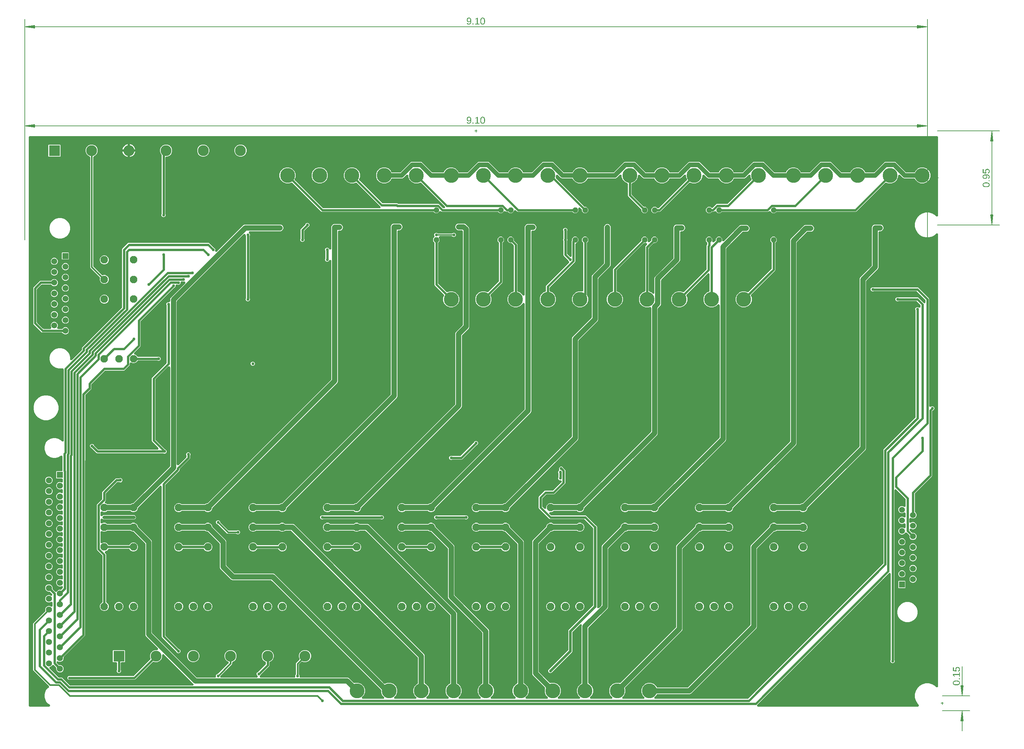
<source format=gbr>
G04 EAGLE Gerber RS-274X export*
G75*
%MOMM*%
%FSLAX34Y34*%
%LPD*%
%INTop Copper*%
%IPPOS*%
%AMOC8*
5,1,8,0,0,1.08239X$1,22.5*%
G01*
G04 Define Apertures*
%ADD10C,0.130000*%
%ADD11R,2.781000X2.781000*%
%ADD12C,2.781000*%
%ADD13R,1.508000X1.508000*%
%ADD14C,1.508000*%
%ADD15R,1.560000X1.560000*%
%ADD16C,1.560000*%
%ADD17C,1.950000*%
%ADD18C,3.810000*%
%ADD19P,1.42962X8X112.5*%
%ADD20C,0.609600*%
%ADD21C,0.756400*%
%ADD22C,1.371600*%
%ADD23C,0.304800*%
%ADD24C,0.457200*%
%ADD25C,0.711200*%
%ADD26C,0.812800*%
%ADD27C,1.219200*%
G36*
X63367Y10528D02*
X62178Y10287D01*
X13335Y10287D01*
X12236Y10492D01*
X11214Y11146D01*
X10528Y12146D01*
X10287Y13335D01*
X10287Y1469392D01*
X10492Y1470491D01*
X11146Y1471513D01*
X12146Y1472199D01*
X13335Y1472440D01*
X2336092Y1472440D01*
X2337191Y1472235D01*
X2338213Y1471581D01*
X2338899Y1470581D01*
X2339140Y1469392D01*
X2339140Y1269120D01*
X2338952Y1268067D01*
X2338315Y1267034D01*
X2337325Y1266333D01*
X2336141Y1266072D01*
X2334948Y1266295D01*
X2333937Y1266965D01*
X2330895Y1270006D01*
X2323655Y1274186D01*
X2315580Y1276350D01*
X2307220Y1276350D01*
X2299145Y1274186D01*
X2291905Y1270006D01*
X2285994Y1264095D01*
X2281814Y1256855D01*
X2279650Y1248780D01*
X2279650Y1240420D01*
X2281814Y1232345D01*
X2285994Y1225105D01*
X2291905Y1219194D01*
X2299145Y1215014D01*
X2307220Y1212850D01*
X2315580Y1212850D01*
X2323655Y1215014D01*
X2330895Y1219194D01*
X2333937Y1222235D01*
X2334814Y1222847D01*
X2335995Y1223127D01*
X2337191Y1222923D01*
X2338213Y1222270D01*
X2338899Y1221269D01*
X2339140Y1220080D01*
X2339140Y62620D01*
X2338952Y61567D01*
X2338315Y60534D01*
X2337325Y59833D01*
X2336141Y59572D01*
X2334948Y59795D01*
X2333937Y60465D01*
X2330895Y63506D01*
X2323655Y67686D01*
X2315580Y69850D01*
X2307220Y69850D01*
X2299145Y67686D01*
X2291905Y63506D01*
X2285994Y57595D01*
X2281814Y50355D01*
X2279650Y42280D01*
X2279650Y33920D01*
X2281814Y25845D01*
X2285994Y18605D01*
X2289108Y15490D01*
X2289720Y14613D01*
X2290000Y13432D01*
X2289796Y12236D01*
X2289143Y11214D01*
X2288142Y10528D01*
X2286953Y10287D01*
X1878311Y10287D01*
X1877258Y10475D01*
X1876226Y11112D01*
X1875524Y12102D01*
X1875264Y13286D01*
X1875486Y14479D01*
X1876156Y15490D01*
X2212725Y352059D01*
X2213602Y352671D01*
X2214783Y352950D01*
X2215979Y352747D01*
X2217001Y352093D01*
X2217687Y351093D01*
X2217928Y349904D01*
X2217928Y130434D01*
X2217696Y129267D01*
X2217194Y128055D01*
X2217194Y125945D01*
X2218002Y123994D01*
X2219494Y122502D01*
X2221445Y121694D01*
X2223555Y121694D01*
X2225506Y122502D01*
X2226998Y123994D01*
X2227806Y125945D01*
X2227806Y128055D01*
X2227304Y129267D01*
X2227072Y130434D01*
X2227072Y564097D01*
X2227260Y565151D01*
X2227897Y566183D01*
X2228887Y566885D01*
X2230071Y567145D01*
X2231264Y566923D01*
X2232275Y566253D01*
X2255135Y543393D01*
X2255787Y542426D01*
X2256028Y541237D01*
X2256028Y525384D01*
X2255832Y524308D01*
X2255186Y523281D01*
X2254191Y522587D01*
X2253004Y522337D01*
X2251814Y522568D01*
X2248203Y524064D01*
X2244597Y524064D01*
X2241266Y522684D01*
X2238716Y520134D01*
X2237336Y516803D01*
X2237336Y513197D01*
X2238716Y509866D01*
X2241266Y507316D01*
X2244597Y505936D01*
X2248203Y505936D01*
X2251814Y507432D01*
X2252883Y507662D01*
X2254079Y507459D01*
X2255101Y506805D01*
X2255787Y505804D01*
X2256028Y504616D01*
X2256028Y497984D01*
X2255832Y496908D01*
X2255186Y495881D01*
X2254191Y495187D01*
X2253004Y494937D01*
X2251814Y495168D01*
X2248203Y496664D01*
X2244597Y496664D01*
X2241266Y495284D01*
X2238716Y492734D01*
X2237336Y489403D01*
X2237336Y485797D01*
X2238716Y482466D01*
X2241266Y479916D01*
X2244597Y478536D01*
X2248203Y478536D01*
X2251814Y480032D01*
X2252883Y480262D01*
X2254079Y480059D01*
X2255101Y479405D01*
X2255787Y478404D01*
X2256028Y477216D01*
X2256028Y470584D01*
X2255832Y469508D01*
X2255186Y468481D01*
X2254191Y467787D01*
X2253004Y467537D01*
X2251814Y467768D01*
X2248203Y469264D01*
X2244597Y469264D01*
X2241266Y467884D01*
X2238716Y465334D01*
X2237336Y462003D01*
X2237336Y458397D01*
X2238716Y455066D01*
X2241266Y452516D01*
X2244597Y451136D01*
X2248203Y451136D01*
X2251534Y452516D01*
X2254211Y455193D01*
X2254596Y455790D01*
X2255586Y456492D01*
X2256771Y456752D01*
X2257963Y456530D01*
X2258975Y455860D01*
X2264843Y449991D01*
X2265495Y449025D01*
X2265736Y447836D01*
X2265736Y444697D01*
X2267116Y441366D01*
X2269666Y438816D01*
X2272997Y437436D01*
X2276603Y437436D01*
X2279934Y438816D01*
X2282484Y441366D01*
X2283864Y444697D01*
X2283864Y448303D01*
X2282484Y451634D01*
X2279934Y454184D01*
X2276603Y455564D01*
X2273464Y455564D01*
X2272320Y455787D01*
X2271309Y456457D01*
X2266646Y461119D01*
X2266045Y461975D01*
X2265756Y463153D01*
X2265950Y464351D01*
X2266595Y465378D01*
X2267591Y466072D01*
X2268777Y466323D01*
X2269968Y466091D01*
X2272997Y464836D01*
X2276603Y464836D01*
X2279934Y466216D01*
X2282484Y468766D01*
X2283864Y472097D01*
X2283864Y475703D01*
X2282484Y479034D01*
X2279934Y481584D01*
X2276603Y482964D01*
X2272997Y482964D01*
X2269386Y481468D01*
X2268317Y481238D01*
X2267121Y481441D01*
X2266099Y482095D01*
X2265413Y483096D01*
X2265172Y484284D01*
X2265172Y490916D01*
X2265368Y491992D01*
X2266014Y493019D01*
X2267009Y493713D01*
X2268196Y493964D01*
X2269386Y493732D01*
X2272997Y492236D01*
X2276603Y492236D01*
X2279934Y493616D01*
X2282484Y496166D01*
X2283864Y499497D01*
X2283864Y503103D01*
X2282484Y506434D01*
X2280265Y508654D01*
X2279613Y509620D01*
X2279372Y510809D01*
X2279372Y555437D01*
X2279595Y556581D01*
X2280265Y557593D01*
X2322896Y600224D01*
X2323592Y601904D01*
X2323592Y766464D01*
X2323815Y767608D01*
X2324485Y768619D01*
X2324905Y769039D01*
X2325894Y769700D01*
X2327106Y770202D01*
X2328598Y771694D01*
X2329406Y773645D01*
X2329406Y775755D01*
X2328598Y777706D01*
X2327106Y779198D01*
X2325155Y780006D01*
X2323045Y780006D01*
X2321008Y779162D01*
X2320298Y778667D01*
X2319117Y778388D01*
X2317921Y778591D01*
X2316899Y779245D01*
X2316213Y780246D01*
X2315972Y781434D01*
X2315972Y1055009D01*
X2315276Y1056690D01*
X2288590Y1083376D01*
X2286909Y1084072D01*
X2175134Y1084072D01*
X2173967Y1084304D01*
X2172755Y1084806D01*
X2170645Y1084806D01*
X2168694Y1083998D01*
X2167202Y1082506D01*
X2166394Y1080555D01*
X2166394Y1078445D01*
X2167202Y1076494D01*
X2168694Y1075002D01*
X2170645Y1074194D01*
X2172755Y1074194D01*
X2173967Y1074696D01*
X2175134Y1074928D01*
X2282844Y1074928D01*
X2283988Y1074705D01*
X2284999Y1074035D01*
X2305935Y1053099D01*
X2306587Y1052133D01*
X2306828Y1050944D01*
X2306828Y1047096D01*
X2306640Y1046043D01*
X2306003Y1045011D01*
X2305013Y1044309D01*
X2303829Y1044049D01*
X2302636Y1044271D01*
X2301625Y1044941D01*
X2288590Y1057976D01*
X2286909Y1058672D01*
X2238634Y1058672D01*
X2237467Y1058904D01*
X2236255Y1059406D01*
X2234145Y1059406D01*
X2232194Y1058598D01*
X2230702Y1057106D01*
X2229894Y1055155D01*
X2229894Y1053045D01*
X2230702Y1051094D01*
X2232194Y1049602D01*
X2234145Y1048794D01*
X2236255Y1048794D01*
X2237467Y1049296D01*
X2238634Y1049528D01*
X2282844Y1049528D01*
X2283988Y1049305D01*
X2284999Y1048635D01*
X2293235Y1040399D01*
X2293887Y1039433D01*
X2294128Y1038244D01*
X2294128Y1035434D01*
X2293940Y1034381D01*
X2293303Y1033349D01*
X2292313Y1032647D01*
X2291129Y1032387D01*
X2289936Y1032609D01*
X2289116Y1033153D01*
X2287055Y1034006D01*
X2284945Y1034006D01*
X2282994Y1033198D01*
X2281502Y1031706D01*
X2280694Y1029755D01*
X2280694Y1027645D01*
X2281196Y1026433D01*
X2281428Y1025266D01*
X2281428Y752456D01*
X2281205Y751312D01*
X2280535Y750301D01*
X2199574Y669340D01*
X2198878Y667659D01*
X2198878Y377806D01*
X2198655Y376662D01*
X2197985Y375651D01*
X1853199Y30865D01*
X1852233Y30213D01*
X1851044Y29972D01*
X1615627Y29972D01*
X1614573Y30160D01*
X1613541Y30797D01*
X1612839Y31787D01*
X1612579Y32971D01*
X1612801Y34164D01*
X1613471Y35175D01*
X1617442Y39146D01*
X1618018Y40536D01*
X1618644Y41491D01*
X1619645Y42177D01*
X1620834Y42418D01*
X1703467Y42418D01*
X1706548Y43694D01*
X1874006Y211152D01*
X1875282Y214233D01*
X1875282Y414366D01*
X1875505Y415510D01*
X1876175Y416521D01*
X1917387Y457733D01*
X1918354Y458385D01*
X1919542Y458626D01*
X1920543Y458626D01*
X1924686Y460342D01*
X1924969Y460625D01*
X1925936Y461277D01*
X1927124Y461518D01*
X1984476Y461518D01*
X1985620Y461295D01*
X1986631Y460625D01*
X1986914Y460342D01*
X1991057Y458626D01*
X1995543Y458626D01*
X1999686Y460342D01*
X2002858Y463514D01*
X2004574Y467657D01*
X2004574Y472143D01*
X2002858Y476286D01*
X1999686Y479458D01*
X1995543Y481174D01*
X1991057Y481174D01*
X1986914Y479458D01*
X1986631Y479175D01*
X1985664Y478523D01*
X1984476Y478282D01*
X1927124Y478282D01*
X1925980Y478505D01*
X1924969Y479175D01*
X1924686Y479458D01*
X1920543Y481174D01*
X1916057Y481174D01*
X1911914Y479458D01*
X1908742Y476286D01*
X1906953Y471965D01*
X1906803Y471199D01*
X1906133Y470187D01*
X1859794Y423848D01*
X1858518Y420767D01*
X1858518Y220634D01*
X1858295Y219491D01*
X1857625Y218479D01*
X1699221Y60075D01*
X1698254Y59423D01*
X1697066Y59182D01*
X1620834Y59182D01*
X1619712Y59396D01*
X1618696Y60058D01*
X1618018Y61064D01*
X1617442Y62454D01*
X1611654Y68242D01*
X1604092Y71374D01*
X1595908Y71374D01*
X1588346Y68242D01*
X1582558Y62454D01*
X1579426Y54892D01*
X1579426Y46708D01*
X1582558Y39146D01*
X1586529Y35175D01*
X1587141Y34298D01*
X1587420Y33117D01*
X1587217Y31921D01*
X1586563Y30899D01*
X1585562Y30213D01*
X1584373Y29972D01*
X1533127Y29972D01*
X1532073Y30160D01*
X1531041Y30797D01*
X1530339Y31787D01*
X1530079Y32971D01*
X1530301Y34164D01*
X1530971Y35175D01*
X1534942Y39146D01*
X1538074Y46708D01*
X1538074Y54892D01*
X1537498Y56283D01*
X1537266Y57401D01*
X1537489Y58593D01*
X1538159Y59605D01*
X1683506Y204952D01*
X1684782Y208033D01*
X1684782Y414366D01*
X1685005Y415510D01*
X1685675Y416521D01*
X1726887Y457733D01*
X1727854Y458385D01*
X1729042Y458626D01*
X1730043Y458626D01*
X1734186Y460342D01*
X1734469Y460625D01*
X1735436Y461277D01*
X1736624Y461518D01*
X1793976Y461518D01*
X1795120Y461295D01*
X1796131Y460625D01*
X1796414Y460342D01*
X1800557Y458626D01*
X1805043Y458626D01*
X1809186Y460342D01*
X1812358Y463514D01*
X1814074Y467657D01*
X1814074Y472143D01*
X1812358Y476286D01*
X1809186Y479458D01*
X1805043Y481174D01*
X1800557Y481174D01*
X1796414Y479458D01*
X1796131Y479175D01*
X1795164Y478523D01*
X1793976Y478282D01*
X1736624Y478282D01*
X1735480Y478505D01*
X1734469Y479175D01*
X1734186Y479458D01*
X1730043Y481174D01*
X1725557Y481174D01*
X1721414Y479458D01*
X1718242Y476286D01*
X1716453Y471965D01*
X1716303Y471199D01*
X1715633Y470187D01*
X1669294Y423848D01*
X1668018Y420767D01*
X1668018Y214434D01*
X1667795Y213291D01*
X1667125Y212279D01*
X1526305Y71459D01*
X1525361Y70817D01*
X1524174Y70566D01*
X1522983Y70798D01*
X1521592Y71374D01*
X1513408Y71374D01*
X1505846Y68242D01*
X1500058Y62454D01*
X1496926Y54892D01*
X1496926Y46708D01*
X1500058Y39146D01*
X1504029Y35175D01*
X1504641Y34298D01*
X1504920Y33117D01*
X1504717Y31921D01*
X1504063Y30899D01*
X1503062Y30213D01*
X1501873Y29972D01*
X1450627Y29972D01*
X1449573Y30160D01*
X1448541Y30797D01*
X1447839Y31787D01*
X1447579Y32971D01*
X1447801Y34164D01*
X1448471Y35175D01*
X1452442Y39146D01*
X1455574Y46708D01*
X1455574Y54892D01*
X1452442Y62454D01*
X1446654Y68242D01*
X1445264Y68818D01*
X1444309Y69444D01*
X1443623Y70445D01*
X1443382Y71634D01*
X1443382Y211066D01*
X1443605Y212210D01*
X1444275Y213221D01*
X1493006Y261952D01*
X1494282Y265033D01*
X1494282Y414366D01*
X1494505Y415510D01*
X1495175Y416521D01*
X1536387Y457733D01*
X1537354Y458385D01*
X1538542Y458626D01*
X1539543Y458626D01*
X1543686Y460342D01*
X1543969Y460625D01*
X1544936Y461277D01*
X1546124Y461518D01*
X1603476Y461518D01*
X1604620Y461295D01*
X1605631Y460625D01*
X1605914Y460342D01*
X1610057Y458626D01*
X1614543Y458626D01*
X1618686Y460342D01*
X1621858Y463514D01*
X1623574Y467657D01*
X1623574Y472143D01*
X1621858Y476286D01*
X1618686Y479458D01*
X1614543Y481174D01*
X1610057Y481174D01*
X1605914Y479458D01*
X1605631Y479175D01*
X1604664Y478523D01*
X1603476Y478282D01*
X1546124Y478282D01*
X1544980Y478505D01*
X1543969Y479175D01*
X1543686Y479458D01*
X1539543Y481174D01*
X1535057Y481174D01*
X1530914Y479458D01*
X1527742Y476286D01*
X1525953Y471965D01*
X1525803Y471199D01*
X1525133Y470187D01*
X1478794Y423848D01*
X1477518Y420767D01*
X1477518Y271434D01*
X1477295Y270291D01*
X1476625Y269279D01*
X1470783Y263437D01*
X1469906Y262825D01*
X1468725Y262546D01*
X1467529Y262749D01*
X1466507Y263403D01*
X1465821Y264404D01*
X1465580Y265592D01*
X1465580Y470910D01*
X1464807Y472778D01*
X1463378Y474207D01*
X1462711Y474483D01*
X1461722Y475143D01*
X1437690Y499176D01*
X1436009Y499872D01*
X1349356Y499872D01*
X1348212Y500095D01*
X1347201Y500765D01*
X1344143Y503823D01*
X1343531Y504700D01*
X1343252Y505881D01*
X1343455Y507077D01*
X1344109Y508099D01*
X1345110Y508785D01*
X1346298Y509026D01*
X1349043Y509026D01*
X1353186Y510742D01*
X1353469Y511025D01*
X1354436Y511677D01*
X1355624Y511918D01*
X1412976Y511918D01*
X1414120Y511695D01*
X1415131Y511025D01*
X1415414Y510742D01*
X1419557Y509026D01*
X1424043Y509026D01*
X1428186Y510742D01*
X1431358Y513914D01*
X1433074Y518057D01*
X1433074Y518458D01*
X1433297Y519602D01*
X1433967Y520613D01*
X1620006Y706652D01*
X1621282Y709733D01*
X1621282Y1029671D01*
X1621505Y1030815D01*
X1622175Y1031826D01*
X1628338Y1037989D01*
X1629614Y1041070D01*
X1629614Y1102148D01*
X1629837Y1103292D01*
X1630507Y1104303D01*
X1677156Y1150952D01*
X1678432Y1154033D01*
X1678432Y1225550D01*
X1678637Y1226649D01*
X1679291Y1227671D01*
X1680291Y1228357D01*
X1681480Y1228598D01*
X1684417Y1228598D01*
X1687498Y1229874D01*
X1689856Y1232232D01*
X1691132Y1235313D01*
X1691132Y1238647D01*
X1689856Y1241728D01*
X1687498Y1244086D01*
X1684417Y1245362D01*
X1668383Y1245362D01*
X1665302Y1244086D01*
X1662944Y1241728D01*
X1661668Y1238647D01*
X1661668Y1160434D01*
X1661445Y1159291D01*
X1660775Y1158279D01*
X1614126Y1111630D01*
X1612850Y1108549D01*
X1612850Y1071505D01*
X1612662Y1070451D01*
X1612025Y1069419D01*
X1611035Y1068717D01*
X1609851Y1068457D01*
X1608658Y1068679D01*
X1607647Y1069349D01*
X1605454Y1071542D01*
X1600254Y1073696D01*
X1599299Y1074323D01*
X1598613Y1075323D01*
X1598372Y1076512D01*
X1598372Y1184244D01*
X1598595Y1185388D01*
X1599265Y1186399D01*
X1610345Y1197479D01*
X1611312Y1198131D01*
X1612500Y1198372D01*
X1616267Y1198372D01*
X1621028Y1203133D01*
X1621028Y1209867D01*
X1616267Y1214628D01*
X1609533Y1214628D01*
X1604772Y1209867D01*
X1604772Y1206100D01*
X1604549Y1204956D01*
X1603879Y1203945D01*
X1600831Y1200897D01*
X1599954Y1200285D01*
X1598773Y1200006D01*
X1597577Y1200209D01*
X1596555Y1200863D01*
X1595869Y1201864D01*
X1595628Y1203052D01*
X1595628Y1209867D01*
X1590867Y1214628D01*
X1584133Y1214628D01*
X1579372Y1209867D01*
X1579372Y1206100D01*
X1579149Y1204956D01*
X1578479Y1203945D01*
X1507424Y1132890D01*
X1506728Y1131209D01*
X1506728Y1076512D01*
X1506514Y1075391D01*
X1505852Y1074374D01*
X1504846Y1073696D01*
X1499646Y1071542D01*
X1493858Y1065754D01*
X1490726Y1058192D01*
X1490726Y1050008D01*
X1493858Y1042446D01*
X1499646Y1036658D01*
X1507208Y1033526D01*
X1515392Y1033526D01*
X1522954Y1036658D01*
X1528742Y1042446D01*
X1531874Y1050008D01*
X1531874Y1058192D01*
X1528742Y1065754D01*
X1522954Y1071542D01*
X1517754Y1073696D01*
X1516799Y1074323D01*
X1516113Y1075323D01*
X1515872Y1076512D01*
X1515872Y1127144D01*
X1516095Y1128288D01*
X1516765Y1129299D01*
X1584945Y1197479D01*
X1585912Y1198131D01*
X1587100Y1198372D01*
X1590948Y1198372D01*
X1592001Y1198184D01*
X1593033Y1197547D01*
X1593735Y1196557D01*
X1593995Y1195373D01*
X1593773Y1194180D01*
X1593103Y1193169D01*
X1589924Y1189990D01*
X1589228Y1188309D01*
X1589228Y1076512D01*
X1589014Y1075391D01*
X1588352Y1074374D01*
X1587346Y1073696D01*
X1582146Y1071542D01*
X1576358Y1065754D01*
X1573226Y1058192D01*
X1573226Y1050008D01*
X1576358Y1042446D01*
X1582146Y1036658D01*
X1589708Y1033526D01*
X1597892Y1033526D01*
X1600304Y1034525D01*
X1601373Y1034755D01*
X1602569Y1034552D01*
X1603591Y1033898D01*
X1604277Y1032898D01*
X1604518Y1031709D01*
X1604518Y716134D01*
X1604295Y714991D01*
X1603625Y713979D01*
X1422113Y532467D01*
X1421146Y531815D01*
X1419958Y531574D01*
X1419557Y531574D01*
X1415414Y529858D01*
X1415131Y529575D01*
X1414164Y528923D01*
X1412976Y528682D01*
X1355624Y528682D01*
X1354480Y528905D01*
X1353469Y529575D01*
X1353186Y529858D01*
X1349043Y531574D01*
X1344557Y531574D01*
X1340414Y529858D01*
X1337242Y526686D01*
X1335526Y522543D01*
X1335526Y519798D01*
X1335338Y518745D01*
X1334701Y517713D01*
X1333711Y517011D01*
X1332527Y516751D01*
X1331334Y516973D01*
X1330323Y517643D01*
X1326265Y521701D01*
X1325613Y522668D01*
X1325372Y523856D01*
X1325372Y542944D01*
X1325595Y544088D01*
X1326265Y545099D01*
X1334501Y553335D01*
X1335468Y553987D01*
X1336656Y554228D01*
X1355463Y554228D01*
X1357144Y554924D01*
X1383830Y581610D01*
X1384526Y583291D01*
X1384526Y615212D01*
X1383830Y616892D01*
X1379160Y621562D01*
X1378499Y622551D01*
X1378249Y623154D01*
X1376757Y624647D01*
X1374807Y625455D01*
X1372696Y625455D01*
X1370746Y624647D01*
X1369253Y623154D01*
X1368445Y621204D01*
X1368445Y619093D01*
X1368809Y618216D01*
X1369040Y617098D01*
X1368818Y615905D01*
X1368148Y614894D01*
X1367102Y613848D01*
X1366294Y611897D01*
X1366294Y609787D01*
X1366796Y608575D01*
X1367028Y607408D01*
X1367028Y599092D01*
X1366796Y597925D01*
X1366294Y596713D01*
X1366294Y594603D01*
X1367102Y592652D01*
X1368594Y591160D01*
X1370545Y590352D01*
X1372282Y590352D01*
X1373335Y590164D01*
X1374367Y589527D01*
X1375069Y588537D01*
X1375329Y587353D01*
X1375107Y586160D01*
X1374437Y585149D01*
X1353553Y564265D01*
X1352587Y563613D01*
X1351398Y563372D01*
X1332591Y563372D01*
X1330910Y562676D01*
X1316924Y548690D01*
X1316228Y547009D01*
X1316228Y519791D01*
X1316924Y518110D01*
X1343610Y491424D01*
X1345291Y490728D01*
X1431944Y490728D01*
X1433088Y490505D01*
X1434099Y489835D01*
X1454527Y469407D01*
X1455179Y468441D01*
X1455420Y467252D01*
X1455420Y270067D01*
X1455197Y268923D01*
X1454527Y267912D01*
X1392693Y206078D01*
X1391920Y204210D01*
X1391920Y155767D01*
X1391697Y154623D01*
X1391027Y153612D01*
X1344169Y106753D01*
X1343206Y106109D01*
X1341702Y104606D01*
X1340894Y102655D01*
X1340894Y100545D01*
X1341702Y98594D01*
X1343194Y97102D01*
X1345145Y96294D01*
X1347255Y96294D01*
X1349206Y97102D01*
X1350709Y98606D01*
X1351353Y99569D01*
X1401307Y149522D01*
X1402080Y151390D01*
X1402080Y199833D01*
X1402303Y200977D01*
X1402973Y201989D01*
X1421557Y220573D01*
X1422413Y221175D01*
X1423591Y221463D01*
X1424789Y221270D01*
X1425816Y220624D01*
X1426510Y219629D01*
X1426761Y218442D01*
X1426618Y217710D01*
X1426618Y71634D01*
X1426404Y70512D01*
X1425742Y69496D01*
X1424736Y68818D01*
X1423346Y68242D01*
X1417558Y62454D01*
X1414426Y54892D01*
X1414426Y46708D01*
X1417558Y39146D01*
X1421529Y35175D01*
X1422141Y34298D01*
X1422420Y33117D01*
X1422217Y31921D01*
X1421563Y30899D01*
X1420562Y30213D01*
X1419373Y29972D01*
X1368127Y29972D01*
X1367073Y30160D01*
X1366041Y30797D01*
X1365339Y31787D01*
X1365079Y32971D01*
X1365301Y34164D01*
X1365971Y35175D01*
X1369942Y39146D01*
X1373074Y46708D01*
X1373074Y54892D01*
X1369942Y62454D01*
X1364154Y68242D01*
X1356592Y71374D01*
X1348408Y71374D01*
X1347017Y70798D01*
X1345899Y70566D01*
X1344707Y70789D01*
X1343695Y71459D01*
X1317375Y97779D01*
X1316723Y98746D01*
X1316482Y99934D01*
X1316482Y427066D01*
X1316705Y428210D01*
X1317375Y429221D01*
X1345887Y457733D01*
X1346854Y458385D01*
X1348042Y458626D01*
X1349043Y458626D01*
X1353186Y460342D01*
X1353469Y460625D01*
X1354436Y461277D01*
X1355624Y461518D01*
X1412976Y461518D01*
X1414120Y461295D01*
X1415131Y460625D01*
X1415414Y460342D01*
X1419557Y458626D01*
X1424043Y458626D01*
X1428186Y460342D01*
X1431358Y463514D01*
X1433074Y467657D01*
X1433074Y472143D01*
X1431358Y476286D01*
X1428186Y479458D01*
X1424043Y481174D01*
X1419557Y481174D01*
X1415414Y479458D01*
X1415131Y479175D01*
X1414164Y478523D01*
X1412976Y478282D01*
X1355624Y478282D01*
X1354480Y478505D01*
X1353469Y479175D01*
X1353186Y479458D01*
X1349043Y481174D01*
X1344557Y481174D01*
X1340414Y479458D01*
X1337242Y476286D01*
X1335453Y471965D01*
X1335303Y471199D01*
X1334633Y470187D01*
X1300994Y436548D01*
X1299718Y433467D01*
X1299718Y93533D01*
X1300994Y90452D01*
X1331841Y59605D01*
X1332483Y58661D01*
X1332734Y57474D01*
X1332502Y56283D01*
X1331926Y54892D01*
X1331926Y46708D01*
X1335058Y39146D01*
X1339029Y35175D01*
X1339641Y34298D01*
X1339920Y33117D01*
X1339717Y31921D01*
X1339063Y30899D01*
X1338062Y30213D01*
X1336873Y29972D01*
X1285627Y29972D01*
X1284573Y30160D01*
X1283541Y30797D01*
X1282839Y31787D01*
X1282579Y32971D01*
X1282801Y34164D01*
X1283471Y35175D01*
X1287442Y39146D01*
X1290574Y46708D01*
X1290574Y54892D01*
X1287442Y62454D01*
X1281654Y68242D01*
X1280264Y68818D01*
X1279309Y69444D01*
X1278623Y70445D01*
X1278382Y71634D01*
X1278382Y432867D01*
X1277106Y435948D01*
X1243467Y469587D01*
X1242815Y470554D01*
X1242574Y471742D01*
X1242574Y472143D01*
X1240858Y476286D01*
X1237686Y479458D01*
X1233543Y481174D01*
X1229057Y481174D01*
X1224914Y479458D01*
X1224631Y479175D01*
X1223664Y478523D01*
X1222476Y478282D01*
X1165124Y478282D01*
X1163980Y478505D01*
X1162969Y479175D01*
X1162686Y479458D01*
X1158543Y481174D01*
X1154057Y481174D01*
X1149914Y479458D01*
X1146742Y476286D01*
X1145026Y472143D01*
X1145026Y467657D01*
X1146742Y463514D01*
X1149914Y460342D01*
X1154057Y458626D01*
X1158543Y458626D01*
X1162686Y460342D01*
X1162969Y460625D01*
X1163936Y461277D01*
X1165124Y461518D01*
X1222476Y461518D01*
X1223620Y461295D01*
X1224631Y460625D01*
X1224914Y460342D01*
X1229057Y458626D01*
X1229458Y458626D01*
X1230602Y458403D01*
X1231613Y457733D01*
X1260725Y428621D01*
X1261377Y427654D01*
X1261618Y426466D01*
X1261618Y71634D01*
X1261404Y70512D01*
X1260742Y69496D01*
X1259736Y68818D01*
X1258346Y68242D01*
X1252558Y62454D01*
X1249426Y54892D01*
X1249426Y46708D01*
X1252558Y39146D01*
X1256529Y35175D01*
X1257141Y34298D01*
X1257420Y33117D01*
X1257217Y31921D01*
X1256563Y30899D01*
X1255562Y30213D01*
X1254373Y29972D01*
X1196527Y29972D01*
X1195473Y30160D01*
X1194441Y30797D01*
X1193739Y31787D01*
X1193479Y32971D01*
X1193701Y34164D01*
X1194371Y35175D01*
X1198342Y39146D01*
X1201474Y46708D01*
X1201474Y54892D01*
X1198342Y62454D01*
X1192554Y68242D01*
X1191164Y68818D01*
X1190209Y69444D01*
X1189523Y70445D01*
X1189282Y71634D01*
X1189282Y205067D01*
X1188006Y208148D01*
X1101475Y294679D01*
X1100823Y295646D01*
X1100582Y296834D01*
X1100582Y420767D01*
X1099306Y423848D01*
X1052967Y470187D01*
X1052315Y471154D01*
X1052154Y471950D01*
X1050358Y476286D01*
X1047186Y479458D01*
X1043043Y481174D01*
X1038557Y481174D01*
X1034414Y479458D01*
X1034131Y479175D01*
X1033164Y478523D01*
X1031976Y478282D01*
X974624Y478282D01*
X973480Y478505D01*
X972469Y479175D01*
X972186Y479458D01*
X968043Y481174D01*
X963557Y481174D01*
X959414Y479458D01*
X956242Y476286D01*
X954526Y472143D01*
X954526Y467657D01*
X956242Y463514D01*
X959414Y460342D01*
X963557Y458626D01*
X968043Y458626D01*
X972186Y460342D01*
X972469Y460625D01*
X973436Y461277D01*
X974624Y461518D01*
X1031976Y461518D01*
X1033120Y461295D01*
X1034131Y460625D01*
X1034414Y460342D01*
X1038557Y458626D01*
X1039558Y458626D01*
X1040702Y458403D01*
X1041713Y457733D01*
X1082925Y416521D01*
X1083577Y415554D01*
X1083818Y414366D01*
X1083818Y290433D01*
X1085094Y287352D01*
X1171625Y200821D01*
X1172277Y199854D01*
X1172518Y198666D01*
X1172518Y71634D01*
X1172304Y70512D01*
X1171642Y69496D01*
X1170636Y68818D01*
X1169246Y68242D01*
X1163458Y62454D01*
X1160326Y54892D01*
X1160326Y46708D01*
X1163458Y39146D01*
X1167429Y35175D01*
X1168041Y34298D01*
X1168320Y33117D01*
X1168117Y31921D01*
X1167463Y30899D01*
X1166462Y30213D01*
X1165273Y29972D01*
X1114027Y29972D01*
X1112973Y30160D01*
X1111941Y30797D01*
X1111239Y31787D01*
X1110979Y32971D01*
X1111201Y34164D01*
X1111871Y35175D01*
X1115842Y39146D01*
X1118974Y46708D01*
X1118974Y54892D01*
X1115842Y62454D01*
X1110054Y68242D01*
X1108664Y68818D01*
X1107709Y69444D01*
X1107023Y70445D01*
X1106782Y71634D01*
X1106782Y249467D01*
X1105506Y252548D01*
X881048Y477006D01*
X877967Y478282D01*
X859124Y478282D01*
X857980Y478505D01*
X856969Y479175D01*
X856686Y479458D01*
X852543Y481174D01*
X848057Y481174D01*
X843914Y479458D01*
X843631Y479175D01*
X842664Y478523D01*
X841476Y478282D01*
X784124Y478282D01*
X782980Y478505D01*
X781969Y479175D01*
X781686Y479458D01*
X777543Y481174D01*
X773057Y481174D01*
X768914Y479458D01*
X765742Y476286D01*
X764026Y472143D01*
X764026Y467657D01*
X765742Y463514D01*
X768914Y460342D01*
X773057Y458626D01*
X777543Y458626D01*
X781686Y460342D01*
X781969Y460625D01*
X782936Y461277D01*
X784124Y461518D01*
X841476Y461518D01*
X842620Y461295D01*
X843631Y460625D01*
X843914Y460342D01*
X848057Y458626D01*
X852543Y458626D01*
X856686Y460342D01*
X856969Y460625D01*
X857936Y461277D01*
X859124Y461518D01*
X871566Y461518D01*
X872710Y461295D01*
X873721Y460625D01*
X1089125Y245221D01*
X1089777Y244254D01*
X1090018Y243066D01*
X1090018Y71634D01*
X1089804Y70512D01*
X1089142Y69496D01*
X1088136Y68818D01*
X1086746Y68242D01*
X1080958Y62454D01*
X1077826Y54892D01*
X1077826Y46708D01*
X1080958Y39146D01*
X1084929Y35175D01*
X1085541Y34298D01*
X1085820Y33117D01*
X1085617Y31921D01*
X1084963Y30899D01*
X1083962Y30213D01*
X1082773Y29972D01*
X1031527Y29972D01*
X1030473Y30160D01*
X1029441Y30797D01*
X1028739Y31787D01*
X1028479Y32971D01*
X1028701Y34164D01*
X1029371Y35175D01*
X1033342Y39146D01*
X1036474Y46708D01*
X1036474Y54892D01*
X1033342Y62454D01*
X1027554Y68242D01*
X1026164Y68818D01*
X1025209Y69444D01*
X1024523Y70445D01*
X1024282Y71634D01*
X1024282Y141467D01*
X1023006Y144548D01*
X690548Y477006D01*
X687467Y478282D01*
X668624Y478282D01*
X667480Y478505D01*
X666469Y479175D01*
X666186Y479458D01*
X662043Y481174D01*
X657557Y481174D01*
X653414Y479458D01*
X653131Y479175D01*
X652164Y478523D01*
X650976Y478282D01*
X593624Y478282D01*
X592480Y478505D01*
X591469Y479175D01*
X591186Y479458D01*
X587043Y481174D01*
X582557Y481174D01*
X578414Y479458D01*
X575242Y476286D01*
X573526Y472143D01*
X573526Y467657D01*
X575242Y463514D01*
X578414Y460342D01*
X582557Y458626D01*
X587043Y458626D01*
X591186Y460342D01*
X591469Y460625D01*
X592436Y461277D01*
X593624Y461518D01*
X650976Y461518D01*
X652120Y461295D01*
X653131Y460625D01*
X653414Y460342D01*
X657557Y458626D01*
X662043Y458626D01*
X666186Y460342D01*
X666469Y460625D01*
X667436Y461277D01*
X668624Y461518D01*
X681066Y461518D01*
X682210Y461295D01*
X683221Y460625D01*
X1006625Y137221D01*
X1007277Y136254D01*
X1007518Y135066D01*
X1007518Y71634D01*
X1007304Y70512D01*
X1006642Y69496D01*
X1005636Y68818D01*
X1004246Y68242D01*
X998458Y62454D01*
X995326Y54892D01*
X995326Y46708D01*
X998458Y39146D01*
X1002429Y35175D01*
X1003041Y34298D01*
X1003320Y33117D01*
X1003117Y31921D01*
X1002463Y30899D01*
X1001462Y30213D01*
X1000273Y29972D01*
X949027Y29972D01*
X947973Y30160D01*
X946941Y30797D01*
X946239Y31787D01*
X945979Y32971D01*
X946201Y34164D01*
X946871Y35175D01*
X950842Y39146D01*
X953974Y46708D01*
X953974Y54892D01*
X950842Y62454D01*
X945054Y68242D01*
X937492Y71374D01*
X929308Y71374D01*
X923462Y68953D01*
X922344Y68721D01*
X921152Y68944D01*
X920140Y69613D01*
X639748Y350006D01*
X636667Y351282D01*
X538134Y351282D01*
X536991Y351505D01*
X535979Y352175D01*
X517275Y370879D01*
X516623Y371846D01*
X516382Y373034D01*
X516382Y433467D01*
X515106Y436548D01*
X481467Y470187D01*
X480815Y471154D01*
X480654Y471950D01*
X478858Y476286D01*
X475686Y479458D01*
X471543Y481174D01*
X467057Y481174D01*
X462914Y479458D01*
X462631Y479175D01*
X461664Y478523D01*
X460476Y478282D01*
X403124Y478282D01*
X401980Y478505D01*
X400969Y479175D01*
X400686Y479458D01*
X396543Y481174D01*
X392057Y481174D01*
X387914Y479458D01*
X384742Y476286D01*
X383026Y472143D01*
X383026Y467657D01*
X384742Y463514D01*
X387914Y460342D01*
X392057Y458626D01*
X396543Y458626D01*
X400686Y460342D01*
X400969Y460625D01*
X401936Y461277D01*
X403124Y461518D01*
X460476Y461518D01*
X461620Y461295D01*
X462631Y460625D01*
X462914Y460342D01*
X467057Y458626D01*
X468058Y458626D01*
X469202Y458403D01*
X470213Y457733D01*
X498725Y429221D01*
X499377Y428254D01*
X499618Y427066D01*
X499618Y366633D01*
X500894Y363552D01*
X528652Y335794D01*
X531733Y334518D01*
X630266Y334518D01*
X631410Y334295D01*
X632421Y333625D01*
X911933Y54113D01*
X912585Y53146D01*
X912826Y51958D01*
X912826Y46708D01*
X915958Y39146D01*
X919929Y35175D01*
X920541Y34298D01*
X920820Y33117D01*
X920617Y31921D01*
X919963Y30899D01*
X918962Y30213D01*
X917773Y29972D01*
X866527Y29972D01*
X865473Y30160D01*
X864441Y30797D01*
X863739Y31787D01*
X863479Y32971D01*
X863701Y34164D01*
X864371Y35175D01*
X868342Y39146D01*
X871474Y46708D01*
X871474Y54892D01*
X868342Y62454D01*
X862554Y68242D01*
X854992Y71374D01*
X846808Y71374D01*
X845417Y70798D01*
X844299Y70566D01*
X843107Y70789D01*
X842095Y71459D01*
X830248Y83306D01*
X827167Y84582D01*
X706854Y84582D01*
X705755Y84787D01*
X704733Y85441D01*
X704047Y86441D01*
X703806Y87630D01*
X703806Y89955D01*
X702892Y92162D01*
X702551Y92668D01*
X702310Y93856D01*
X702310Y117559D01*
X702533Y118703D01*
X703203Y119715D01*
X708361Y124873D01*
X709305Y125515D01*
X710492Y125766D01*
X711683Y125534D01*
X714731Y124271D01*
X720869Y124271D01*
X726540Y126620D01*
X730880Y130960D01*
X733229Y136631D01*
X733229Y142769D01*
X730880Y148440D01*
X726540Y152780D01*
X720869Y155129D01*
X714731Y155129D01*
X709060Y152780D01*
X704720Y148440D01*
X702371Y142769D01*
X702371Y136631D01*
X703634Y133583D01*
X703865Y132465D01*
X703643Y131272D01*
X702973Y130261D01*
X695270Y122558D01*
X694690Y121158D01*
X694690Y93856D01*
X694467Y92712D01*
X694117Y92184D01*
X693194Y89955D01*
X693194Y87630D01*
X692989Y86531D01*
X692335Y85509D01*
X691335Y84823D01*
X690146Y84582D01*
X604904Y84582D01*
X603851Y84770D01*
X602819Y85407D01*
X602117Y86397D01*
X601857Y87581D01*
X602079Y88774D01*
X602749Y89785D01*
X603938Y90974D01*
X604440Y92186D01*
X605101Y93175D01*
X626376Y114450D01*
X627072Y116131D01*
X627072Y122857D01*
X627286Y123978D01*
X627948Y124995D01*
X628954Y125673D01*
X631240Y126620D01*
X635580Y130960D01*
X637929Y136631D01*
X637929Y142769D01*
X635580Y148440D01*
X631240Y152780D01*
X625569Y155129D01*
X619431Y155129D01*
X613760Y152780D01*
X609420Y148440D01*
X607071Y142769D01*
X607071Y136631D01*
X609420Y130960D01*
X613760Y126620D01*
X616046Y125673D01*
X617001Y125046D01*
X617687Y124046D01*
X617928Y122857D01*
X617928Y120196D01*
X617705Y119052D01*
X617035Y118041D01*
X598635Y99641D01*
X597646Y98980D01*
X596434Y98478D01*
X594942Y96986D01*
X594134Y95035D01*
X594134Y92925D01*
X594942Y90974D01*
X596131Y89785D01*
X596743Y88908D01*
X597022Y87727D01*
X596819Y86531D01*
X596165Y85509D01*
X595164Y84823D01*
X593976Y84582D01*
X503729Y84582D01*
X502675Y84770D01*
X501643Y85407D01*
X500941Y86397D01*
X500681Y87581D01*
X500904Y88774D01*
X501573Y89785D01*
X530430Y118642D01*
X531010Y120042D01*
X531010Y122541D01*
X531224Y123663D01*
X531886Y124679D01*
X532892Y125357D01*
X535940Y126620D01*
X540280Y130960D01*
X542629Y136631D01*
X542629Y142769D01*
X540280Y148440D01*
X535940Y152780D01*
X530269Y155129D01*
X524131Y155129D01*
X518460Y152780D01*
X514120Y148440D01*
X511771Y142769D01*
X511771Y136631D01*
X514120Y130960D01*
X518460Y126620D01*
X520731Y125679D01*
X521650Y125086D01*
X522352Y124097D01*
X522612Y122912D01*
X522390Y121719D01*
X521720Y120708D01*
X496111Y95099D01*
X495144Y94447D01*
X494523Y94321D01*
X492294Y93398D01*
X490802Y91906D01*
X489994Y89955D01*
X489994Y87630D01*
X489789Y86531D01*
X489135Y85509D01*
X488135Y84823D01*
X486946Y84582D01*
X441614Y84582D01*
X440471Y84805D01*
X439459Y85475D01*
X326775Y198159D01*
X326123Y199126D01*
X325882Y200314D01*
X325882Y433467D01*
X324606Y436548D01*
X290967Y470187D01*
X290315Y471154D01*
X290154Y471950D01*
X288358Y476286D01*
X285186Y479458D01*
X281043Y481174D01*
X276557Y481174D01*
X272414Y479458D01*
X272131Y479175D01*
X271164Y478523D01*
X269976Y478282D01*
X212624Y478282D01*
X211480Y478505D01*
X210469Y479175D01*
X210186Y479458D01*
X206043Y481174D01*
X201557Y481174D01*
X198264Y479810D01*
X197195Y479580D01*
X195999Y479783D01*
X194977Y480437D01*
X194291Y481437D01*
X194050Y482626D01*
X194050Y489189D01*
X194238Y490242D01*
X194875Y491274D01*
X195865Y491976D01*
X197049Y492236D01*
X198242Y492014D01*
X199253Y491344D01*
X200035Y490563D01*
X202089Y489712D01*
X280512Y489712D01*
X282565Y490563D01*
X284137Y492135D01*
X284988Y494189D01*
X284988Y496412D01*
X284137Y498465D01*
X282565Y500037D01*
X280512Y500888D01*
X202089Y500888D01*
X200035Y500037D01*
X199253Y499256D01*
X198376Y498644D01*
X197195Y498365D01*
X195999Y498568D01*
X194977Y499222D01*
X194291Y500222D01*
X194050Y501411D01*
X194050Y507574D01*
X194246Y508650D01*
X194892Y509677D01*
X195887Y510371D01*
X197074Y510622D01*
X198264Y510390D01*
X201557Y509026D01*
X206043Y509026D01*
X210186Y510742D01*
X210469Y511025D01*
X211436Y511677D01*
X212624Y511918D01*
X269976Y511918D01*
X271120Y511695D01*
X272131Y511025D01*
X272414Y510742D01*
X276557Y509026D01*
X281043Y509026D01*
X285186Y510742D01*
X288358Y513914D01*
X290074Y518057D01*
X290074Y518458D01*
X290297Y519602D01*
X290967Y520613D01*
X345825Y575471D01*
X346702Y576083D01*
X347883Y576362D01*
X349079Y576159D01*
X350101Y575505D01*
X350787Y574504D01*
X351028Y573316D01*
X351028Y189591D01*
X351724Y187910D01*
X388039Y151595D01*
X388700Y150606D01*
X389202Y149394D01*
X390694Y147902D01*
X392645Y147094D01*
X394755Y147094D01*
X396706Y147902D01*
X398198Y149394D01*
X399006Y151345D01*
X399006Y153455D01*
X398198Y155406D01*
X396706Y156898D01*
X395494Y157400D01*
X394505Y158061D01*
X361065Y191501D01*
X360413Y192468D01*
X360172Y193656D01*
X360172Y577779D01*
X360395Y578923D01*
X361065Y579934D01*
X396306Y615176D01*
X397002Y616856D01*
X397002Y617874D01*
X397225Y619018D01*
X397895Y620029D01*
X422976Y645110D01*
X423672Y646791D01*
X423672Y653156D01*
X423904Y654323D01*
X424406Y655535D01*
X424406Y657645D01*
X423598Y659596D01*
X422106Y661088D01*
X420155Y661896D01*
X418045Y661896D01*
X416094Y661088D01*
X414602Y659596D01*
X413794Y657645D01*
X413794Y655535D01*
X414296Y654323D01*
X414528Y653156D01*
X414528Y650856D01*
X414305Y649712D01*
X413635Y648701D01*
X394585Y629651D01*
X393708Y629039D01*
X392527Y628760D01*
X391331Y628963D01*
X390309Y629617D01*
X389623Y630618D01*
X389382Y631806D01*
X389382Y1048096D01*
X389605Y1049240D01*
X390275Y1050251D01*
X560991Y1220967D01*
X561868Y1221579D01*
X563049Y1221858D01*
X564245Y1221655D01*
X565267Y1221001D01*
X565953Y1220000D01*
X566194Y1218812D01*
X566194Y1218145D01*
X566696Y1216933D01*
X566928Y1215766D01*
X566928Y1057534D01*
X566696Y1056367D01*
X566194Y1055155D01*
X566194Y1053045D01*
X567002Y1051094D01*
X568494Y1049602D01*
X570445Y1048794D01*
X572555Y1048794D01*
X574506Y1049602D01*
X575998Y1051094D01*
X576806Y1053045D01*
X576806Y1055155D01*
X576304Y1056367D01*
X576072Y1057534D01*
X576072Y1215766D01*
X576304Y1216933D01*
X576806Y1218145D01*
X576806Y1220255D01*
X575998Y1222206D01*
X574809Y1223395D01*
X574197Y1224272D01*
X573918Y1225453D01*
X574121Y1226649D01*
X574775Y1227671D01*
X575776Y1228357D01*
X576964Y1228598D01*
X655717Y1228598D01*
X658798Y1229874D01*
X661156Y1232232D01*
X662432Y1235313D01*
X662432Y1238647D01*
X661156Y1241728D01*
X658798Y1244086D01*
X655717Y1245362D01*
X563483Y1245362D01*
X560402Y1244086D01*
X492763Y1176447D01*
X491907Y1175845D01*
X490729Y1175556D01*
X489532Y1175750D01*
X488505Y1176396D01*
X487811Y1177391D01*
X487560Y1178578D01*
X487792Y1179769D01*
X487906Y1180045D01*
X487906Y1182155D01*
X487098Y1184106D01*
X485606Y1185598D01*
X484394Y1186100D01*
X483405Y1186761D01*
X472490Y1197676D01*
X470809Y1198372D01*
X265791Y1198372D01*
X264110Y1197676D01*
X250124Y1183690D01*
X249428Y1182009D01*
X249428Y1034155D01*
X249205Y1033011D01*
X248535Y1031999D01*
X147502Y930966D01*
X146806Y929286D01*
X146806Y925798D01*
X146583Y924654D01*
X145913Y923643D01*
X121533Y899263D01*
X120656Y898651D01*
X119475Y898372D01*
X118279Y898575D01*
X117257Y899229D01*
X116571Y900229D01*
X116330Y901418D01*
X116330Y906184D01*
X114547Y912837D01*
X111103Y918803D01*
X106233Y923673D01*
X100267Y927117D01*
X93614Y928900D01*
X86726Y928900D01*
X80073Y927117D01*
X74107Y923673D01*
X69237Y918803D01*
X65793Y912837D01*
X64010Y906184D01*
X64010Y899296D01*
X65793Y892643D01*
X69237Y886677D01*
X74107Y881807D01*
X80073Y878363D01*
X86726Y876580D01*
X93614Y876580D01*
X96249Y877286D01*
X96941Y877388D01*
X98137Y877185D01*
X99159Y876531D01*
X99845Y875531D01*
X100086Y874342D01*
X100086Y692508D01*
X99898Y691454D01*
X99261Y690422D01*
X98271Y689720D01*
X97087Y689460D01*
X95894Y689683D01*
X94883Y690352D01*
X91802Y693433D01*
X86008Y696778D01*
X79545Y698510D01*
X72855Y698510D01*
X66392Y696778D01*
X60598Y693433D01*
X55867Y688702D01*
X52522Y682908D01*
X50790Y676445D01*
X50790Y669755D01*
X52522Y663292D01*
X55867Y657498D01*
X60598Y652767D01*
X66392Y649422D01*
X72855Y647690D01*
X79545Y647690D01*
X86008Y649422D01*
X91802Y652767D01*
X91825Y652790D01*
X92702Y653402D01*
X93883Y653681D01*
X95079Y653477D01*
X96101Y652824D01*
X96787Y651823D01*
X97028Y650634D01*
X97028Y616372D01*
X96823Y615273D01*
X96169Y614251D01*
X95169Y613565D01*
X93980Y613324D01*
X81969Y613324D01*
X81076Y612431D01*
X81076Y595569D01*
X81969Y594676D01*
X95152Y594676D01*
X96251Y594471D01*
X97273Y593817D01*
X97959Y592817D01*
X98200Y591628D01*
X98200Y588023D01*
X98004Y586947D01*
X97358Y585920D01*
X96363Y585226D01*
X95176Y584975D01*
X93986Y585207D01*
X92255Y585924D01*
X88545Y585924D01*
X85118Y584504D01*
X82496Y581882D01*
X81076Y578455D01*
X81076Y574745D01*
X82496Y571318D01*
X85118Y568696D01*
X88545Y567276D01*
X92255Y567276D01*
X93986Y567993D01*
X95055Y568223D01*
X96251Y568020D01*
X97273Y567366D01*
X97959Y566366D01*
X98200Y565177D01*
X98200Y560323D01*
X98004Y559247D01*
X97358Y558220D01*
X96363Y557526D01*
X95176Y557275D01*
X93986Y557507D01*
X92255Y558224D01*
X88545Y558224D01*
X85118Y556804D01*
X82496Y554182D01*
X81076Y550755D01*
X81076Y547045D01*
X82496Y543618D01*
X85118Y540996D01*
X88545Y539576D01*
X92255Y539576D01*
X93986Y540293D01*
X95055Y540523D01*
X96251Y540320D01*
X97273Y539666D01*
X97959Y538666D01*
X98200Y537477D01*
X98200Y532623D01*
X98004Y531547D01*
X97358Y530520D01*
X96363Y529826D01*
X95176Y529575D01*
X93986Y529807D01*
X92255Y530524D01*
X88545Y530524D01*
X85118Y529104D01*
X82496Y526482D01*
X81076Y523055D01*
X81076Y519345D01*
X82496Y515918D01*
X85118Y513296D01*
X88545Y511876D01*
X92255Y511876D01*
X93986Y512593D01*
X95055Y512823D01*
X96251Y512620D01*
X97273Y511966D01*
X97959Y510966D01*
X98200Y509777D01*
X98200Y505223D01*
X98004Y504147D01*
X97358Y503120D01*
X96363Y502426D01*
X95176Y502175D01*
X93986Y502407D01*
X92255Y503124D01*
X88545Y503124D01*
X85118Y501704D01*
X82496Y499082D01*
X81076Y495655D01*
X81076Y491945D01*
X82496Y488518D01*
X85118Y485896D01*
X88545Y484476D01*
X92255Y484476D01*
X93986Y485193D01*
X95055Y485423D01*
X96251Y485220D01*
X97273Y484566D01*
X97959Y483566D01*
X98200Y482377D01*
X98200Y477523D01*
X98004Y476447D01*
X97358Y475420D01*
X96363Y474726D01*
X95176Y474475D01*
X93986Y474707D01*
X92255Y475424D01*
X88545Y475424D01*
X85118Y474004D01*
X82496Y471382D01*
X81076Y467955D01*
X81076Y464245D01*
X82496Y460818D01*
X85118Y458196D01*
X88545Y456776D01*
X92255Y456776D01*
X93986Y457493D01*
X95055Y457723D01*
X96251Y457520D01*
X97273Y456866D01*
X97959Y455866D01*
X98200Y454677D01*
X98200Y449823D01*
X98004Y448747D01*
X97358Y447720D01*
X96363Y447026D01*
X95176Y446775D01*
X93986Y447007D01*
X92255Y447724D01*
X88545Y447724D01*
X85118Y446304D01*
X82496Y443682D01*
X81076Y440255D01*
X81076Y436545D01*
X82496Y433118D01*
X85118Y430496D01*
X88545Y429076D01*
X92255Y429076D01*
X93986Y429793D01*
X95055Y430023D01*
X96251Y429820D01*
X97273Y429166D01*
X97959Y428166D01*
X98200Y426977D01*
X98200Y422423D01*
X98004Y421347D01*
X97358Y420320D01*
X96363Y419626D01*
X95176Y419375D01*
X93986Y419607D01*
X92255Y420324D01*
X88545Y420324D01*
X85118Y418904D01*
X82496Y416282D01*
X81076Y412855D01*
X81076Y409145D01*
X82496Y405718D01*
X85118Y403096D01*
X88545Y401676D01*
X92255Y401676D01*
X93986Y402393D01*
X95055Y402623D01*
X96251Y402420D01*
X97273Y401766D01*
X97959Y400766D01*
X98200Y399577D01*
X98200Y394723D01*
X98004Y393647D01*
X97358Y392620D01*
X96363Y391926D01*
X95176Y391675D01*
X93986Y391907D01*
X92255Y392624D01*
X88545Y392624D01*
X85118Y391204D01*
X82496Y388582D01*
X81076Y385155D01*
X81076Y381445D01*
X82496Y378018D01*
X85118Y375396D01*
X88545Y373976D01*
X92255Y373976D01*
X93986Y374693D01*
X95055Y374923D01*
X96251Y374720D01*
X97273Y374066D01*
X97959Y373066D01*
X98200Y371877D01*
X98200Y367023D01*
X98004Y365947D01*
X97358Y364920D01*
X96363Y364226D01*
X95176Y363975D01*
X93986Y364207D01*
X92255Y364924D01*
X88545Y364924D01*
X85118Y363504D01*
X82496Y360882D01*
X81076Y357455D01*
X81076Y353745D01*
X82496Y350318D01*
X85118Y347696D01*
X88545Y346276D01*
X92255Y346276D01*
X93986Y346993D01*
X95055Y347223D01*
X96251Y347020D01*
X97273Y346366D01*
X97959Y345366D01*
X98200Y344177D01*
X98200Y339323D01*
X98004Y338247D01*
X97358Y337220D01*
X96363Y336526D01*
X95176Y336275D01*
X93986Y336507D01*
X92255Y337224D01*
X88545Y337224D01*
X85118Y335804D01*
X82496Y333182D01*
X81076Y329755D01*
X81076Y326045D01*
X82496Y322618D01*
X85118Y319996D01*
X88545Y318576D01*
X92255Y318576D01*
X93986Y319293D01*
X95055Y319523D01*
X96251Y319320D01*
X97273Y318666D01*
X97959Y317666D01*
X98200Y316477D01*
X98200Y315728D01*
X97977Y314584D01*
X97307Y313573D01*
X94151Y310417D01*
X93185Y309765D01*
X91996Y309524D01*
X88545Y309524D01*
X85118Y308104D01*
X82197Y305183D01*
X82092Y305021D01*
X81103Y304320D01*
X79918Y304059D01*
X78726Y304282D01*
X77714Y304952D01*
X72217Y310449D01*
X71565Y311416D01*
X71324Y312604D01*
X71324Y316055D01*
X69904Y319482D01*
X67282Y322104D01*
X63855Y323524D01*
X60145Y323524D01*
X56718Y322104D01*
X54096Y319482D01*
X52676Y316055D01*
X52676Y312345D01*
X54096Y308918D01*
X56718Y306296D01*
X60145Y304876D01*
X63596Y304876D01*
X64740Y304653D01*
X65751Y303983D01*
X70185Y299549D01*
X70787Y298693D01*
X71076Y297515D01*
X70882Y296318D01*
X70236Y295291D01*
X69241Y294597D01*
X68054Y294346D01*
X66864Y294578D01*
X63855Y295824D01*
X60145Y295824D01*
X56718Y294404D01*
X54096Y291782D01*
X52676Y288355D01*
X52676Y284645D01*
X54096Y281218D01*
X56718Y278596D01*
X60145Y277176D01*
X63855Y277176D01*
X67414Y278650D01*
X68483Y278881D01*
X69679Y278677D01*
X70701Y278024D01*
X71387Y277023D01*
X71628Y275834D01*
X71628Y269466D01*
X71432Y268390D01*
X70786Y267363D01*
X69791Y266669D01*
X68604Y266418D01*
X67414Y266650D01*
X63855Y268124D01*
X60145Y268124D01*
X56718Y266704D01*
X54096Y264082D01*
X52676Y260655D01*
X52676Y256536D01*
X52738Y256238D01*
X52515Y255045D01*
X51845Y254034D01*
X22170Y224358D01*
X21590Y222958D01*
X21590Y104366D01*
X22170Y102966D01*
X61659Y63476D01*
X62094Y62928D01*
X62516Y61791D01*
X62460Y60579D01*
X61937Y59485D01*
X61028Y58681D01*
X60598Y58433D01*
X55867Y53702D01*
X52522Y47908D01*
X50790Y41445D01*
X50790Y34755D01*
X52522Y28292D01*
X55867Y22498D01*
X60598Y17767D01*
X63702Y15975D01*
X64228Y15591D01*
X64946Y14613D01*
X65225Y13432D01*
X65021Y12236D01*
X64368Y11214D01*
X63367Y10528D01*
G37*
%LPC*%
G36*
X250355Y1438148D02*
X263752Y1438148D01*
X263752Y1451545D01*
X263529Y1451545D01*
X257485Y1449041D01*
X252859Y1444415D01*
X250355Y1438371D01*
X250355Y1438148D01*
G37*
G36*
X269848Y1438148D02*
X283245Y1438148D01*
X283245Y1438371D01*
X280741Y1444415D01*
X276115Y1449041D01*
X270071Y1451545D01*
X269848Y1451545D01*
X269848Y1438148D01*
G37*
G36*
X549631Y1419671D02*
X555769Y1419671D01*
X561440Y1422020D01*
X565780Y1426360D01*
X568129Y1432031D01*
X568129Y1438169D01*
X565780Y1443840D01*
X561440Y1448180D01*
X555769Y1450529D01*
X549631Y1450529D01*
X543960Y1448180D01*
X539620Y1443840D01*
X537271Y1438169D01*
X537271Y1432031D01*
X539620Y1426360D01*
X543960Y1422020D01*
X549631Y1419671D01*
G37*
G36*
X454331Y1419671D02*
X460469Y1419671D01*
X466140Y1422020D01*
X470480Y1426360D01*
X472829Y1432031D01*
X472829Y1438169D01*
X470480Y1443840D01*
X466140Y1448180D01*
X460469Y1450529D01*
X454331Y1450529D01*
X448660Y1448180D01*
X444320Y1443840D01*
X441971Y1438169D01*
X441971Y1432031D01*
X444320Y1426360D01*
X448660Y1422020D01*
X454331Y1419671D01*
G37*
G36*
X61664Y1419671D02*
X90736Y1419671D01*
X91629Y1420564D01*
X91629Y1449636D01*
X90736Y1450529D01*
X61664Y1450529D01*
X60771Y1449636D01*
X60771Y1420564D01*
X61664Y1419671D01*
G37*
G36*
X354545Y1264694D02*
X356655Y1264694D01*
X358606Y1265502D01*
X360098Y1266994D01*
X360906Y1268945D01*
X360906Y1271055D01*
X360404Y1272267D01*
X360172Y1273434D01*
X360172Y1416623D01*
X360377Y1417722D01*
X361031Y1418744D01*
X362031Y1419430D01*
X363220Y1419671D01*
X365169Y1419671D01*
X370840Y1422020D01*
X375180Y1426360D01*
X377529Y1432031D01*
X377529Y1438169D01*
X375180Y1443840D01*
X370840Y1448180D01*
X365169Y1450529D01*
X359031Y1450529D01*
X353360Y1448180D01*
X349020Y1443840D01*
X346671Y1438169D01*
X346671Y1432031D01*
X349020Y1426360D01*
X350135Y1425245D01*
X350787Y1424278D01*
X351028Y1423090D01*
X351028Y1273434D01*
X350796Y1272267D01*
X350294Y1271055D01*
X350294Y1268945D01*
X351102Y1266994D01*
X352594Y1265502D01*
X354545Y1264694D01*
G37*
G36*
X201557Y1093626D02*
X206043Y1093626D01*
X210186Y1095342D01*
X213358Y1098514D01*
X215074Y1102657D01*
X215074Y1107143D01*
X213358Y1111286D01*
X210186Y1114458D01*
X206043Y1116174D01*
X201557Y1116174D01*
X200863Y1115886D01*
X199745Y1115655D01*
X198553Y1115877D01*
X197541Y1116547D01*
X176203Y1137885D01*
X175551Y1138852D01*
X175310Y1140041D01*
X175310Y1417941D01*
X175524Y1419063D01*
X176186Y1420079D01*
X177192Y1420757D01*
X180240Y1422020D01*
X184580Y1426360D01*
X186929Y1432031D01*
X186929Y1438169D01*
X184580Y1443840D01*
X180240Y1448180D01*
X174569Y1450529D01*
X168431Y1450529D01*
X162760Y1448180D01*
X158420Y1443840D01*
X156071Y1438169D01*
X156071Y1432031D01*
X158420Y1426360D01*
X162760Y1422020D01*
X165808Y1420757D01*
X166763Y1420131D01*
X167449Y1419130D01*
X167690Y1417941D01*
X167690Y1136442D01*
X168270Y1135042D01*
X192153Y1111159D01*
X192795Y1110215D01*
X193046Y1109028D01*
X192814Y1107837D01*
X192526Y1107143D01*
X192526Y1102657D01*
X194242Y1098514D01*
X197414Y1095342D01*
X201557Y1093626D01*
G37*
G36*
X269848Y1418655D02*
X270071Y1418655D01*
X276115Y1421159D01*
X280741Y1425785D01*
X283245Y1431829D01*
X283245Y1432052D01*
X269848Y1432052D01*
X269848Y1418655D01*
G37*
G36*
X263529Y1418655D02*
X263752Y1418655D01*
X263752Y1432052D01*
X250355Y1432052D01*
X250355Y1431829D01*
X252859Y1425785D01*
X257485Y1421159D01*
X263529Y1418655D01*
G37*
G36*
X1050733Y1274572D02*
X1057467Y1274572D01*
X1062362Y1279467D01*
X1063284Y1280099D01*
X1064469Y1280360D01*
X1065661Y1280137D01*
X1066672Y1279467D01*
X1067315Y1278824D01*
X1068996Y1278128D01*
X1211015Y1278128D01*
X1212159Y1277905D01*
X1213170Y1277235D01*
X1215833Y1274572D01*
X1222567Y1274572D01*
X1227462Y1279467D01*
X1228384Y1280099D01*
X1229569Y1280360D01*
X1230761Y1280137D01*
X1231772Y1279467D01*
X1232415Y1278824D01*
X1234096Y1278128D01*
X1236415Y1278128D01*
X1237559Y1277905D01*
X1238570Y1277235D01*
X1241233Y1274572D01*
X1247967Y1274572D01*
X1252728Y1279333D01*
X1252728Y1279748D01*
X1252916Y1280801D01*
X1253553Y1281833D01*
X1254543Y1282535D01*
X1255727Y1282795D01*
X1256920Y1282573D01*
X1257931Y1281903D01*
X1261010Y1278824D01*
X1262691Y1278128D01*
X1401515Y1278128D01*
X1402659Y1277905D01*
X1403670Y1277235D01*
X1406333Y1274572D01*
X1413067Y1274572D01*
X1417828Y1279333D01*
X1417828Y1286148D01*
X1418016Y1287201D01*
X1418653Y1288233D01*
X1419643Y1288935D01*
X1420827Y1289195D01*
X1422020Y1288973D01*
X1423031Y1288303D01*
X1426079Y1285255D01*
X1426731Y1284289D01*
X1426972Y1283100D01*
X1426972Y1279333D01*
X1431733Y1274572D01*
X1438467Y1274572D01*
X1443228Y1279333D01*
X1443228Y1286067D01*
X1438467Y1290828D01*
X1434700Y1290828D01*
X1433556Y1291051D01*
X1432545Y1291721D01*
X1360684Y1363581D01*
X1360043Y1364526D01*
X1359792Y1365712D01*
X1360024Y1366903D01*
X1360274Y1367508D01*
X1360274Y1370608D01*
X1360462Y1371662D01*
X1361099Y1372694D01*
X1362089Y1373396D01*
X1363273Y1373656D01*
X1364466Y1373433D01*
X1365477Y1372764D01*
X1373101Y1365140D01*
X1375901Y1363980D01*
X1401051Y1363980D01*
X1402172Y1363766D01*
X1403189Y1363104D01*
X1403867Y1362098D01*
X1404758Y1359946D01*
X1410546Y1354158D01*
X1418108Y1351026D01*
X1426292Y1351026D01*
X1433854Y1354158D01*
X1439642Y1359946D01*
X1440533Y1362098D01*
X1441160Y1363053D01*
X1442161Y1363739D01*
X1443349Y1363980D01*
X1513199Y1363980D01*
X1515999Y1365140D01*
X1523623Y1372764D01*
X1524500Y1373376D01*
X1525681Y1373655D01*
X1526877Y1373451D01*
X1527899Y1372798D01*
X1528585Y1371797D01*
X1528826Y1370608D01*
X1528826Y1367508D01*
X1531958Y1359946D01*
X1537746Y1354158D01*
X1542946Y1352004D01*
X1543901Y1351377D01*
X1544587Y1350377D01*
X1544828Y1349188D01*
X1544828Y1319891D01*
X1545524Y1318210D01*
X1578479Y1285255D01*
X1579131Y1284289D01*
X1579372Y1283100D01*
X1579372Y1279333D01*
X1584133Y1274572D01*
X1590867Y1274572D01*
X1595628Y1279333D01*
X1595628Y1286067D01*
X1590867Y1290828D01*
X1587100Y1290828D01*
X1585956Y1291051D01*
X1584945Y1291721D01*
X1554865Y1321801D01*
X1554213Y1322768D01*
X1553972Y1323956D01*
X1553972Y1349188D01*
X1554186Y1350309D01*
X1554848Y1351326D01*
X1555854Y1352004D01*
X1561054Y1354158D01*
X1566842Y1359946D01*
X1569974Y1367508D01*
X1569974Y1370608D01*
X1570162Y1371662D01*
X1570799Y1372694D01*
X1571789Y1373396D01*
X1572973Y1373656D01*
X1574166Y1373433D01*
X1575177Y1372764D01*
X1582801Y1365140D01*
X1585601Y1363980D01*
X1610751Y1363980D01*
X1611872Y1363766D01*
X1612889Y1363104D01*
X1613567Y1362098D01*
X1614458Y1359946D01*
X1620246Y1354158D01*
X1627808Y1351026D01*
X1635992Y1351026D01*
X1643554Y1354158D01*
X1649342Y1359946D01*
X1650233Y1362098D01*
X1650860Y1363053D01*
X1651861Y1363739D01*
X1653049Y1363980D01*
X1678199Y1363980D01*
X1680999Y1365140D01*
X1688623Y1372764D01*
X1689500Y1373376D01*
X1690681Y1373655D01*
X1691877Y1373451D01*
X1692899Y1372798D01*
X1693585Y1371797D01*
X1693826Y1370608D01*
X1693826Y1367508D01*
X1695980Y1362307D01*
X1696212Y1361189D01*
X1695989Y1359997D01*
X1695319Y1358985D01*
X1624499Y1288165D01*
X1623533Y1287513D01*
X1622344Y1287272D01*
X1621085Y1287272D01*
X1619941Y1287495D01*
X1618930Y1288165D01*
X1616267Y1290828D01*
X1609533Y1290828D01*
X1604772Y1286067D01*
X1604772Y1279333D01*
X1609533Y1274572D01*
X1616267Y1274572D01*
X1618930Y1277235D01*
X1619896Y1277887D01*
X1621085Y1278128D01*
X1626409Y1278128D01*
X1628090Y1278824D01*
X1701785Y1352519D01*
X1702729Y1353161D01*
X1703916Y1353412D01*
X1705107Y1353180D01*
X1710308Y1351026D01*
X1718492Y1351026D01*
X1726054Y1354158D01*
X1731842Y1359946D01*
X1734974Y1367508D01*
X1734974Y1370608D01*
X1735162Y1371662D01*
X1735799Y1372694D01*
X1736789Y1373396D01*
X1737973Y1373656D01*
X1739166Y1373433D01*
X1740177Y1372764D01*
X1747801Y1365140D01*
X1750601Y1363980D01*
X1775751Y1363980D01*
X1776872Y1363766D01*
X1777889Y1363104D01*
X1778567Y1362098D01*
X1779458Y1359946D01*
X1785246Y1354158D01*
X1792808Y1351026D01*
X1800992Y1351026D01*
X1808554Y1354158D01*
X1814342Y1359946D01*
X1815233Y1362098D01*
X1815860Y1363053D01*
X1816861Y1363739D01*
X1818049Y1363980D01*
X1843199Y1363980D01*
X1845999Y1365140D01*
X1853623Y1372764D01*
X1854500Y1373376D01*
X1855681Y1373655D01*
X1856877Y1373451D01*
X1857899Y1372798D01*
X1858585Y1371797D01*
X1858826Y1370608D01*
X1858826Y1367508D01*
X1860980Y1362307D01*
X1861212Y1361189D01*
X1860989Y1359997D01*
X1860319Y1358985D01*
X1800675Y1299341D01*
X1799709Y1298689D01*
X1798520Y1298448D01*
X1772461Y1298448D01*
X1770781Y1297752D01*
X1762067Y1289038D01*
X1761145Y1288406D01*
X1759960Y1288146D01*
X1758768Y1288368D01*
X1757757Y1289038D01*
X1755967Y1290828D01*
X1749233Y1290828D01*
X1744472Y1286067D01*
X1744472Y1279333D01*
X1749233Y1274572D01*
X1755967Y1274572D01*
X1758630Y1277235D01*
X1759596Y1277887D01*
X1760785Y1278128D01*
X1763104Y1278128D01*
X1764785Y1278824D01*
X1765428Y1279467D01*
X1766349Y1280099D01*
X1767534Y1280360D01*
X1768727Y1280137D01*
X1769738Y1279467D01*
X1774633Y1274572D01*
X1781367Y1274572D01*
X1784030Y1277235D01*
X1784996Y1277887D01*
X1786185Y1278128D01*
X1902804Y1278128D01*
X1904485Y1278824D01*
X1905128Y1279467D01*
X1906049Y1280099D01*
X1907234Y1280360D01*
X1908427Y1280137D01*
X1909438Y1279467D01*
X1914333Y1274572D01*
X1921067Y1274572D01*
X1923730Y1277235D01*
X1924696Y1277887D01*
X1925885Y1278128D01*
X2128009Y1278128D01*
X2129690Y1278824D01*
X2203385Y1352519D01*
X2204329Y1353161D01*
X2205516Y1353412D01*
X2206707Y1353180D01*
X2211908Y1351026D01*
X2220092Y1351026D01*
X2227654Y1354158D01*
X2233442Y1359946D01*
X2236574Y1367508D01*
X2236574Y1370608D01*
X2236762Y1371662D01*
X2237399Y1372694D01*
X2238389Y1373396D01*
X2239573Y1373656D01*
X2240766Y1373433D01*
X2241777Y1372764D01*
X2249401Y1365140D01*
X2252201Y1363980D01*
X2277351Y1363980D01*
X2278472Y1363766D01*
X2279489Y1363104D01*
X2280167Y1362098D01*
X2281058Y1359946D01*
X2286846Y1354158D01*
X2294408Y1351026D01*
X2302592Y1351026D01*
X2310154Y1354158D01*
X2315942Y1359946D01*
X2319074Y1367508D01*
X2319074Y1375692D01*
X2315942Y1383254D01*
X2310154Y1389042D01*
X2302592Y1392174D01*
X2294408Y1392174D01*
X2286846Y1389042D01*
X2281058Y1383254D01*
X2280167Y1381102D01*
X2279540Y1380147D01*
X2278539Y1379461D01*
X2277351Y1379220D01*
X2258136Y1379220D01*
X2256992Y1379443D01*
X2255981Y1380113D01*
X2231364Y1404730D01*
X2228563Y1405890D01*
X2203437Y1405890D01*
X2200636Y1404730D01*
X2176019Y1380113D01*
X2175053Y1379461D01*
X2173864Y1379220D01*
X2154649Y1379220D01*
X2153528Y1379434D01*
X2152511Y1380096D01*
X2151833Y1381102D01*
X2150942Y1383254D01*
X2145154Y1389042D01*
X2137592Y1392174D01*
X2129408Y1392174D01*
X2121846Y1389042D01*
X2116058Y1383254D01*
X2115167Y1381102D01*
X2114540Y1380147D01*
X2113539Y1379461D01*
X2112351Y1379220D01*
X2093136Y1379220D01*
X2091992Y1379443D01*
X2090981Y1380113D01*
X2066364Y1404730D01*
X2063563Y1405890D01*
X2038437Y1405890D01*
X2035636Y1404730D01*
X2011019Y1380113D01*
X2010053Y1379461D01*
X2008864Y1379220D01*
X1989649Y1379220D01*
X1988528Y1379434D01*
X1987511Y1380096D01*
X1986833Y1381102D01*
X1985942Y1383254D01*
X1980154Y1389042D01*
X1972592Y1392174D01*
X1964408Y1392174D01*
X1956846Y1389042D01*
X1951058Y1383254D01*
X1950167Y1381102D01*
X1949540Y1380147D01*
X1948539Y1379461D01*
X1947351Y1379220D01*
X1921536Y1379220D01*
X1920392Y1379443D01*
X1919381Y1380113D01*
X1894764Y1404730D01*
X1891963Y1405890D01*
X1866837Y1405890D01*
X1864036Y1404730D01*
X1839419Y1380113D01*
X1838453Y1379461D01*
X1837264Y1379220D01*
X1818049Y1379220D01*
X1816928Y1379434D01*
X1815911Y1380096D01*
X1815233Y1381102D01*
X1814342Y1383254D01*
X1808554Y1389042D01*
X1800992Y1392174D01*
X1792808Y1392174D01*
X1785246Y1389042D01*
X1779458Y1383254D01*
X1778567Y1381102D01*
X1777940Y1380147D01*
X1776939Y1379461D01*
X1775751Y1379220D01*
X1756536Y1379220D01*
X1755392Y1379443D01*
X1754381Y1380113D01*
X1729764Y1404730D01*
X1726963Y1405890D01*
X1701837Y1405890D01*
X1699036Y1404730D01*
X1674419Y1380113D01*
X1673453Y1379461D01*
X1672264Y1379220D01*
X1653049Y1379220D01*
X1651928Y1379434D01*
X1650911Y1380096D01*
X1650233Y1381102D01*
X1649342Y1383254D01*
X1643554Y1389042D01*
X1635992Y1392174D01*
X1627808Y1392174D01*
X1620246Y1389042D01*
X1614458Y1383254D01*
X1613567Y1381102D01*
X1612940Y1380147D01*
X1611939Y1379461D01*
X1610751Y1379220D01*
X1591536Y1379220D01*
X1590392Y1379443D01*
X1589381Y1380113D01*
X1564764Y1404730D01*
X1561963Y1405890D01*
X1536837Y1405890D01*
X1534036Y1404730D01*
X1509419Y1380113D01*
X1508453Y1379461D01*
X1507264Y1379220D01*
X1443349Y1379220D01*
X1442228Y1379434D01*
X1441211Y1380096D01*
X1440533Y1381102D01*
X1439642Y1383254D01*
X1433854Y1389042D01*
X1426292Y1392174D01*
X1418108Y1392174D01*
X1410546Y1389042D01*
X1404758Y1383254D01*
X1403867Y1381102D01*
X1403240Y1380147D01*
X1402239Y1379461D01*
X1401051Y1379220D01*
X1381836Y1379220D01*
X1380692Y1379443D01*
X1379681Y1380113D01*
X1355064Y1404730D01*
X1352263Y1405890D01*
X1327137Y1405890D01*
X1324336Y1404730D01*
X1299719Y1380113D01*
X1298753Y1379461D01*
X1297564Y1379220D01*
X1278349Y1379220D01*
X1277228Y1379434D01*
X1276211Y1380096D01*
X1275533Y1381102D01*
X1274642Y1383254D01*
X1268854Y1389042D01*
X1261292Y1392174D01*
X1253108Y1392174D01*
X1245546Y1389042D01*
X1239758Y1383254D01*
X1238867Y1381102D01*
X1238240Y1380147D01*
X1237239Y1379461D01*
X1236051Y1379220D01*
X1216836Y1379220D01*
X1215692Y1379443D01*
X1214681Y1380113D01*
X1190064Y1404730D01*
X1187263Y1405890D01*
X1162137Y1405890D01*
X1159336Y1404730D01*
X1134719Y1380113D01*
X1133753Y1379461D01*
X1132564Y1379220D01*
X1113349Y1379220D01*
X1112228Y1379434D01*
X1111211Y1380096D01*
X1110533Y1381102D01*
X1109642Y1383254D01*
X1103854Y1389042D01*
X1096292Y1392174D01*
X1088108Y1392174D01*
X1080546Y1389042D01*
X1074758Y1383254D01*
X1073867Y1381102D01*
X1073240Y1380147D01*
X1072239Y1379461D01*
X1071051Y1379220D01*
X1045236Y1379220D01*
X1044092Y1379443D01*
X1043081Y1380113D01*
X1018464Y1404730D01*
X1015663Y1405890D01*
X990537Y1405890D01*
X987736Y1404730D01*
X963119Y1380113D01*
X962153Y1379461D01*
X960964Y1379220D01*
X941749Y1379220D01*
X940628Y1379434D01*
X939611Y1380096D01*
X938933Y1381102D01*
X938042Y1383254D01*
X932254Y1389042D01*
X924692Y1392174D01*
X916508Y1392174D01*
X908946Y1389042D01*
X903158Y1383254D01*
X900026Y1375692D01*
X900026Y1367508D01*
X903158Y1359946D01*
X908946Y1354158D01*
X916508Y1351026D01*
X924692Y1351026D01*
X932254Y1354158D01*
X938042Y1359946D01*
X938933Y1362098D01*
X939560Y1363053D01*
X940561Y1363739D01*
X941749Y1363980D01*
X966899Y1363980D01*
X969699Y1365140D01*
X977323Y1372764D01*
X978200Y1373376D01*
X979381Y1373655D01*
X980577Y1373451D01*
X981599Y1372798D01*
X982285Y1371797D01*
X982526Y1370608D01*
X982526Y1367508D01*
X985658Y1359946D01*
X991446Y1354158D01*
X999008Y1351026D01*
X1007192Y1351026D01*
X1012393Y1353180D01*
X1013511Y1353412D01*
X1014703Y1353189D01*
X1015715Y1352519D01*
X1075759Y1292475D01*
X1076371Y1291598D01*
X1076650Y1290417D01*
X1076447Y1289221D01*
X1075793Y1288199D01*
X1074793Y1287513D01*
X1073604Y1287272D01*
X1073062Y1287272D01*
X1071918Y1287495D01*
X1070906Y1288165D01*
X1061319Y1297752D01*
X1059639Y1298448D01*
X957180Y1298448D01*
X956036Y1298671D01*
X955178Y1299239D01*
X953409Y1299972D01*
X917456Y1299972D01*
X916312Y1300195D01*
X915301Y1300865D01*
X857181Y1358985D01*
X856539Y1359929D01*
X856288Y1361116D01*
X856520Y1362307D01*
X858674Y1367508D01*
X858674Y1375692D01*
X855542Y1383254D01*
X849754Y1389042D01*
X842192Y1392174D01*
X834008Y1392174D01*
X826446Y1389042D01*
X820658Y1383254D01*
X817526Y1375692D01*
X817526Y1367508D01*
X820658Y1359946D01*
X826446Y1354158D01*
X834008Y1351026D01*
X842192Y1351026D01*
X847393Y1353180D01*
X848511Y1353412D01*
X849703Y1353189D01*
X850715Y1352519D01*
X910759Y1292475D01*
X911371Y1291598D01*
X911650Y1290417D01*
X911447Y1289221D01*
X910793Y1288199D01*
X909793Y1287513D01*
X908604Y1287272D01*
X765156Y1287272D01*
X764012Y1287495D01*
X763001Y1288165D01*
X692181Y1358985D01*
X691539Y1359929D01*
X691288Y1361116D01*
X691520Y1362307D01*
X693674Y1367508D01*
X693674Y1375692D01*
X690542Y1383254D01*
X684754Y1389042D01*
X677192Y1392174D01*
X669008Y1392174D01*
X661446Y1389042D01*
X655658Y1383254D01*
X652526Y1375692D01*
X652526Y1367508D01*
X655658Y1359946D01*
X661446Y1354158D01*
X669008Y1351026D01*
X677192Y1351026D01*
X682393Y1353180D01*
X683511Y1353412D01*
X684703Y1353189D01*
X685715Y1352519D01*
X759410Y1278824D01*
X761091Y1278128D01*
X1045915Y1278128D01*
X1047059Y1277905D01*
X1048070Y1277235D01*
X1050733Y1274572D01*
G37*
G36*
X751508Y1351026D02*
X759692Y1351026D01*
X767254Y1354158D01*
X773042Y1359946D01*
X776174Y1367508D01*
X776174Y1375692D01*
X773042Y1383254D01*
X767254Y1389042D01*
X759692Y1392174D01*
X751508Y1392174D01*
X743946Y1389042D01*
X738158Y1383254D01*
X735026Y1375692D01*
X735026Y1367508D01*
X738158Y1359946D01*
X743946Y1354158D01*
X751508Y1351026D01*
G37*
G36*
X86726Y1209780D02*
X93614Y1209780D01*
X100267Y1211563D01*
X106233Y1215007D01*
X111103Y1219877D01*
X114547Y1225843D01*
X116330Y1232496D01*
X116330Y1239384D01*
X114547Y1246037D01*
X111103Y1252003D01*
X106233Y1256873D01*
X100267Y1260317D01*
X93614Y1262100D01*
X86726Y1262100D01*
X80073Y1260317D01*
X74107Y1256873D01*
X69237Y1252003D01*
X65793Y1246037D01*
X64010Y1239384D01*
X64010Y1232496D01*
X65793Y1225843D01*
X69237Y1219877D01*
X74107Y1215007D01*
X80073Y1211563D01*
X86726Y1209780D01*
G37*
G36*
X710145Y1201194D02*
X712255Y1201194D01*
X714206Y1202002D01*
X715698Y1203494D01*
X716506Y1205445D01*
X716506Y1207555D01*
X716004Y1208767D01*
X715772Y1209934D01*
X715772Y1228744D01*
X715995Y1229888D01*
X716665Y1230899D01*
X724705Y1238939D01*
X725694Y1239600D01*
X726906Y1240102D01*
X728398Y1241594D01*
X729206Y1243545D01*
X729206Y1245655D01*
X728398Y1247606D01*
X726906Y1249098D01*
X724955Y1249906D01*
X722845Y1249906D01*
X720894Y1249098D01*
X719402Y1247606D01*
X718900Y1246394D01*
X718239Y1245405D01*
X707324Y1234490D01*
X706628Y1232809D01*
X706628Y1209934D01*
X706396Y1208767D01*
X705894Y1207555D01*
X705894Y1205445D01*
X706702Y1203494D01*
X708194Y1202002D01*
X710145Y1201194D01*
G37*
G36*
X773057Y509026D02*
X777543Y509026D01*
X781686Y510742D01*
X781969Y511025D01*
X782936Y511677D01*
X784124Y511918D01*
X841476Y511918D01*
X842620Y511695D01*
X843631Y511025D01*
X843914Y510742D01*
X848057Y509026D01*
X852543Y509026D01*
X856686Y510742D01*
X859858Y513914D01*
X861574Y518057D01*
X861574Y518458D01*
X861797Y519602D01*
X862467Y520613D01*
X1118356Y776502D01*
X1119632Y779583D01*
X1119632Y960466D01*
X1119855Y961610D01*
X1120525Y962621D01*
X1137406Y979502D01*
X1138682Y982583D01*
X1138682Y1234837D01*
X1137406Y1237918D01*
X1128698Y1246626D01*
X1125617Y1247902D01*
X1109583Y1247902D01*
X1106502Y1246626D01*
X1104144Y1244268D01*
X1102868Y1241187D01*
X1102868Y1237853D01*
X1104144Y1234772D01*
X1106502Y1232414D01*
X1109583Y1231138D01*
X1118870Y1231138D01*
X1119969Y1230933D01*
X1120991Y1230279D01*
X1121677Y1229279D01*
X1121918Y1228090D01*
X1121918Y988984D01*
X1121695Y987841D01*
X1121025Y986829D01*
X1104144Y969948D01*
X1102868Y966867D01*
X1102868Y785984D01*
X1102645Y784841D01*
X1101975Y783829D01*
X850613Y532467D01*
X849646Y531815D01*
X848458Y531574D01*
X848057Y531574D01*
X843914Y529858D01*
X843631Y529575D01*
X842664Y528923D01*
X841476Y528682D01*
X784124Y528682D01*
X782980Y528905D01*
X781969Y529575D01*
X781686Y529858D01*
X777543Y531574D01*
X773057Y531574D01*
X768914Y529858D01*
X765742Y526686D01*
X764026Y522543D01*
X764026Y518057D01*
X765742Y513914D01*
X768914Y510742D01*
X773057Y509026D01*
G37*
G36*
X582557Y509026D02*
X587043Y509026D01*
X591186Y510742D01*
X591469Y511025D01*
X592436Y511677D01*
X593624Y511918D01*
X650976Y511918D01*
X652120Y511695D01*
X653131Y511025D01*
X653414Y510742D01*
X657557Y509026D01*
X662043Y509026D01*
X666186Y510742D01*
X669358Y513914D01*
X671074Y518057D01*
X671074Y518458D01*
X671297Y519602D01*
X671967Y520613D01*
X953256Y801902D01*
X954532Y804983D01*
X954532Y1228090D01*
X954737Y1229189D01*
X955391Y1230211D01*
X956391Y1230897D01*
X957580Y1231138D01*
X960517Y1231138D01*
X963598Y1232414D01*
X965956Y1234772D01*
X967232Y1237853D01*
X967232Y1241187D01*
X965956Y1244268D01*
X963598Y1246626D01*
X960517Y1247902D01*
X944483Y1247902D01*
X941402Y1246626D01*
X939044Y1244268D01*
X937768Y1241187D01*
X937768Y811384D01*
X937545Y810241D01*
X936875Y809229D01*
X660113Y532467D01*
X659146Y531815D01*
X657958Y531574D01*
X657557Y531574D01*
X653414Y529858D01*
X653131Y529575D01*
X652164Y528923D01*
X650976Y528682D01*
X593624Y528682D01*
X592480Y528905D01*
X591469Y529575D01*
X591186Y529858D01*
X587043Y531574D01*
X582557Y531574D01*
X578414Y529858D01*
X575242Y526686D01*
X573526Y522543D01*
X573526Y518057D01*
X575242Y513914D01*
X578414Y510742D01*
X582557Y509026D01*
G37*
G36*
X392057Y509026D02*
X396543Y509026D01*
X400686Y510742D01*
X400969Y511025D01*
X401936Y511677D01*
X403124Y511918D01*
X460476Y511918D01*
X461620Y511695D01*
X462631Y511025D01*
X462914Y510742D01*
X467057Y509026D01*
X471543Y509026D01*
X475686Y510742D01*
X478858Y513914D01*
X480574Y518057D01*
X480574Y518458D01*
X480797Y519602D01*
X481467Y520613D01*
X800856Y840002D01*
X802132Y843083D01*
X802132Y1226820D01*
X802337Y1227919D01*
X802991Y1228941D01*
X803991Y1229627D01*
X805180Y1229868D01*
X808117Y1229868D01*
X811198Y1231144D01*
X813556Y1233502D01*
X814832Y1236583D01*
X814832Y1239917D01*
X813556Y1242998D01*
X811198Y1245356D01*
X808117Y1246632D01*
X792083Y1246632D01*
X789002Y1245356D01*
X786644Y1242998D01*
X785368Y1239917D01*
X785368Y1184534D01*
X785189Y1183503D01*
X784559Y1182466D01*
X783576Y1181756D01*
X782393Y1181487D01*
X781199Y1181700D01*
X780182Y1182361D01*
X779504Y1183367D01*
X779198Y1184106D01*
X777706Y1185598D01*
X775755Y1186406D01*
X773645Y1186406D01*
X771694Y1185598D01*
X770202Y1184106D01*
X769394Y1182155D01*
X769394Y1180045D01*
X769896Y1178833D01*
X770128Y1177666D01*
X770128Y1159134D01*
X769896Y1157967D01*
X769394Y1156755D01*
X769394Y1154645D01*
X770202Y1152694D01*
X771694Y1151202D01*
X773645Y1150394D01*
X775755Y1150394D01*
X777706Y1151202D01*
X779198Y1152694D01*
X779504Y1153433D01*
X780064Y1154316D01*
X781042Y1155034D01*
X782223Y1155313D01*
X783419Y1155109D01*
X784441Y1154456D01*
X785127Y1153455D01*
X785368Y1152266D01*
X785368Y849484D01*
X785145Y848341D01*
X784475Y847329D01*
X469613Y532467D01*
X468646Y531815D01*
X467458Y531574D01*
X467057Y531574D01*
X462914Y529858D01*
X462631Y529575D01*
X461664Y528923D01*
X460476Y528682D01*
X403124Y528682D01*
X401980Y528905D01*
X400969Y529575D01*
X400686Y529858D01*
X396543Y531574D01*
X392057Y531574D01*
X387914Y529858D01*
X384742Y526686D01*
X383026Y522543D01*
X383026Y518057D01*
X384742Y513914D01*
X387914Y510742D01*
X392057Y509026D01*
G37*
G36*
X1154057Y509026D02*
X1158543Y509026D01*
X1162686Y510742D01*
X1162969Y511025D01*
X1163936Y511677D01*
X1165124Y511918D01*
X1222476Y511918D01*
X1223620Y511695D01*
X1224631Y511025D01*
X1224914Y510742D01*
X1229057Y509026D01*
X1233543Y509026D01*
X1237686Y510742D01*
X1240858Y513914D01*
X1242574Y518057D01*
X1242574Y518458D01*
X1242797Y519602D01*
X1243467Y520613D01*
X1416806Y693952D01*
X1418082Y697033D01*
X1418082Y947766D01*
X1418305Y948910D01*
X1418975Y949921D01*
X1467606Y998552D01*
X1468882Y1001633D01*
X1468882Y1106516D01*
X1469105Y1107660D01*
X1469775Y1108671D01*
X1499356Y1138252D01*
X1500632Y1141333D01*
X1500632Y1239917D01*
X1499356Y1242998D01*
X1496998Y1245356D01*
X1493917Y1246632D01*
X1490583Y1246632D01*
X1487502Y1245356D01*
X1485144Y1242998D01*
X1483868Y1239917D01*
X1483868Y1147734D01*
X1483645Y1146591D01*
X1482975Y1145579D01*
X1453394Y1115998D01*
X1452118Y1112917D01*
X1452118Y1008034D01*
X1451895Y1006891D01*
X1451225Y1005879D01*
X1402594Y957248D01*
X1401318Y954167D01*
X1401318Y703434D01*
X1401095Y702291D01*
X1400425Y701279D01*
X1231613Y532467D01*
X1230646Y531815D01*
X1229458Y531574D01*
X1229057Y531574D01*
X1224914Y529858D01*
X1224631Y529575D01*
X1223664Y528923D01*
X1222476Y528682D01*
X1165124Y528682D01*
X1163980Y528905D01*
X1162969Y529575D01*
X1162686Y529858D01*
X1158543Y531574D01*
X1154057Y531574D01*
X1149914Y529858D01*
X1146742Y526686D01*
X1145026Y522543D01*
X1145026Y518057D01*
X1146742Y513914D01*
X1149914Y510742D01*
X1154057Y509026D01*
G37*
G36*
X963557Y509026D02*
X968043Y509026D01*
X972186Y510742D01*
X972869Y511425D01*
X973836Y512077D01*
X975024Y512318D01*
X1031576Y512318D01*
X1032720Y512095D01*
X1033731Y511425D01*
X1034414Y510742D01*
X1038557Y509026D01*
X1043043Y509026D01*
X1047186Y510742D01*
X1050358Y513914D01*
X1052074Y518057D01*
X1052074Y518458D01*
X1052297Y519602D01*
X1052967Y520613D01*
X1296156Y763802D01*
X1297432Y766883D01*
X1297432Y1226820D01*
X1297637Y1227919D01*
X1298291Y1228941D01*
X1299291Y1229627D01*
X1300480Y1229868D01*
X1303417Y1229868D01*
X1306498Y1231144D01*
X1308856Y1233502D01*
X1310132Y1236583D01*
X1310132Y1239917D01*
X1308856Y1242998D01*
X1306498Y1245356D01*
X1303417Y1246632D01*
X1287383Y1246632D01*
X1284302Y1245356D01*
X1281944Y1242998D01*
X1280668Y1239917D01*
X1280668Y1066529D01*
X1280489Y1065499D01*
X1279859Y1064461D01*
X1278876Y1063752D01*
X1277693Y1063482D01*
X1276499Y1063695D01*
X1275482Y1064357D01*
X1274804Y1065363D01*
X1274642Y1065754D01*
X1268854Y1071542D01*
X1263754Y1073655D01*
X1262799Y1074281D01*
X1262113Y1075282D01*
X1261872Y1076471D01*
X1261872Y1194709D01*
X1261176Y1196390D01*
X1253621Y1203945D01*
X1252969Y1204912D01*
X1252728Y1206100D01*
X1252728Y1209867D01*
X1247967Y1214628D01*
X1241233Y1214628D01*
X1236472Y1209867D01*
X1236472Y1203133D01*
X1241233Y1198372D01*
X1245000Y1198372D01*
X1246144Y1198149D01*
X1247155Y1197479D01*
X1251835Y1192799D01*
X1252487Y1191833D01*
X1252728Y1190644D01*
X1252728Y1076553D01*
X1252514Y1075432D01*
X1251852Y1074415D01*
X1250846Y1073737D01*
X1245546Y1071542D01*
X1239758Y1065754D01*
X1236626Y1058192D01*
X1236626Y1050008D01*
X1239758Y1042446D01*
X1245546Y1036658D01*
X1253108Y1033526D01*
X1261292Y1033526D01*
X1268854Y1036658D01*
X1274642Y1042446D01*
X1274804Y1042837D01*
X1275364Y1043721D01*
X1276342Y1044438D01*
X1277523Y1044717D01*
X1278719Y1044514D01*
X1279741Y1043860D01*
X1280427Y1042860D01*
X1280668Y1041671D01*
X1280668Y773284D01*
X1280445Y772141D01*
X1279775Y771129D01*
X1041113Y532467D01*
X1040146Y531815D01*
X1038958Y531574D01*
X1038557Y531574D01*
X1034267Y529797D01*
X1033564Y529323D01*
X1032376Y529082D01*
X974224Y529082D01*
X973080Y529305D01*
X972346Y529792D01*
X968043Y531574D01*
X963557Y531574D01*
X959414Y529858D01*
X956242Y526686D01*
X954526Y522543D01*
X954526Y518057D01*
X956242Y513914D01*
X959414Y510742D01*
X963557Y509026D01*
G37*
G36*
X1916057Y509026D02*
X1920543Y509026D01*
X1924686Y510742D01*
X1924969Y511025D01*
X1925936Y511677D01*
X1927124Y511918D01*
X1984476Y511918D01*
X1985620Y511695D01*
X1986631Y511025D01*
X1986914Y510742D01*
X1991057Y509026D01*
X1995543Y509026D01*
X1999686Y510742D01*
X2002858Y513914D01*
X2004574Y518057D01*
X2004574Y518458D01*
X2004797Y519602D01*
X2005467Y520613D01*
X2153406Y668552D01*
X2154682Y671633D01*
X2154682Y1100166D01*
X2154905Y1101310D01*
X2155575Y1102321D01*
X2185156Y1131902D01*
X2186432Y1134983D01*
X2186432Y1225550D01*
X2186637Y1226649D01*
X2187291Y1227671D01*
X2188291Y1228357D01*
X2189480Y1228598D01*
X2192417Y1228598D01*
X2195498Y1229874D01*
X2197856Y1232232D01*
X2199132Y1235313D01*
X2199132Y1238647D01*
X2197856Y1241728D01*
X2195498Y1244086D01*
X2192417Y1245362D01*
X2176383Y1245362D01*
X2173302Y1244086D01*
X2170944Y1241728D01*
X2169668Y1238647D01*
X2169668Y1141384D01*
X2169445Y1140241D01*
X2168775Y1139229D01*
X2139194Y1109648D01*
X2137918Y1106567D01*
X2137918Y678034D01*
X2137695Y676891D01*
X2137025Y675879D01*
X1993613Y532467D01*
X1992646Y531815D01*
X1991458Y531574D01*
X1991057Y531574D01*
X1986914Y529858D01*
X1986631Y529575D01*
X1985664Y528923D01*
X1984476Y528682D01*
X1927124Y528682D01*
X1925980Y528905D01*
X1924969Y529575D01*
X1924686Y529858D01*
X1920543Y531574D01*
X1916057Y531574D01*
X1911914Y529858D01*
X1908742Y526686D01*
X1907026Y522543D01*
X1907026Y518057D01*
X1908742Y513914D01*
X1911914Y510742D01*
X1916057Y509026D01*
G37*
G36*
X1725557Y509026D02*
X1730043Y509026D01*
X1734186Y510742D01*
X1734869Y511425D01*
X1735836Y512077D01*
X1737024Y512318D01*
X1793576Y512318D01*
X1794720Y512095D01*
X1795731Y511425D01*
X1796414Y510742D01*
X1800557Y509026D01*
X1805043Y509026D01*
X1809186Y510742D01*
X1812358Y513914D01*
X1814074Y518057D01*
X1814074Y518458D01*
X1814297Y519602D01*
X1814967Y520613D01*
X1975606Y681252D01*
X1976882Y684333D01*
X1976882Y1199226D01*
X1977105Y1200370D01*
X1977775Y1201381D01*
X2002829Y1226435D01*
X2003796Y1227087D01*
X2004984Y1227328D01*
X2014617Y1227328D01*
X2017698Y1228604D01*
X2020056Y1230962D01*
X2021332Y1234043D01*
X2021332Y1237377D01*
X2020056Y1240458D01*
X2017698Y1242816D01*
X2014617Y1244092D01*
X1998583Y1244092D01*
X1995502Y1242816D01*
X1961394Y1208708D01*
X1960118Y1205627D01*
X1960118Y690734D01*
X1959895Y689591D01*
X1959225Y688579D01*
X1803113Y532467D01*
X1802146Y531815D01*
X1800958Y531574D01*
X1800557Y531574D01*
X1796267Y529797D01*
X1795564Y529323D01*
X1794376Y529082D01*
X1736224Y529082D01*
X1735080Y529305D01*
X1734346Y529792D01*
X1730043Y531574D01*
X1725557Y531574D01*
X1721414Y529858D01*
X1718242Y526686D01*
X1716526Y522543D01*
X1716526Y518057D01*
X1718242Y513914D01*
X1721414Y510742D01*
X1725557Y509026D01*
G37*
G36*
X1535057Y509026D02*
X1539543Y509026D01*
X1543686Y510742D01*
X1543969Y511025D01*
X1544936Y511677D01*
X1546124Y511918D01*
X1603476Y511918D01*
X1604620Y511695D01*
X1605631Y511025D01*
X1605914Y510742D01*
X1610057Y509026D01*
X1614543Y509026D01*
X1618686Y510742D01*
X1621858Y513914D01*
X1623574Y518057D01*
X1623574Y518458D01*
X1623797Y519602D01*
X1624467Y520613D01*
X1795266Y691412D01*
X1796542Y694493D01*
X1796542Y1183986D01*
X1796765Y1185130D01*
X1797435Y1186141D01*
X1837729Y1226435D01*
X1838696Y1227087D01*
X1839884Y1227328D01*
X1849517Y1227328D01*
X1852598Y1228604D01*
X1854956Y1230962D01*
X1856232Y1234043D01*
X1856232Y1237377D01*
X1854956Y1240458D01*
X1852598Y1242816D01*
X1849517Y1244092D01*
X1833483Y1244092D01*
X1830402Y1242816D01*
X1791331Y1203745D01*
X1790454Y1203133D01*
X1789273Y1202854D01*
X1788077Y1203057D01*
X1787055Y1203711D01*
X1786369Y1204712D01*
X1786128Y1205900D01*
X1786128Y1209867D01*
X1781367Y1214628D01*
X1774633Y1214628D01*
X1769872Y1209867D01*
X1769872Y1206100D01*
X1769649Y1204956D01*
X1768979Y1203945D01*
X1765931Y1200897D01*
X1765054Y1200285D01*
X1763873Y1200006D01*
X1762677Y1200209D01*
X1761655Y1200863D01*
X1760969Y1201864D01*
X1760728Y1203052D01*
X1760728Y1209867D01*
X1755967Y1214628D01*
X1749233Y1214628D01*
X1744472Y1209867D01*
X1744472Y1203133D01*
X1747135Y1200470D01*
X1747787Y1199504D01*
X1748028Y1198315D01*
X1748028Y1195033D01*
X1747805Y1193889D01*
X1747399Y1193276D01*
X1746608Y1191366D01*
X1746608Y1132136D01*
X1746385Y1130992D01*
X1745715Y1129981D01*
X1688915Y1073181D01*
X1687971Y1072539D01*
X1686784Y1072288D01*
X1685593Y1072520D01*
X1680392Y1074674D01*
X1672208Y1074674D01*
X1664646Y1071542D01*
X1658858Y1065754D01*
X1655726Y1058192D01*
X1655726Y1050008D01*
X1658858Y1042446D01*
X1664646Y1036658D01*
X1672208Y1033526D01*
X1680392Y1033526D01*
X1687954Y1036658D01*
X1693742Y1042446D01*
X1696874Y1050008D01*
X1696874Y1058192D01*
X1694720Y1063393D01*
X1694488Y1064511D01*
X1694711Y1065703D01*
X1695381Y1066715D01*
X1749025Y1120359D01*
X1749902Y1120971D01*
X1751083Y1121250D01*
X1752279Y1121047D01*
X1753301Y1120393D01*
X1753987Y1119393D01*
X1754228Y1118204D01*
X1754228Y1076512D01*
X1754014Y1075391D01*
X1753352Y1074374D01*
X1752346Y1073696D01*
X1747146Y1071542D01*
X1741358Y1065754D01*
X1738226Y1058192D01*
X1738226Y1050008D01*
X1741358Y1042446D01*
X1747146Y1036658D01*
X1754708Y1033526D01*
X1762892Y1033526D01*
X1770454Y1036658D01*
X1774575Y1040779D01*
X1775452Y1041391D01*
X1776633Y1041670D01*
X1777829Y1041467D01*
X1778851Y1040813D01*
X1779537Y1039812D01*
X1779778Y1038623D01*
X1779778Y700894D01*
X1779555Y699751D01*
X1778885Y698739D01*
X1612613Y532467D01*
X1611646Y531815D01*
X1610458Y531574D01*
X1610057Y531574D01*
X1605914Y529858D01*
X1605631Y529575D01*
X1604664Y528923D01*
X1603476Y528682D01*
X1546124Y528682D01*
X1544980Y528905D01*
X1543969Y529575D01*
X1543686Y529858D01*
X1539543Y531574D01*
X1535057Y531574D01*
X1530914Y529858D01*
X1527742Y526686D01*
X1526026Y522543D01*
X1526026Y518057D01*
X1527742Y513914D01*
X1530914Y510742D01*
X1535057Y509026D01*
G37*
G36*
X1335608Y1033526D02*
X1343792Y1033526D01*
X1351354Y1036658D01*
X1357142Y1042446D01*
X1360274Y1050008D01*
X1360274Y1058192D01*
X1357142Y1065754D01*
X1351354Y1071542D01*
X1346154Y1073696D01*
X1345199Y1074323D01*
X1344513Y1075323D01*
X1344272Y1076512D01*
X1344272Y1083429D01*
X1344495Y1084573D01*
X1345165Y1085585D01*
X1409230Y1149650D01*
X1409926Y1151330D01*
X1409926Y1195324D01*
X1410131Y1196423D01*
X1410785Y1197445D01*
X1411785Y1198131D01*
X1412974Y1198372D01*
X1413067Y1198372D01*
X1417828Y1203133D01*
X1417828Y1209867D01*
X1413067Y1214628D01*
X1406333Y1214628D01*
X1401572Y1209867D01*
X1401572Y1205577D01*
X1401340Y1204411D01*
X1400782Y1203063D01*
X1400782Y1165742D01*
X1400594Y1164689D01*
X1399957Y1163657D01*
X1398967Y1162955D01*
X1397783Y1162695D01*
X1396590Y1162917D01*
X1395579Y1163587D01*
X1389765Y1169401D01*
X1389113Y1170368D01*
X1388872Y1171556D01*
X1388872Y1203066D01*
X1389104Y1204233D01*
X1389606Y1205445D01*
X1389606Y1207555D01*
X1389104Y1208767D01*
X1388872Y1209934D01*
X1388872Y1228466D01*
X1389104Y1229633D01*
X1389606Y1230845D01*
X1389606Y1232955D01*
X1388798Y1234906D01*
X1387306Y1236398D01*
X1385355Y1237206D01*
X1383245Y1237206D01*
X1381294Y1236398D01*
X1379802Y1234906D01*
X1378994Y1232955D01*
X1378994Y1230845D01*
X1379496Y1229633D01*
X1379728Y1228466D01*
X1379728Y1209934D01*
X1379496Y1208767D01*
X1378994Y1207555D01*
X1378994Y1205445D01*
X1379496Y1204233D01*
X1379728Y1203066D01*
X1379728Y1167491D01*
X1380424Y1165810D01*
X1391339Y1154895D01*
X1392000Y1153906D01*
X1392502Y1152694D01*
X1393767Y1151429D01*
X1394399Y1150507D01*
X1394660Y1149322D01*
X1394437Y1148130D01*
X1393767Y1147119D01*
X1335824Y1089176D01*
X1335128Y1087495D01*
X1335128Y1076512D01*
X1334914Y1075391D01*
X1334252Y1074374D01*
X1333246Y1073696D01*
X1328046Y1071542D01*
X1322258Y1065754D01*
X1319126Y1058192D01*
X1319126Y1050008D01*
X1322258Y1042446D01*
X1328046Y1036658D01*
X1335608Y1033526D01*
G37*
G36*
X1088108Y1033526D02*
X1096292Y1033526D01*
X1103854Y1036658D01*
X1109642Y1042446D01*
X1112774Y1050008D01*
X1112774Y1058192D01*
X1109642Y1065754D01*
X1103854Y1071542D01*
X1096292Y1074674D01*
X1088108Y1074674D01*
X1082907Y1072520D01*
X1081789Y1072288D01*
X1080597Y1072511D01*
X1079585Y1073181D01*
X1059565Y1093201D01*
X1058913Y1094168D01*
X1058672Y1095356D01*
X1058672Y1198315D01*
X1058895Y1199459D01*
X1059565Y1200470D01*
X1062228Y1203133D01*
X1062228Y1209867D01*
X1061146Y1210949D01*
X1060534Y1211826D01*
X1060255Y1213007D01*
X1060458Y1214203D01*
X1061112Y1215225D01*
X1062112Y1215911D01*
X1063301Y1216152D01*
X1093368Y1216152D01*
X1094512Y1215929D01*
X1095523Y1215259D01*
X1096080Y1214702D01*
X1098031Y1213894D01*
X1100141Y1213894D01*
X1102092Y1214702D01*
X1103584Y1216194D01*
X1104392Y1218145D01*
X1104392Y1220255D01*
X1103584Y1222206D01*
X1102092Y1223698D01*
X1100141Y1224506D01*
X1098031Y1224506D01*
X1096080Y1223698D01*
X1095523Y1223141D01*
X1094556Y1222489D01*
X1093368Y1222248D01*
X1059818Y1222248D01*
X1058674Y1222471D01*
X1057663Y1223141D01*
X1057106Y1223698D01*
X1055155Y1224506D01*
X1053045Y1224506D01*
X1051094Y1223698D01*
X1049602Y1222206D01*
X1048794Y1220255D01*
X1048794Y1218145D01*
X1049613Y1216168D01*
X1049844Y1215050D01*
X1049622Y1213858D01*
X1048952Y1212847D01*
X1045972Y1209867D01*
X1045972Y1203133D01*
X1048635Y1200470D01*
X1049287Y1199504D01*
X1049528Y1198315D01*
X1049528Y1091291D01*
X1050224Y1089610D01*
X1073119Y1066715D01*
X1073761Y1065771D01*
X1074012Y1064584D01*
X1073780Y1063393D01*
X1071626Y1058192D01*
X1071626Y1050008D01*
X1074758Y1042446D01*
X1080546Y1036658D01*
X1088108Y1033526D01*
G37*
G36*
X1170608Y1033526D02*
X1178792Y1033526D01*
X1186354Y1036658D01*
X1192142Y1042446D01*
X1195274Y1050008D01*
X1195274Y1058192D01*
X1193120Y1063393D01*
X1192888Y1064511D01*
X1193111Y1065703D01*
X1193781Y1066715D01*
X1223076Y1096010D01*
X1223772Y1097691D01*
X1223772Y1198315D01*
X1223995Y1199459D01*
X1224665Y1200470D01*
X1227328Y1203133D01*
X1227328Y1209867D01*
X1222567Y1214628D01*
X1215833Y1214628D01*
X1211072Y1209867D01*
X1211072Y1203133D01*
X1213735Y1200470D01*
X1214387Y1199504D01*
X1214628Y1198315D01*
X1214628Y1101756D01*
X1214405Y1100612D01*
X1213735Y1099601D01*
X1187315Y1073181D01*
X1186371Y1072539D01*
X1185184Y1072288D01*
X1183993Y1072520D01*
X1178792Y1074674D01*
X1170608Y1074674D01*
X1163046Y1071542D01*
X1157258Y1065754D01*
X1154126Y1058192D01*
X1154126Y1050008D01*
X1157258Y1042446D01*
X1163046Y1036658D01*
X1170608Y1033526D01*
G37*
G36*
X1418108Y1033526D02*
X1426292Y1033526D01*
X1433854Y1036658D01*
X1439642Y1042446D01*
X1442774Y1050008D01*
X1442774Y1058192D01*
X1439904Y1065121D01*
X1439672Y1066288D01*
X1439672Y1198315D01*
X1439895Y1199459D01*
X1440565Y1200470D01*
X1443228Y1203133D01*
X1443228Y1209867D01*
X1438467Y1214628D01*
X1431733Y1214628D01*
X1426972Y1209867D01*
X1426972Y1203133D01*
X1429635Y1200470D01*
X1430287Y1199504D01*
X1430528Y1198315D01*
X1430528Y1077481D01*
X1430332Y1076405D01*
X1429686Y1075378D01*
X1428691Y1074684D01*
X1427504Y1074433D01*
X1426314Y1074665D01*
X1426292Y1074674D01*
X1418108Y1074674D01*
X1410546Y1071542D01*
X1404758Y1065754D01*
X1401626Y1058192D01*
X1401626Y1050008D01*
X1404758Y1042446D01*
X1410546Y1036658D01*
X1418108Y1033526D01*
G37*
G36*
X1837208Y1033526D02*
X1845392Y1033526D01*
X1852954Y1036658D01*
X1858742Y1042446D01*
X1861874Y1050008D01*
X1861874Y1058192D01*
X1859720Y1063393D01*
X1859488Y1064511D01*
X1859711Y1065703D01*
X1860381Y1066715D01*
X1921576Y1127910D01*
X1922272Y1129591D01*
X1922272Y1198315D01*
X1922495Y1199459D01*
X1923165Y1200470D01*
X1925828Y1203133D01*
X1925828Y1209867D01*
X1921067Y1214628D01*
X1914333Y1214628D01*
X1909572Y1209867D01*
X1909572Y1203133D01*
X1912235Y1200470D01*
X1912887Y1199504D01*
X1913128Y1198315D01*
X1913128Y1133656D01*
X1912905Y1132512D01*
X1912235Y1131501D01*
X1853915Y1073181D01*
X1852971Y1072539D01*
X1851784Y1072288D01*
X1850593Y1072520D01*
X1845392Y1074674D01*
X1837208Y1074674D01*
X1829646Y1071542D01*
X1823858Y1065754D01*
X1820726Y1058192D01*
X1820726Y1050008D01*
X1823858Y1042446D01*
X1829646Y1036658D01*
X1837208Y1033526D01*
G37*
G36*
X96199Y1156176D02*
X112541Y1156176D01*
X113434Y1157069D01*
X113434Y1173411D01*
X112541Y1174304D01*
X96199Y1174304D01*
X95306Y1173411D01*
X95306Y1157069D01*
X96199Y1156176D01*
G37*
G36*
X201557Y1144026D02*
X206043Y1144026D01*
X210186Y1145742D01*
X213358Y1148914D01*
X215074Y1153057D01*
X215074Y1157543D01*
X213358Y1161686D01*
X210186Y1164858D01*
X206043Y1166574D01*
X201557Y1166574D01*
X197414Y1164858D01*
X194242Y1161686D01*
X192526Y1157543D01*
X192526Y1153057D01*
X194242Y1148914D01*
X197414Y1145742D01*
X201557Y1144026D01*
G37*
G36*
X74167Y1142476D02*
X77773Y1142476D01*
X81104Y1143856D01*
X83654Y1146406D01*
X85034Y1149737D01*
X85034Y1153343D01*
X83654Y1156674D01*
X81104Y1159224D01*
X77773Y1160604D01*
X74167Y1160604D01*
X70836Y1159224D01*
X68286Y1156674D01*
X66906Y1153343D01*
X66906Y1149737D01*
X68286Y1146406D01*
X70836Y1143856D01*
X74167Y1142476D01*
G37*
G36*
X102567Y1128776D02*
X106173Y1128776D01*
X109504Y1130156D01*
X112054Y1132706D01*
X113434Y1136037D01*
X113434Y1139643D01*
X112054Y1142974D01*
X109504Y1145524D01*
X106173Y1146904D01*
X102567Y1146904D01*
X99236Y1145524D01*
X96686Y1142974D01*
X95306Y1139643D01*
X95306Y1136037D01*
X96686Y1132706D01*
X99236Y1130156D01*
X102567Y1128776D01*
G37*
G36*
X74167Y1115076D02*
X77773Y1115076D01*
X81104Y1116456D01*
X83654Y1119006D01*
X85034Y1122337D01*
X85034Y1125943D01*
X83654Y1129274D01*
X81104Y1131824D01*
X77773Y1133204D01*
X74167Y1133204D01*
X70836Y1131824D01*
X68286Y1129274D01*
X66906Y1125943D01*
X66906Y1122337D01*
X68286Y1119006D01*
X70836Y1116456D01*
X74167Y1115076D01*
G37*
G36*
X102567Y1101376D02*
X106173Y1101376D01*
X109504Y1102756D01*
X112054Y1105306D01*
X113434Y1108637D01*
X113434Y1112243D01*
X112054Y1115574D01*
X109504Y1118124D01*
X106173Y1119504D01*
X102567Y1119504D01*
X99236Y1118124D01*
X96686Y1115574D01*
X95306Y1112243D01*
X95306Y1108637D01*
X96686Y1105306D01*
X99236Y1102756D01*
X102567Y1101376D01*
G37*
G36*
X102567Y964376D02*
X106173Y964376D01*
X109504Y965756D01*
X112054Y968306D01*
X113434Y971637D01*
X113434Y975243D01*
X112054Y978574D01*
X109504Y981124D01*
X106173Y982504D01*
X102567Y982504D01*
X99236Y981124D01*
X97016Y978905D01*
X96050Y978253D01*
X94861Y978012D01*
X86562Y978012D01*
X85485Y978208D01*
X84458Y978854D01*
X83765Y979849D01*
X83514Y981036D01*
X83746Y982226D01*
X85034Y985337D01*
X85034Y988943D01*
X83654Y992274D01*
X81104Y994824D01*
X77773Y996204D01*
X74167Y996204D01*
X70836Y994824D01*
X68286Y992274D01*
X66906Y988943D01*
X66906Y985337D01*
X68194Y982226D01*
X68425Y981157D01*
X68222Y979961D01*
X67568Y978939D01*
X66567Y978253D01*
X65378Y978012D01*
X49526Y978012D01*
X48382Y978235D01*
X47371Y978905D01*
X32135Y994141D01*
X31483Y995108D01*
X31242Y996296D01*
X31242Y1078884D01*
X31465Y1080028D01*
X32135Y1081039D01*
X42371Y1091275D01*
X43338Y1091927D01*
X44526Y1092168D01*
X66461Y1092168D01*
X67605Y1091945D01*
X68616Y1091275D01*
X70836Y1089056D01*
X74167Y1087676D01*
X77773Y1087676D01*
X81104Y1089056D01*
X83654Y1091606D01*
X85034Y1094937D01*
X85034Y1098543D01*
X83654Y1101874D01*
X81104Y1104424D01*
X77773Y1105804D01*
X74167Y1105804D01*
X70836Y1104424D01*
X68616Y1102205D01*
X67650Y1101553D01*
X66461Y1101312D01*
X40461Y1101312D01*
X38780Y1100616D01*
X22794Y1084630D01*
X22098Y1082949D01*
X22098Y992231D01*
X22794Y990550D01*
X43780Y969564D01*
X45461Y968868D01*
X94861Y968868D01*
X96005Y968645D01*
X97016Y967975D01*
X99236Y965756D01*
X102567Y964376D01*
G37*
G36*
X102567Y1073976D02*
X106173Y1073976D01*
X109504Y1075356D01*
X112054Y1077906D01*
X113434Y1081237D01*
X113434Y1084843D01*
X112054Y1088174D01*
X109504Y1090724D01*
X106173Y1092104D01*
X102567Y1092104D01*
X99236Y1090724D01*
X96686Y1088174D01*
X95306Y1084843D01*
X95306Y1081237D01*
X96686Y1077906D01*
X99236Y1075356D01*
X102567Y1073976D01*
G37*
G36*
X74167Y1060276D02*
X77773Y1060276D01*
X81104Y1061656D01*
X83654Y1064206D01*
X85034Y1067537D01*
X85034Y1071143D01*
X83654Y1074474D01*
X81104Y1077024D01*
X77773Y1078404D01*
X74167Y1078404D01*
X70836Y1077024D01*
X68286Y1074474D01*
X66906Y1071143D01*
X66906Y1067537D01*
X68286Y1064206D01*
X70836Y1061656D01*
X74167Y1060276D01*
G37*
G36*
X201557Y1043226D02*
X206043Y1043226D01*
X210186Y1044942D01*
X213358Y1048114D01*
X215074Y1052257D01*
X215074Y1056743D01*
X213358Y1060886D01*
X210186Y1064058D01*
X206043Y1065774D01*
X201557Y1065774D01*
X197414Y1064058D01*
X194242Y1060886D01*
X192526Y1056743D01*
X192526Y1052257D01*
X194242Y1048114D01*
X197414Y1044942D01*
X201557Y1043226D01*
G37*
G36*
X102567Y1046576D02*
X106173Y1046576D01*
X109504Y1047956D01*
X112054Y1050506D01*
X113434Y1053837D01*
X113434Y1057443D01*
X112054Y1060774D01*
X109504Y1063324D01*
X106173Y1064704D01*
X102567Y1064704D01*
X99236Y1063324D01*
X96686Y1060774D01*
X95306Y1057443D01*
X95306Y1053837D01*
X96686Y1050506D01*
X99236Y1047956D01*
X102567Y1046576D01*
G37*
G36*
X74167Y1032876D02*
X77773Y1032876D01*
X81104Y1034256D01*
X83654Y1036806D01*
X85034Y1040137D01*
X85034Y1043743D01*
X83654Y1047074D01*
X81104Y1049624D01*
X77773Y1051004D01*
X74167Y1051004D01*
X70836Y1049624D01*
X68286Y1047074D01*
X66906Y1043743D01*
X66906Y1040137D01*
X68286Y1036806D01*
X70836Y1034256D01*
X74167Y1032876D01*
G37*
G36*
X102567Y1019176D02*
X106173Y1019176D01*
X109504Y1020556D01*
X112054Y1023106D01*
X113434Y1026437D01*
X113434Y1030043D01*
X112054Y1033374D01*
X109504Y1035924D01*
X106173Y1037304D01*
X102567Y1037304D01*
X99236Y1035924D01*
X96686Y1033374D01*
X95306Y1030043D01*
X95306Y1026437D01*
X96686Y1023106D01*
X99236Y1020556D01*
X102567Y1019176D01*
G37*
G36*
X74167Y1005476D02*
X77773Y1005476D01*
X81104Y1006856D01*
X83654Y1009406D01*
X85034Y1012737D01*
X85034Y1016343D01*
X83654Y1019674D01*
X81104Y1022224D01*
X77773Y1023604D01*
X74167Y1023604D01*
X70836Y1022224D01*
X68286Y1019674D01*
X66906Y1016343D01*
X66906Y1012737D01*
X68286Y1009406D01*
X70836Y1006856D01*
X74167Y1005476D01*
G37*
G36*
X102567Y991776D02*
X106173Y991776D01*
X109504Y993156D01*
X112054Y995706D01*
X113434Y999037D01*
X113434Y1002643D01*
X112054Y1005974D01*
X109504Y1008524D01*
X106173Y1009904D01*
X102567Y1009904D01*
X99236Y1008524D01*
X96686Y1005974D01*
X95306Y1002643D01*
X95306Y999037D01*
X96686Y995706D01*
X99236Y993156D01*
X102567Y991776D01*
G37*
G36*
X583145Y883694D02*
X585255Y883694D01*
X587206Y884502D01*
X588698Y885994D01*
X589506Y887945D01*
X589506Y890055D01*
X588698Y892006D01*
X587206Y893498D01*
X585255Y894306D01*
X583145Y894306D01*
X581194Y893498D01*
X579702Y892006D01*
X578894Y890055D01*
X578894Y887945D01*
X579702Y885994D01*
X581194Y884502D01*
X583145Y883694D01*
G37*
G36*
X50430Y744220D02*
X58790Y744220D01*
X66865Y746384D01*
X74105Y750564D01*
X80016Y756475D01*
X84196Y763715D01*
X86360Y771790D01*
X86360Y780150D01*
X84196Y788225D01*
X80016Y795465D01*
X74105Y801376D01*
X66865Y805556D01*
X58790Y807720D01*
X50430Y807720D01*
X42355Y805556D01*
X35115Y801376D01*
X29204Y795465D01*
X25024Y788225D01*
X22860Y780150D01*
X22860Y771790D01*
X25024Y763715D01*
X29204Y756475D01*
X35115Y750564D01*
X42355Y746384D01*
X50430Y744220D01*
G37*
G36*
X1091145Y642394D02*
X1093255Y642394D01*
X1094467Y642896D01*
X1095634Y643128D01*
X1118509Y643128D01*
X1120190Y643824D01*
X1156505Y680139D01*
X1157494Y680800D01*
X1158706Y681302D01*
X1160198Y682794D01*
X1161006Y684745D01*
X1161006Y686855D01*
X1160198Y688806D01*
X1158706Y690298D01*
X1156755Y691106D01*
X1154645Y691106D01*
X1152694Y690298D01*
X1151202Y688806D01*
X1150700Y687594D01*
X1150039Y686605D01*
X1116599Y653165D01*
X1115633Y652513D01*
X1114444Y652272D01*
X1095634Y652272D01*
X1094467Y652504D01*
X1093255Y653006D01*
X1091145Y653006D01*
X1089194Y652198D01*
X1087702Y650706D01*
X1086894Y648755D01*
X1086894Y646645D01*
X1087702Y644694D01*
X1089194Y643202D01*
X1091145Y642394D01*
G37*
G36*
X60145Y580976D02*
X63855Y580976D01*
X67282Y582396D01*
X69904Y585018D01*
X71324Y588445D01*
X71324Y592155D01*
X69904Y595582D01*
X67282Y598204D01*
X63855Y599624D01*
X60145Y599624D01*
X56718Y598204D01*
X54096Y595582D01*
X52676Y592155D01*
X52676Y588445D01*
X54096Y585018D01*
X56718Y582396D01*
X60145Y580976D01*
G37*
G36*
X60145Y553276D02*
X63855Y553276D01*
X67282Y554696D01*
X69904Y557318D01*
X71324Y560745D01*
X71324Y564455D01*
X69904Y567882D01*
X67282Y570504D01*
X63855Y571924D01*
X60145Y571924D01*
X56718Y570504D01*
X54096Y567882D01*
X52676Y564455D01*
X52676Y560745D01*
X54096Y557318D01*
X56718Y554696D01*
X60145Y553276D01*
G37*
G36*
X60145Y525876D02*
X63855Y525876D01*
X67282Y527296D01*
X69904Y529918D01*
X71324Y533345D01*
X71324Y537055D01*
X69904Y540482D01*
X67282Y543104D01*
X63855Y544524D01*
X60145Y544524D01*
X56718Y543104D01*
X54096Y540482D01*
X52676Y537055D01*
X52676Y533345D01*
X54096Y529918D01*
X56718Y527296D01*
X60145Y525876D01*
G37*
G36*
X60145Y498176D02*
X63855Y498176D01*
X67282Y499596D01*
X69904Y502218D01*
X71324Y505645D01*
X71324Y509355D01*
X69904Y512782D01*
X67282Y515404D01*
X63855Y516824D01*
X60145Y516824D01*
X56718Y515404D01*
X54096Y512782D01*
X52676Y509355D01*
X52676Y505645D01*
X54096Y502218D01*
X56718Y499596D01*
X60145Y498176D01*
G37*
G36*
X760945Y489994D02*
X763055Y489994D01*
X764267Y490496D01*
X765434Y490728D01*
X910966Y490728D01*
X912133Y490496D01*
X913345Y489994D01*
X915455Y489994D01*
X917406Y490802D01*
X918898Y492294D01*
X919706Y494245D01*
X919706Y496355D01*
X918898Y498306D01*
X917406Y499798D01*
X915455Y500606D01*
X913345Y500606D01*
X912133Y500104D01*
X910966Y499872D01*
X765434Y499872D01*
X764267Y500104D01*
X763055Y500606D01*
X760945Y500606D01*
X758994Y499798D01*
X757502Y498306D01*
X756694Y496355D01*
X756694Y494245D01*
X757502Y492294D01*
X758994Y490802D01*
X760945Y489994D01*
G37*
G36*
X1053045Y489994D02*
X1055155Y489994D01*
X1056367Y490496D01*
X1057534Y490728D01*
X1126866Y490728D01*
X1128033Y490496D01*
X1129245Y489994D01*
X1131355Y489994D01*
X1133306Y490802D01*
X1134798Y492294D01*
X1135606Y494245D01*
X1135606Y496355D01*
X1134798Y498306D01*
X1133306Y499798D01*
X1131355Y500606D01*
X1129245Y500606D01*
X1128033Y500104D01*
X1126866Y499872D01*
X1057534Y499872D01*
X1056367Y500104D01*
X1055155Y500606D01*
X1053045Y500606D01*
X1051094Y499798D01*
X1049602Y498306D01*
X1048794Y496355D01*
X1048794Y494245D01*
X1049602Y492294D01*
X1051094Y490802D01*
X1053045Y489994D01*
G37*
G36*
X60145Y470476D02*
X63855Y470476D01*
X67282Y471896D01*
X69904Y474518D01*
X71324Y477945D01*
X71324Y481655D01*
X69904Y485082D01*
X67282Y487704D01*
X63855Y489124D01*
X60145Y489124D01*
X56718Y487704D01*
X54096Y485082D01*
X52676Y481655D01*
X52676Y477945D01*
X54096Y474518D01*
X56718Y471896D01*
X60145Y470476D01*
G37*
G36*
X545045Y451894D02*
X547155Y451894D01*
X549106Y452702D01*
X550598Y454194D01*
X551406Y456145D01*
X551406Y458255D01*
X550598Y460206D01*
X549106Y461698D01*
X547155Y462506D01*
X545045Y462506D01*
X542838Y461592D01*
X542332Y461251D01*
X541144Y461010D01*
X523541Y461010D01*
X522397Y461233D01*
X521385Y461903D01*
X501499Y481789D01*
X500847Y482756D01*
X500721Y483377D01*
X499798Y485606D01*
X498306Y487098D01*
X496355Y487906D01*
X494245Y487906D01*
X492294Y487098D01*
X490802Y485606D01*
X489994Y483655D01*
X489994Y481545D01*
X490802Y479594D01*
X492294Y478102D01*
X494501Y477188D01*
X495099Y477071D01*
X496111Y476401D01*
X518542Y453970D01*
X519942Y453390D01*
X541144Y453390D01*
X542288Y453167D01*
X542816Y452817D01*
X545045Y451894D01*
G37*
G36*
X60145Y443076D02*
X63855Y443076D01*
X67282Y444496D01*
X69904Y447118D01*
X71324Y450545D01*
X71324Y454255D01*
X69904Y457682D01*
X67282Y460304D01*
X63855Y461724D01*
X60145Y461724D01*
X56718Y460304D01*
X54096Y457682D01*
X52676Y454255D01*
X52676Y450545D01*
X54096Y447118D01*
X56718Y444496D01*
X60145Y443076D01*
G37*
G36*
X2244597Y423736D02*
X2248203Y423736D01*
X2251534Y425116D01*
X2254084Y427666D01*
X2255464Y430997D01*
X2255464Y434603D01*
X2254084Y437934D01*
X2251534Y440484D01*
X2248203Y441864D01*
X2244597Y441864D01*
X2241266Y440484D01*
X2238716Y437934D01*
X2237336Y434603D01*
X2237336Y430997D01*
X2238716Y427666D01*
X2241266Y425116D01*
X2244597Y423736D01*
G37*
G36*
X60145Y415376D02*
X63855Y415376D01*
X67282Y416796D01*
X69904Y419418D01*
X71324Y422845D01*
X71324Y426555D01*
X69904Y429982D01*
X67282Y432604D01*
X63855Y434024D01*
X60145Y434024D01*
X56718Y432604D01*
X54096Y429982D01*
X52676Y426555D01*
X52676Y422845D01*
X54096Y419418D01*
X56718Y416796D01*
X60145Y415376D01*
G37*
G36*
X392057Y408226D02*
X396543Y408226D01*
X400686Y409942D01*
X403905Y413161D01*
X404456Y414001D01*
X405457Y414687D01*
X406646Y414928D01*
X456954Y414928D01*
X458076Y414714D01*
X459092Y414052D01*
X459689Y413167D01*
X462914Y409942D01*
X467057Y408226D01*
X471543Y408226D01*
X475686Y409942D01*
X478858Y413114D01*
X480574Y417257D01*
X480574Y421743D01*
X478858Y425886D01*
X475686Y429058D01*
X471543Y430774D01*
X467057Y430774D01*
X462914Y429058D01*
X459695Y425839D01*
X459144Y424999D01*
X458143Y424313D01*
X456954Y424072D01*
X406646Y424072D01*
X405524Y424286D01*
X404508Y424948D01*
X403911Y425833D01*
X400686Y429058D01*
X396543Y430774D01*
X392057Y430774D01*
X387914Y429058D01*
X384742Y425886D01*
X383026Y421743D01*
X383026Y417257D01*
X384742Y413114D01*
X387914Y409942D01*
X392057Y408226D01*
G37*
G36*
X1344557Y408226D02*
X1349043Y408226D01*
X1353186Y409942D01*
X1356358Y413114D01*
X1358074Y417257D01*
X1358074Y421743D01*
X1356358Y425886D01*
X1353186Y429058D01*
X1349043Y430774D01*
X1344557Y430774D01*
X1340414Y429058D01*
X1337242Y425886D01*
X1335526Y421743D01*
X1335526Y417257D01*
X1337242Y413114D01*
X1340414Y409942D01*
X1344557Y408226D01*
G37*
G36*
X1154057Y408226D02*
X1158543Y408226D01*
X1162686Y409942D01*
X1165905Y413161D01*
X1166456Y414001D01*
X1167457Y414687D01*
X1168646Y414928D01*
X1218954Y414928D01*
X1220076Y414714D01*
X1221092Y414052D01*
X1221689Y413167D01*
X1224914Y409942D01*
X1229057Y408226D01*
X1233543Y408226D01*
X1237686Y409942D01*
X1240858Y413114D01*
X1242574Y417257D01*
X1242574Y421743D01*
X1240858Y425886D01*
X1237686Y429058D01*
X1233543Y430774D01*
X1229057Y430774D01*
X1224914Y429058D01*
X1221695Y425839D01*
X1221144Y424999D01*
X1220143Y424313D01*
X1218954Y424072D01*
X1168646Y424072D01*
X1167524Y424286D01*
X1166508Y424948D01*
X1165911Y425833D01*
X1162686Y429058D01*
X1158543Y430774D01*
X1154057Y430774D01*
X1149914Y429058D01*
X1146742Y425886D01*
X1145026Y421743D01*
X1145026Y417257D01*
X1146742Y413114D01*
X1149914Y409942D01*
X1154057Y408226D01*
G37*
G36*
X1991057Y408226D02*
X1995543Y408226D01*
X1999686Y409942D01*
X2002858Y413114D01*
X2004574Y417257D01*
X2004574Y421743D01*
X2002858Y425886D01*
X1999686Y429058D01*
X1995543Y430774D01*
X1991057Y430774D01*
X1986914Y429058D01*
X1983742Y425886D01*
X1982026Y421743D01*
X1982026Y417257D01*
X1983742Y413114D01*
X1986914Y409942D01*
X1991057Y408226D01*
G37*
G36*
X773057Y408226D02*
X777543Y408226D01*
X781686Y409942D01*
X784905Y413161D01*
X785456Y414001D01*
X786457Y414687D01*
X787646Y414928D01*
X837954Y414928D01*
X839076Y414714D01*
X840092Y414052D01*
X840689Y413167D01*
X843914Y409942D01*
X848057Y408226D01*
X852543Y408226D01*
X856686Y409942D01*
X859858Y413114D01*
X861574Y417257D01*
X861574Y421743D01*
X859858Y425886D01*
X856686Y429058D01*
X852543Y430774D01*
X848057Y430774D01*
X843914Y429058D01*
X840695Y425839D01*
X840144Y424999D01*
X839143Y424313D01*
X837954Y424072D01*
X787646Y424072D01*
X786524Y424286D01*
X785508Y424948D01*
X784911Y425833D01*
X781686Y429058D01*
X777543Y430774D01*
X773057Y430774D01*
X768914Y429058D01*
X765742Y425886D01*
X764026Y421743D01*
X764026Y417257D01*
X765742Y413114D01*
X768914Y409942D01*
X773057Y408226D01*
G37*
G36*
X1725557Y408226D02*
X1730043Y408226D01*
X1734186Y409942D01*
X1737358Y413114D01*
X1739074Y417257D01*
X1739074Y421743D01*
X1737358Y425886D01*
X1734186Y429058D01*
X1730043Y430774D01*
X1725557Y430774D01*
X1721414Y429058D01*
X1718242Y425886D01*
X1716526Y421743D01*
X1716526Y417257D01*
X1718242Y413114D01*
X1721414Y409942D01*
X1725557Y408226D01*
G37*
G36*
X1535057Y408226D02*
X1539543Y408226D01*
X1543686Y409942D01*
X1546858Y413114D01*
X1548574Y417257D01*
X1548574Y421743D01*
X1546858Y425886D01*
X1543686Y429058D01*
X1539543Y430774D01*
X1535057Y430774D01*
X1530914Y429058D01*
X1527742Y425886D01*
X1526026Y421743D01*
X1526026Y417257D01*
X1527742Y413114D01*
X1530914Y409942D01*
X1535057Y408226D01*
G37*
G36*
X1916057Y408226D02*
X1920543Y408226D01*
X1924686Y409942D01*
X1927858Y413114D01*
X1929574Y417257D01*
X1929574Y421743D01*
X1927858Y425886D01*
X1924686Y429058D01*
X1920543Y430774D01*
X1916057Y430774D01*
X1911914Y429058D01*
X1908742Y425886D01*
X1907026Y421743D01*
X1907026Y417257D01*
X1908742Y413114D01*
X1911914Y409942D01*
X1916057Y408226D01*
G37*
G36*
X963557Y408226D02*
X968043Y408226D01*
X972186Y409942D01*
X975405Y413161D01*
X975956Y414001D01*
X976957Y414687D01*
X978146Y414928D01*
X1028454Y414928D01*
X1029576Y414714D01*
X1030592Y414052D01*
X1031189Y413167D01*
X1034414Y409942D01*
X1038557Y408226D01*
X1043043Y408226D01*
X1047186Y409942D01*
X1050358Y413114D01*
X1052074Y417257D01*
X1052074Y421743D01*
X1050358Y425886D01*
X1047186Y429058D01*
X1043043Y430774D01*
X1038557Y430774D01*
X1034414Y429058D01*
X1031195Y425839D01*
X1030644Y424999D01*
X1029643Y424313D01*
X1028454Y424072D01*
X978146Y424072D01*
X977024Y424286D01*
X976008Y424948D01*
X975411Y425833D01*
X972186Y429058D01*
X968043Y430774D01*
X963557Y430774D01*
X959414Y429058D01*
X956242Y425886D01*
X954526Y421743D01*
X954526Y417257D01*
X956242Y413114D01*
X959414Y409942D01*
X963557Y408226D01*
G37*
G36*
X582557Y408226D02*
X587043Y408226D01*
X591186Y409942D01*
X594688Y413444D01*
X594791Y413601D01*
X595791Y414287D01*
X596980Y414528D01*
X647620Y414528D01*
X648742Y414314D01*
X649758Y413652D01*
X649870Y413486D01*
X653414Y409942D01*
X657557Y408226D01*
X662043Y408226D01*
X666186Y409942D01*
X669358Y413114D01*
X671074Y417257D01*
X671074Y421743D01*
X669358Y425886D01*
X666186Y429058D01*
X662043Y430774D01*
X657557Y430774D01*
X653414Y429058D01*
X650242Y425886D01*
X650105Y425554D01*
X649478Y424599D01*
X648477Y423913D01*
X647289Y423672D01*
X597311Y423672D01*
X596190Y423886D01*
X595173Y424548D01*
X594495Y425554D01*
X594358Y425886D01*
X591186Y429058D01*
X587043Y430774D01*
X582557Y430774D01*
X578414Y429058D01*
X575242Y425886D01*
X573526Y421743D01*
X573526Y417257D01*
X575242Y413114D01*
X578414Y409942D01*
X582557Y408226D01*
G37*
G36*
X1419557Y408226D02*
X1424043Y408226D01*
X1428186Y409942D01*
X1431358Y413114D01*
X1433074Y417257D01*
X1433074Y421743D01*
X1431358Y425886D01*
X1428186Y429058D01*
X1424043Y430774D01*
X1419557Y430774D01*
X1415414Y429058D01*
X1412242Y425886D01*
X1410526Y421743D01*
X1410526Y417257D01*
X1412242Y413114D01*
X1415414Y409942D01*
X1419557Y408226D01*
G37*
G36*
X1800557Y408226D02*
X1805043Y408226D01*
X1809186Y409942D01*
X1812358Y413114D01*
X1814074Y417257D01*
X1814074Y421743D01*
X1812358Y425886D01*
X1809186Y429058D01*
X1805043Y430774D01*
X1800557Y430774D01*
X1796414Y429058D01*
X1793242Y425886D01*
X1791526Y421743D01*
X1791526Y417257D01*
X1793242Y413114D01*
X1796414Y409942D01*
X1800557Y408226D01*
G37*
G36*
X1610057Y408226D02*
X1614543Y408226D01*
X1618686Y409942D01*
X1621858Y413114D01*
X1623574Y417257D01*
X1623574Y421743D01*
X1621858Y425886D01*
X1618686Y429058D01*
X1614543Y430774D01*
X1610057Y430774D01*
X1605914Y429058D01*
X1602742Y425886D01*
X1601026Y421743D01*
X1601026Y417257D01*
X1602742Y413114D01*
X1605914Y409942D01*
X1610057Y408226D01*
G37*
G36*
X2272997Y410036D02*
X2276603Y410036D01*
X2279934Y411416D01*
X2282484Y413966D01*
X2283864Y417297D01*
X2283864Y420903D01*
X2282484Y424234D01*
X2279934Y426784D01*
X2276603Y428164D01*
X2272997Y428164D01*
X2269666Y426784D01*
X2267116Y424234D01*
X2265736Y420903D01*
X2265736Y417297D01*
X2267116Y413966D01*
X2269666Y411416D01*
X2272997Y410036D01*
G37*
G36*
X2244597Y396336D02*
X2248203Y396336D01*
X2251534Y397716D01*
X2254084Y400266D01*
X2255464Y403597D01*
X2255464Y407203D01*
X2254084Y410534D01*
X2251534Y413084D01*
X2248203Y414464D01*
X2244597Y414464D01*
X2241266Y413084D01*
X2238716Y410534D01*
X2237336Y407203D01*
X2237336Y403597D01*
X2238716Y400266D01*
X2241266Y397716D01*
X2244597Y396336D01*
G37*
G36*
X60145Y387676D02*
X63855Y387676D01*
X67282Y389096D01*
X69904Y391718D01*
X71324Y395145D01*
X71324Y398855D01*
X69904Y402282D01*
X67282Y404904D01*
X63855Y406324D01*
X60145Y406324D01*
X56718Y404904D01*
X54096Y402282D01*
X52676Y398855D01*
X52676Y395145D01*
X54096Y391718D01*
X56718Y389096D01*
X60145Y387676D01*
G37*
G36*
X2272997Y382636D02*
X2276603Y382636D01*
X2279934Y384016D01*
X2282484Y386566D01*
X2283864Y389897D01*
X2283864Y393503D01*
X2282484Y396834D01*
X2279934Y399384D01*
X2276603Y400764D01*
X2272997Y400764D01*
X2269666Y399384D01*
X2267116Y396834D01*
X2265736Y393503D01*
X2265736Y389897D01*
X2267116Y386566D01*
X2269666Y384016D01*
X2272997Y382636D01*
G37*
G36*
X2244597Y368936D02*
X2248203Y368936D01*
X2251534Y370316D01*
X2254084Y372866D01*
X2255464Y376197D01*
X2255464Y379803D01*
X2254084Y383134D01*
X2251534Y385684D01*
X2248203Y387064D01*
X2244597Y387064D01*
X2241266Y385684D01*
X2238716Y383134D01*
X2237336Y379803D01*
X2237336Y376197D01*
X2238716Y372866D01*
X2241266Y370316D01*
X2244597Y368936D01*
G37*
G36*
X60145Y360276D02*
X63855Y360276D01*
X67282Y361696D01*
X69904Y364318D01*
X71324Y367745D01*
X71324Y371455D01*
X69904Y374882D01*
X67282Y377504D01*
X63855Y378924D01*
X60145Y378924D01*
X56718Y377504D01*
X54096Y374882D01*
X52676Y371455D01*
X52676Y367745D01*
X54096Y364318D01*
X56718Y361696D01*
X60145Y360276D01*
G37*
G36*
X2272997Y355236D02*
X2276603Y355236D01*
X2279934Y356616D01*
X2282484Y359166D01*
X2283864Y362497D01*
X2283864Y366103D01*
X2282484Y369434D01*
X2279934Y371984D01*
X2276603Y373364D01*
X2272997Y373364D01*
X2269666Y371984D01*
X2267116Y369434D01*
X2265736Y366103D01*
X2265736Y362497D01*
X2267116Y359166D01*
X2269666Y356616D01*
X2272997Y355236D01*
G37*
G36*
X2244597Y341536D02*
X2248203Y341536D01*
X2251534Y342916D01*
X2254084Y345466D01*
X2255464Y348797D01*
X2255464Y352403D01*
X2254084Y355734D01*
X2251534Y358284D01*
X2248203Y359664D01*
X2244597Y359664D01*
X2241266Y358284D01*
X2238716Y355734D01*
X2237336Y352403D01*
X2237336Y348797D01*
X2238716Y345466D01*
X2241266Y342916D01*
X2244597Y341536D01*
G37*
G36*
X60145Y332276D02*
X63855Y332276D01*
X67282Y333696D01*
X69904Y336318D01*
X71324Y339745D01*
X71324Y343455D01*
X69904Y346882D01*
X67282Y349504D01*
X63855Y350924D01*
X60145Y350924D01*
X56718Y349504D01*
X54096Y346882D01*
X52676Y343455D01*
X52676Y339745D01*
X54096Y336318D01*
X56718Y333696D01*
X60145Y332276D01*
G37*
G36*
X2272997Y327836D02*
X2276603Y327836D01*
X2279934Y329216D01*
X2282484Y331766D01*
X2283864Y335097D01*
X2283864Y338703D01*
X2282484Y342034D01*
X2279934Y344584D01*
X2276603Y345964D01*
X2272997Y345964D01*
X2269666Y344584D01*
X2267116Y342034D01*
X2265736Y338703D01*
X2265736Y335097D01*
X2267116Y331766D01*
X2269666Y329216D01*
X2272997Y327836D01*
G37*
G36*
X2238229Y314136D02*
X2254571Y314136D01*
X2255464Y315029D01*
X2255464Y331371D01*
X2254571Y332264D01*
X2238229Y332264D01*
X2237336Y331371D01*
X2237336Y315029D01*
X2238229Y314136D01*
G37*
G36*
X2257156Y226340D02*
X2264044Y226340D01*
X2270697Y228123D01*
X2276663Y231567D01*
X2281533Y236437D01*
X2284977Y242403D01*
X2286760Y249056D01*
X2286760Y255944D01*
X2284977Y262597D01*
X2281533Y268563D01*
X2276663Y273433D01*
X2270697Y276877D01*
X2264044Y278660D01*
X2257156Y278660D01*
X2250503Y276877D01*
X2244537Y273433D01*
X2239667Y268563D01*
X2236223Y262597D01*
X2234440Y255944D01*
X2234440Y249056D01*
X2236223Y242403D01*
X2239667Y236437D01*
X2244537Y231567D01*
X2250503Y228123D01*
X2257156Y226340D01*
G37*
G36*
X1916057Y255626D02*
X1920543Y255626D01*
X1924686Y257342D01*
X1927858Y260514D01*
X1929574Y264657D01*
X1929574Y269143D01*
X1927858Y273286D01*
X1924686Y276458D01*
X1920543Y278174D01*
X1916057Y278174D01*
X1911914Y276458D01*
X1908742Y273286D01*
X1907026Y269143D01*
X1907026Y264657D01*
X1908742Y260514D01*
X1911914Y257342D01*
X1916057Y255626D01*
G37*
G36*
X1991057Y255626D02*
X1995543Y255626D01*
X1999686Y257342D01*
X2002858Y260514D01*
X2004574Y264657D01*
X2004574Y269143D01*
X2002858Y273286D01*
X1999686Y276458D01*
X1995543Y278174D01*
X1991057Y278174D01*
X1986914Y276458D01*
X1983742Y273286D01*
X1982026Y269143D01*
X1982026Y264657D01*
X1983742Y260514D01*
X1986914Y257342D01*
X1991057Y255626D01*
G37*
G36*
X1572557Y255626D02*
X1577043Y255626D01*
X1581186Y257342D01*
X1584358Y260514D01*
X1586074Y264657D01*
X1586074Y269143D01*
X1584358Y273286D01*
X1581186Y276458D01*
X1577043Y278174D01*
X1572557Y278174D01*
X1568414Y276458D01*
X1565242Y273286D01*
X1563526Y269143D01*
X1563526Y264657D01*
X1565242Y260514D01*
X1568414Y257342D01*
X1572557Y255626D01*
G37*
G36*
X1953557Y255626D02*
X1958043Y255626D01*
X1962186Y257342D01*
X1965358Y260514D01*
X1967074Y264657D01*
X1967074Y269143D01*
X1965358Y273286D01*
X1962186Y276458D01*
X1958043Y278174D01*
X1953557Y278174D01*
X1949414Y276458D01*
X1946242Y273286D01*
X1944526Y269143D01*
X1944526Y264657D01*
X1946242Y260514D01*
X1949414Y257342D01*
X1953557Y255626D01*
G37*
G36*
X1800557Y255626D02*
X1805043Y255626D01*
X1809186Y257342D01*
X1812358Y260514D01*
X1814074Y264657D01*
X1814074Y269143D01*
X1812358Y273286D01*
X1809186Y276458D01*
X1805043Y278174D01*
X1800557Y278174D01*
X1796414Y276458D01*
X1793242Y273286D01*
X1791526Y269143D01*
X1791526Y264657D01*
X1793242Y260514D01*
X1796414Y257342D01*
X1800557Y255626D01*
G37*
G36*
X392057Y255626D02*
X396543Y255626D01*
X400686Y257342D01*
X403858Y260514D01*
X405574Y264657D01*
X405574Y269143D01*
X403858Y273286D01*
X400686Y276458D01*
X396543Y278174D01*
X392057Y278174D01*
X387914Y276458D01*
X384742Y273286D01*
X383026Y269143D01*
X383026Y264657D01*
X384742Y260514D01*
X387914Y257342D01*
X392057Y255626D01*
G37*
G36*
X1763057Y255626D02*
X1767543Y255626D01*
X1771686Y257342D01*
X1774858Y260514D01*
X1776574Y264657D01*
X1776574Y269143D01*
X1774858Y273286D01*
X1771686Y276458D01*
X1767543Y278174D01*
X1763057Y278174D01*
X1758914Y276458D01*
X1755742Y273286D01*
X1754026Y269143D01*
X1754026Y264657D01*
X1755742Y260514D01*
X1758914Y257342D01*
X1763057Y255626D01*
G37*
G36*
X1610057Y255626D02*
X1614543Y255626D01*
X1618686Y257342D01*
X1621858Y260514D01*
X1623574Y264657D01*
X1623574Y269143D01*
X1621858Y273286D01*
X1618686Y276458D01*
X1614543Y278174D01*
X1610057Y278174D01*
X1605914Y276458D01*
X1602742Y273286D01*
X1601026Y269143D01*
X1601026Y264657D01*
X1602742Y260514D01*
X1605914Y257342D01*
X1610057Y255626D01*
G37*
G36*
X1191557Y255626D02*
X1196043Y255626D01*
X1200186Y257342D01*
X1203358Y260514D01*
X1205074Y264657D01*
X1205074Y269143D01*
X1203358Y273286D01*
X1200186Y276458D01*
X1196043Y278174D01*
X1191557Y278174D01*
X1187414Y276458D01*
X1184242Y273286D01*
X1182526Y269143D01*
X1182526Y264657D01*
X1184242Y260514D01*
X1187414Y257342D01*
X1191557Y255626D01*
G37*
G36*
X1725557Y255626D02*
X1730043Y255626D01*
X1734186Y257342D01*
X1737358Y260514D01*
X1739074Y264657D01*
X1739074Y269143D01*
X1737358Y273286D01*
X1734186Y276458D01*
X1730043Y278174D01*
X1725557Y278174D01*
X1721414Y276458D01*
X1718242Y273286D01*
X1716526Y269143D01*
X1716526Y264657D01*
X1718242Y260514D01*
X1721414Y257342D01*
X1725557Y255626D01*
G37*
G36*
X1535057Y255626D02*
X1539543Y255626D01*
X1543686Y257342D01*
X1546858Y260514D01*
X1548574Y264657D01*
X1548574Y269143D01*
X1546858Y273286D01*
X1543686Y276458D01*
X1539543Y278174D01*
X1535057Y278174D01*
X1530914Y276458D01*
X1527742Y273286D01*
X1526026Y269143D01*
X1526026Y264657D01*
X1527742Y260514D01*
X1530914Y257342D01*
X1535057Y255626D01*
G37*
G36*
X1419557Y255626D02*
X1424043Y255626D01*
X1428186Y257342D01*
X1431358Y260514D01*
X1433074Y264657D01*
X1433074Y269143D01*
X1431358Y273286D01*
X1428186Y276458D01*
X1424043Y278174D01*
X1419557Y278174D01*
X1415414Y276458D01*
X1412242Y273286D01*
X1410526Y269143D01*
X1410526Y264657D01*
X1412242Y260514D01*
X1415414Y257342D01*
X1419557Y255626D01*
G37*
G36*
X1382057Y255626D02*
X1386543Y255626D01*
X1390686Y257342D01*
X1393858Y260514D01*
X1395574Y264657D01*
X1395574Y269143D01*
X1393858Y273286D01*
X1390686Y276458D01*
X1386543Y278174D01*
X1382057Y278174D01*
X1377914Y276458D01*
X1374742Y273286D01*
X1373026Y269143D01*
X1373026Y264657D01*
X1374742Y260514D01*
X1377914Y257342D01*
X1382057Y255626D01*
G37*
G36*
X1344557Y255626D02*
X1349043Y255626D01*
X1353186Y257342D01*
X1356358Y260514D01*
X1358074Y264657D01*
X1358074Y269143D01*
X1356358Y273286D01*
X1353186Y276458D01*
X1349043Y278174D01*
X1344557Y278174D01*
X1340414Y276458D01*
X1337242Y273286D01*
X1335526Y269143D01*
X1335526Y264657D01*
X1337242Y260514D01*
X1340414Y257342D01*
X1344557Y255626D01*
G37*
G36*
X1229057Y255626D02*
X1233543Y255626D01*
X1237686Y257342D01*
X1240858Y260514D01*
X1242574Y264657D01*
X1242574Y269143D01*
X1240858Y273286D01*
X1237686Y276458D01*
X1233543Y278174D01*
X1229057Y278174D01*
X1224914Y276458D01*
X1221742Y273286D01*
X1220026Y269143D01*
X1220026Y264657D01*
X1221742Y260514D01*
X1224914Y257342D01*
X1229057Y255626D01*
G37*
G36*
X1154057Y255626D02*
X1158543Y255626D01*
X1162686Y257342D01*
X1165858Y260514D01*
X1167574Y264657D01*
X1167574Y269143D01*
X1165858Y273286D01*
X1162686Y276458D01*
X1158543Y278174D01*
X1154057Y278174D01*
X1149914Y276458D01*
X1146742Y273286D01*
X1145026Y269143D01*
X1145026Y264657D01*
X1146742Y260514D01*
X1149914Y257342D01*
X1154057Y255626D01*
G37*
G36*
X1038557Y255626D02*
X1043043Y255626D01*
X1047186Y257342D01*
X1050358Y260514D01*
X1052074Y264657D01*
X1052074Y269143D01*
X1050358Y273286D01*
X1047186Y276458D01*
X1043043Y278174D01*
X1038557Y278174D01*
X1034414Y276458D01*
X1031242Y273286D01*
X1029526Y269143D01*
X1029526Y264657D01*
X1031242Y260514D01*
X1034414Y257342D01*
X1038557Y255626D01*
G37*
G36*
X1001057Y255626D02*
X1005543Y255626D01*
X1009686Y257342D01*
X1012858Y260514D01*
X1014574Y264657D01*
X1014574Y269143D01*
X1012858Y273286D01*
X1009686Y276458D01*
X1005543Y278174D01*
X1001057Y278174D01*
X996914Y276458D01*
X993742Y273286D01*
X992026Y269143D01*
X992026Y264657D01*
X993742Y260514D01*
X996914Y257342D01*
X1001057Y255626D01*
G37*
G36*
X963557Y255626D02*
X968043Y255626D01*
X972186Y257342D01*
X975358Y260514D01*
X977074Y264657D01*
X977074Y269143D01*
X975358Y273286D01*
X972186Y276458D01*
X968043Y278174D01*
X963557Y278174D01*
X959414Y276458D01*
X956242Y273286D01*
X954526Y269143D01*
X954526Y264657D01*
X956242Y260514D01*
X959414Y257342D01*
X963557Y255626D01*
G37*
G36*
X848057Y255626D02*
X852543Y255626D01*
X856686Y257342D01*
X859858Y260514D01*
X861574Y264657D01*
X861574Y269143D01*
X859858Y273286D01*
X856686Y276458D01*
X852543Y278174D01*
X848057Y278174D01*
X843914Y276458D01*
X840742Y273286D01*
X839026Y269143D01*
X839026Y264657D01*
X840742Y260514D01*
X843914Y257342D01*
X848057Y255626D01*
G37*
G36*
X810557Y255626D02*
X815043Y255626D01*
X819186Y257342D01*
X822358Y260514D01*
X824074Y264657D01*
X824074Y269143D01*
X822358Y273286D01*
X819186Y276458D01*
X815043Y278174D01*
X810557Y278174D01*
X806414Y276458D01*
X803242Y273286D01*
X801526Y269143D01*
X801526Y264657D01*
X803242Y260514D01*
X806414Y257342D01*
X810557Y255626D01*
G37*
G36*
X773057Y255626D02*
X777543Y255626D01*
X781686Y257342D01*
X784858Y260514D01*
X786574Y264657D01*
X786574Y269143D01*
X784858Y273286D01*
X781686Y276458D01*
X777543Y278174D01*
X773057Y278174D01*
X768914Y276458D01*
X765742Y273286D01*
X764026Y269143D01*
X764026Y264657D01*
X765742Y260514D01*
X768914Y257342D01*
X773057Y255626D01*
G37*
G36*
X657557Y255626D02*
X662043Y255626D01*
X666186Y257342D01*
X669358Y260514D01*
X671074Y264657D01*
X671074Y269143D01*
X669358Y273286D01*
X666186Y276458D01*
X662043Y278174D01*
X657557Y278174D01*
X653414Y276458D01*
X650242Y273286D01*
X648526Y269143D01*
X648526Y264657D01*
X650242Y260514D01*
X653414Y257342D01*
X657557Y255626D01*
G37*
G36*
X620057Y255626D02*
X624543Y255626D01*
X628686Y257342D01*
X631858Y260514D01*
X633574Y264657D01*
X633574Y269143D01*
X631858Y273286D01*
X628686Y276458D01*
X624543Y278174D01*
X620057Y278174D01*
X615914Y276458D01*
X612742Y273286D01*
X611026Y269143D01*
X611026Y264657D01*
X612742Y260514D01*
X615914Y257342D01*
X620057Y255626D01*
G37*
G36*
X582557Y255626D02*
X587043Y255626D01*
X591186Y257342D01*
X594358Y260514D01*
X596074Y264657D01*
X596074Y269143D01*
X594358Y273286D01*
X591186Y276458D01*
X587043Y278174D01*
X582557Y278174D01*
X578414Y276458D01*
X575242Y273286D01*
X573526Y269143D01*
X573526Y264657D01*
X575242Y260514D01*
X578414Y257342D01*
X582557Y255626D01*
G37*
G36*
X467057Y255626D02*
X471543Y255626D01*
X475686Y257342D01*
X478858Y260514D01*
X480574Y264657D01*
X480574Y269143D01*
X478858Y273286D01*
X475686Y276458D01*
X471543Y278174D01*
X467057Y278174D01*
X462914Y276458D01*
X459742Y273286D01*
X458026Y269143D01*
X458026Y264657D01*
X459742Y260514D01*
X462914Y257342D01*
X467057Y255626D01*
G37*
G36*
X429557Y255626D02*
X434043Y255626D01*
X438186Y257342D01*
X441358Y260514D01*
X443074Y264657D01*
X443074Y269143D01*
X441358Y273286D01*
X438186Y276458D01*
X434043Y278174D01*
X429557Y278174D01*
X425414Y276458D01*
X422242Y273286D01*
X420526Y269143D01*
X420526Y264657D01*
X422242Y260514D01*
X425414Y257342D01*
X429557Y255626D01*
G37*
G36*
X428831Y124271D02*
X434969Y124271D01*
X440640Y126620D01*
X444980Y130960D01*
X447329Y136631D01*
X447329Y142769D01*
X444980Y148440D01*
X440640Y152780D01*
X434969Y155129D01*
X428831Y155129D01*
X423160Y152780D01*
X418820Y148440D01*
X416471Y142769D01*
X416471Y136631D01*
X418820Y130960D01*
X423160Y126620D01*
X428831Y124271D01*
G37*
%LPD*%
G36*
X430794Y64503D02*
X429606Y64262D01*
X117409Y64262D01*
X116265Y64485D01*
X115254Y65155D01*
X96259Y84150D01*
X94578Y84846D01*
X87982Y84846D01*
X86838Y85069D01*
X85827Y85739D01*
X64347Y107218D01*
X63725Y108118D01*
X63456Y109301D01*
X63668Y110495D01*
X64330Y111512D01*
X65336Y112190D01*
X67282Y112996D01*
X70065Y115779D01*
X70395Y116291D01*
X71385Y116993D01*
X72570Y117253D01*
X73762Y117031D01*
X74774Y116361D01*
X80183Y110951D01*
X80835Y109985D01*
X81076Y108796D01*
X81076Y105345D01*
X82496Y101918D01*
X85118Y99296D01*
X88545Y97876D01*
X92255Y97876D01*
X95682Y99296D01*
X98304Y101918D01*
X99724Y105345D01*
X99724Y109055D01*
X98304Y112482D01*
X95682Y115104D01*
X92255Y116524D01*
X88804Y116524D01*
X87660Y116747D01*
X86649Y117417D01*
X82727Y121339D01*
X82125Y122195D01*
X81836Y123373D01*
X82030Y124570D01*
X82676Y125597D01*
X83671Y126291D01*
X84858Y126542D01*
X86048Y126310D01*
X88545Y125276D01*
X92255Y125276D01*
X95682Y126696D01*
X98304Y129318D01*
X99724Y132745D01*
X99724Y136196D01*
X99947Y137340D01*
X100617Y138351D01*
X153736Y191470D01*
X154432Y193151D01*
X154432Y639608D01*
X154664Y640775D01*
X154950Y641465D01*
X154950Y807622D01*
X155173Y808766D01*
X155843Y809777D01*
X166601Y820535D01*
X167590Y821196D01*
X168624Y821624D01*
X169910Y822910D01*
X170606Y824591D01*
X170606Y835044D01*
X170829Y836188D01*
X171498Y837199D01*
X204668Y870368D01*
X205634Y871020D01*
X206823Y871261D01*
X254443Y871261D01*
X256123Y871957D01*
X268354Y884188D01*
X269050Y885869D01*
X269050Y889174D01*
X269246Y890250D01*
X269892Y891277D01*
X270887Y891971D01*
X272074Y892222D01*
X273264Y891990D01*
X276557Y890626D01*
X281043Y890626D01*
X285186Y892342D01*
X288405Y895561D01*
X288956Y896401D01*
X289957Y897087D01*
X291146Y897328D01*
X338983Y897328D01*
X340150Y897096D01*
X341845Y896394D01*
X343955Y896394D01*
X345906Y897202D01*
X347398Y898694D01*
X348206Y900645D01*
X348206Y902755D01*
X347398Y904706D01*
X345906Y906198D01*
X343955Y907006D01*
X341845Y907006D01*
X341116Y906704D01*
X339949Y906472D01*
X291146Y906472D01*
X290024Y906686D01*
X289008Y907348D01*
X288411Y908233D01*
X285186Y911458D01*
X281893Y912822D01*
X280974Y913415D01*
X280272Y914404D01*
X280012Y915589D01*
X280234Y916782D01*
X280904Y917793D01*
X295976Y932865D01*
X296672Y934545D01*
X296672Y996672D01*
X296895Y997816D01*
X297565Y998827D01*
X381805Y1083067D01*
X382794Y1083728D01*
X384006Y1084230D01*
X385498Y1085722D01*
X386306Y1087673D01*
X386306Y1089106D01*
X386502Y1090182D01*
X387148Y1091209D01*
X388143Y1091903D01*
X389330Y1092154D01*
X390520Y1091922D01*
X392645Y1091042D01*
X394755Y1091042D01*
X396706Y1091850D01*
X398198Y1093342D01*
X399006Y1095293D01*
X399006Y1097082D01*
X399211Y1098181D01*
X399865Y1099203D01*
X400865Y1099889D01*
X402054Y1100130D01*
X402966Y1100130D01*
X404133Y1099898D01*
X405345Y1099396D01*
X407508Y1099396D01*
X408414Y1099599D01*
X409613Y1099415D01*
X410645Y1098777D01*
X411347Y1097788D01*
X411608Y1096603D01*
X411385Y1095410D01*
X410715Y1094399D01*
X373894Y1057578D01*
X372618Y1054497D01*
X372618Y1049754D01*
X372413Y1048655D01*
X371759Y1047633D01*
X370759Y1046947D01*
X369570Y1046706D01*
X367245Y1046706D01*
X365294Y1045898D01*
X363802Y1044406D01*
X362994Y1042455D01*
X362994Y1040345D01*
X363496Y1039133D01*
X363728Y1037966D01*
X363728Y892156D01*
X363505Y891012D01*
X362835Y890001D01*
X326324Y853490D01*
X325628Y851809D01*
X325628Y691241D01*
X326324Y689560D01*
X341899Y673985D01*
X342511Y673108D01*
X342790Y671927D01*
X342587Y670731D01*
X341933Y669709D01*
X340933Y669023D01*
X339744Y668782D01*
X189828Y668782D01*
X188684Y669005D01*
X187673Y669675D01*
X178363Y678985D01*
X177702Y679974D01*
X177200Y681186D01*
X175708Y682678D01*
X173757Y683486D01*
X171647Y683486D01*
X169696Y682678D01*
X168204Y681186D01*
X167396Y679235D01*
X167396Y677125D01*
X168204Y675174D01*
X169696Y673682D01*
X170908Y673180D01*
X171897Y672519D01*
X184082Y660334D01*
X185763Y659638D01*
X354706Y659638D01*
X355873Y659406D01*
X357085Y658904D01*
X359195Y658904D01*
X361146Y659712D01*
X362638Y661204D01*
X363446Y663155D01*
X363446Y665265D01*
X362638Y667216D01*
X361146Y668708D01*
X359934Y669210D01*
X358945Y669871D01*
X335665Y693151D01*
X335013Y694118D01*
X334772Y695306D01*
X334772Y847744D01*
X334995Y848888D01*
X335665Y849899D01*
X367415Y881649D01*
X368292Y882261D01*
X369473Y882540D01*
X370669Y882337D01*
X371691Y881683D01*
X372377Y880683D01*
X372618Y879494D01*
X372618Y627234D01*
X372395Y626091D01*
X371725Y625079D01*
X279113Y532467D01*
X278146Y531815D01*
X276958Y531574D01*
X276557Y531574D01*
X272414Y529858D01*
X272131Y529575D01*
X271164Y528923D01*
X269976Y528682D01*
X212624Y528682D01*
X211480Y528905D01*
X210469Y529575D01*
X210186Y529858D01*
X206893Y531222D01*
X205974Y531815D01*
X205272Y532804D01*
X205012Y533989D01*
X205234Y535182D01*
X205904Y536193D01*
X207076Y537365D01*
X207772Y539045D01*
X207772Y555644D01*
X207995Y556788D01*
X208665Y557799D01*
X235951Y585085D01*
X236918Y585737D01*
X238106Y585978D01*
X241676Y585978D01*
X242843Y585746D01*
X244055Y585244D01*
X246165Y585244D01*
X248116Y586052D01*
X249608Y587544D01*
X250416Y589495D01*
X250416Y591605D01*
X249608Y593556D01*
X248116Y595048D01*
X246165Y595856D01*
X244055Y595856D01*
X242843Y595354D01*
X241676Y595122D01*
X234041Y595122D01*
X232360Y594426D01*
X199324Y561390D01*
X198628Y559709D01*
X198628Y543111D01*
X198405Y541967D01*
X197735Y540955D01*
X185602Y528822D01*
X184906Y527142D01*
X184906Y412658D01*
X185602Y410978D01*
X198335Y398245D01*
X198987Y397278D01*
X199228Y396089D01*
X199228Y279246D01*
X199014Y278124D01*
X198352Y277108D01*
X197467Y276511D01*
X194242Y273286D01*
X192526Y269143D01*
X192526Y264657D01*
X194242Y260514D01*
X197414Y257342D01*
X201557Y255626D01*
X206043Y255626D01*
X210186Y257342D01*
X213358Y260514D01*
X215074Y264657D01*
X215074Y269143D01*
X213358Y273286D01*
X210139Y276505D01*
X209299Y277056D01*
X208613Y278057D01*
X208372Y279246D01*
X208372Y400155D01*
X207676Y401836D01*
X205904Y403607D01*
X205282Y404507D01*
X205012Y405690D01*
X205225Y406884D01*
X205887Y407900D01*
X206893Y408578D01*
X210186Y409942D01*
X213405Y413161D01*
X213956Y414001D01*
X214957Y414687D01*
X216146Y414928D01*
X266454Y414928D01*
X267576Y414714D01*
X268592Y414052D01*
X269189Y413167D01*
X272414Y409942D01*
X276557Y408226D01*
X281043Y408226D01*
X285186Y409942D01*
X288358Y413114D01*
X290074Y417257D01*
X290074Y421743D01*
X288358Y425886D01*
X285186Y429058D01*
X281043Y430774D01*
X276557Y430774D01*
X272414Y429058D01*
X269195Y425839D01*
X268644Y424999D01*
X267643Y424313D01*
X266454Y424072D01*
X216146Y424072D01*
X215024Y424286D01*
X214008Y424948D01*
X213411Y425833D01*
X210186Y429058D01*
X206043Y430774D01*
X201557Y430774D01*
X198264Y429410D01*
X197195Y429180D01*
X195999Y429383D01*
X194977Y430037D01*
X194291Y431037D01*
X194050Y432226D01*
X194050Y457174D01*
X194246Y458250D01*
X194892Y459277D01*
X195887Y459971D01*
X197074Y460222D01*
X198264Y459990D01*
X201557Y458626D01*
X206043Y458626D01*
X210186Y460342D01*
X210469Y460625D01*
X211436Y461277D01*
X212624Y461518D01*
X269976Y461518D01*
X271120Y461295D01*
X272131Y460625D01*
X272414Y460342D01*
X276557Y458626D01*
X277558Y458626D01*
X278702Y458403D01*
X279713Y457733D01*
X308225Y429221D01*
X308877Y428254D01*
X309118Y427066D01*
X309118Y193913D01*
X310394Y190832D01*
X340894Y160332D01*
X341506Y159455D01*
X341785Y158274D01*
X341582Y157078D01*
X340928Y156056D01*
X339927Y155370D01*
X338739Y155129D01*
X333531Y155129D01*
X327860Y152780D01*
X323520Y148440D01*
X321171Y142769D01*
X321171Y136631D01*
X322118Y134345D01*
X322350Y133227D01*
X322127Y132034D01*
X321457Y131023D01*
X279719Y89285D01*
X278753Y88633D01*
X277564Y88392D01*
X112871Y88392D01*
X111190Y87696D01*
X109904Y86410D01*
X109208Y84729D01*
X109208Y82911D01*
X109904Y81230D01*
X111190Y79944D01*
X112871Y79248D01*
X281629Y79248D01*
X283310Y79944D01*
X327923Y124557D01*
X328867Y125199D01*
X330054Y125450D01*
X331245Y125218D01*
X333531Y124271D01*
X339669Y124271D01*
X345340Y126620D01*
X349680Y130960D01*
X352029Y136631D01*
X352029Y141839D01*
X352217Y142892D01*
X352854Y143924D01*
X353844Y144626D01*
X355028Y144886D01*
X356221Y144664D01*
X357232Y143994D01*
X431761Y69465D01*
X432373Y68588D01*
X432652Y67407D01*
X432449Y66211D01*
X431795Y65189D01*
X430794Y64503D01*
G37*
%LPC*%
G36*
X276557Y255626D02*
X281043Y255626D01*
X285186Y257342D01*
X288358Y260514D01*
X290074Y264657D01*
X290074Y269143D01*
X288358Y273286D01*
X285186Y276458D01*
X281043Y278174D01*
X276557Y278174D01*
X272414Y276458D01*
X269242Y273286D01*
X267526Y269143D01*
X267526Y264657D01*
X269242Y260514D01*
X272414Y257342D01*
X276557Y255626D01*
G37*
G36*
X239057Y255626D02*
X243543Y255626D01*
X247686Y257342D01*
X250858Y260514D01*
X252574Y264657D01*
X252574Y269143D01*
X250858Y273286D01*
X247686Y276458D01*
X243543Y278174D01*
X239057Y278174D01*
X234914Y276458D01*
X231742Y273286D01*
X230026Y269143D01*
X230026Y264657D01*
X231742Y260514D01*
X234914Y257342D01*
X239057Y255626D01*
G37*
G36*
X240245Y96294D02*
X242355Y96294D01*
X244306Y97102D01*
X245798Y98594D01*
X246606Y100545D01*
X246606Y102655D01*
X246104Y103867D01*
X245872Y105034D01*
X245872Y121223D01*
X246077Y122322D01*
X246731Y123344D01*
X247731Y124030D01*
X248920Y124271D01*
X255836Y124271D01*
X256729Y125164D01*
X256729Y154236D01*
X255836Y155129D01*
X226764Y155129D01*
X225871Y154236D01*
X225871Y125164D01*
X226764Y124271D01*
X233680Y124271D01*
X234779Y124066D01*
X235801Y123412D01*
X236487Y122412D01*
X236728Y121223D01*
X236728Y105034D01*
X236496Y103867D01*
X235994Y102655D01*
X235994Y100545D01*
X236802Y98594D01*
X238294Y97102D01*
X240245Y96294D01*
G37*
%LPD*%
G36*
X1172793Y1504100D02*
X1172426Y1504109D01*
X1172071Y1504135D01*
X1171727Y1504179D01*
X1171395Y1504242D01*
X1171075Y1504321D01*
X1170766Y1504419D01*
X1170469Y1504534D01*
X1170183Y1504667D01*
X1169909Y1504818D01*
X1169646Y1504986D01*
X1169396Y1505172D01*
X1169156Y1505376D01*
X1168929Y1505598D01*
X1168712Y1505837D01*
X1168508Y1506094D01*
X1168315Y1506369D01*
X1168134Y1506661D01*
X1167964Y1506969D01*
X1167806Y1507294D01*
X1167660Y1507634D01*
X1167526Y1507991D01*
X1167403Y1508365D01*
X1167292Y1508754D01*
X1167193Y1509160D01*
X1167105Y1509582D01*
X1167029Y1510021D01*
X1166965Y1510476D01*
X1166912Y1510947D01*
X1166871Y1511434D01*
X1166842Y1511938D01*
X1166824Y1512458D01*
X1166818Y1512994D01*
X1166841Y1514072D01*
X1166870Y1514585D01*
X1166909Y1515081D01*
X1166960Y1515559D01*
X1167023Y1516020D01*
X1167097Y1516463D01*
X1167182Y1516889D01*
X1167278Y1517297D01*
X1167386Y1517688D01*
X1167506Y1518062D01*
X1167636Y1518418D01*
X1167778Y1518757D01*
X1167931Y1519078D01*
X1168096Y1519382D01*
X1168272Y1519668D01*
X1168460Y1519937D01*
X1168662Y1520188D01*
X1168877Y1520422D01*
X1169104Y1520639D01*
X1169346Y1520839D01*
X1169600Y1521021D01*
X1169867Y1521186D01*
X1170148Y1521333D01*
X1170441Y1521463D01*
X1170748Y1521576D01*
X1171068Y1521671D01*
X1171402Y1521750D01*
X1171748Y1521810D01*
X1172108Y1521854D01*
X1172481Y1521880D01*
X1172867Y1521888D01*
X1173242Y1521880D01*
X1173605Y1521853D01*
X1173956Y1521809D01*
X1174294Y1521748D01*
X1174619Y1521669D01*
X1174932Y1521573D01*
X1175233Y1521459D01*
X1175521Y1521327D01*
X1175797Y1521178D01*
X1176060Y1521011D01*
X1176310Y1520827D01*
X1176548Y1520625D01*
X1176774Y1520406D01*
X1176987Y1520169D01*
X1177187Y1519915D01*
X1177375Y1519643D01*
X1177551Y1519354D01*
X1177716Y1519048D01*
X1177869Y1518725D01*
X1178011Y1518386D01*
X1178142Y1518029D01*
X1178261Y1517656D01*
X1178369Y1517266D01*
X1178465Y1516858D01*
X1178551Y1516434D01*
X1178624Y1515994D01*
X1178687Y1515536D01*
X1178738Y1515061D01*
X1178806Y1514061D01*
X1178829Y1512994D01*
X1178823Y1512461D01*
X1178805Y1511943D01*
X1178775Y1511442D01*
X1178733Y1510957D01*
X1178680Y1510487D01*
X1178614Y1510034D01*
X1178537Y1509597D01*
X1178447Y1509176D01*
X1178346Y1508770D01*
X1178232Y1508381D01*
X1178107Y1508008D01*
X1177970Y1507650D01*
X1177821Y1507309D01*
X1177659Y1506984D01*
X1177486Y1506675D01*
X1177301Y1506381D01*
X1177105Y1506105D01*
X1176897Y1505847D01*
X1176678Y1505606D01*
X1176447Y1505383D01*
X1176205Y1505178D01*
X1175952Y1504991D01*
X1175687Y1504822D01*
X1175411Y1504670D01*
X1175123Y1504536D01*
X1174824Y1504421D01*
X1174514Y1504323D01*
X1174193Y1504242D01*
X1173860Y1504180D01*
X1173516Y1504135D01*
X1173160Y1504109D01*
X1172793Y1504100D01*
G37*
%LPC*%
G36*
X1172817Y1505903D02*
X1173057Y1505910D01*
X1173289Y1505930D01*
X1173512Y1505964D01*
X1173728Y1506012D01*
X1173935Y1506073D01*
X1174134Y1506148D01*
X1174325Y1506236D01*
X1174507Y1506339D01*
X1174848Y1506584D01*
X1175157Y1506883D01*
X1175433Y1507237D01*
X1175676Y1507645D01*
X1175889Y1508110D01*
X1176073Y1508633D01*
X1176229Y1509214D01*
X1176357Y1509853D01*
X1176456Y1510551D01*
X1176527Y1511307D01*
X1176570Y1512121D01*
X1176584Y1512994D01*
X1176570Y1513897D01*
X1176530Y1514736D01*
X1176462Y1515510D01*
X1176368Y1516220D01*
X1176246Y1516866D01*
X1176097Y1517447D01*
X1175922Y1517964D01*
X1175719Y1518416D01*
X1175485Y1518810D01*
X1175216Y1519152D01*
X1174912Y1519441D01*
X1174573Y1519677D01*
X1174199Y1519861D01*
X1173999Y1519933D01*
X1173790Y1519992D01*
X1173572Y1520038D01*
X1173346Y1520071D01*
X1173111Y1520091D01*
X1172867Y1520097D01*
X1172616Y1520091D01*
X1172375Y1520071D01*
X1172143Y1520039D01*
X1171920Y1519994D01*
X1171706Y1519935D01*
X1171501Y1519864D01*
X1171117Y1519683D01*
X1170769Y1519450D01*
X1170457Y1519166D01*
X1170181Y1518829D01*
X1169941Y1518441D01*
X1169732Y1517994D01*
X1169552Y1517479D01*
X1169399Y1516899D01*
X1169274Y1516251D01*
X1169176Y1515537D01*
X1169107Y1514756D01*
X1169065Y1513908D01*
X1169051Y1512994D01*
X1169065Y1512105D01*
X1169108Y1511277D01*
X1169178Y1510511D01*
X1169277Y1509807D01*
X1169403Y1509165D01*
X1169558Y1508584D01*
X1169742Y1508065D01*
X1169953Y1507608D01*
X1170195Y1507209D01*
X1170470Y1506862D01*
X1170778Y1506569D01*
X1171120Y1506329D01*
X1171495Y1506143D01*
X1171694Y1506070D01*
X1171902Y1506010D01*
X1172119Y1505963D01*
X1172343Y1505930D01*
X1172576Y1505910D01*
X1172817Y1505903D01*
G37*
%LPD*%
G36*
X1137457Y1504100D02*
X1136964Y1504113D01*
X1136495Y1504153D01*
X1136052Y1504220D01*
X1135634Y1504313D01*
X1135241Y1504433D01*
X1134873Y1504579D01*
X1134530Y1504752D01*
X1134212Y1504952D01*
X1133918Y1505182D01*
X1133645Y1505444D01*
X1133394Y1505739D01*
X1133165Y1506067D01*
X1132957Y1506428D01*
X1132771Y1506821D01*
X1132607Y1507247D01*
X1132464Y1507706D01*
X1134574Y1508038D01*
X1134663Y1507776D01*
X1134765Y1507532D01*
X1134879Y1507304D01*
X1135005Y1507093D01*
X1135144Y1506899D01*
X1135295Y1506722D01*
X1135459Y1506562D01*
X1135636Y1506418D01*
X1135824Y1506292D01*
X1136025Y1506182D01*
X1136239Y1506089D01*
X1136465Y1506013D01*
X1136704Y1505954D01*
X1136955Y1505912D01*
X1137218Y1505887D01*
X1137494Y1505879D01*
X1137728Y1505885D01*
X1137956Y1505906D01*
X1138177Y1505941D01*
X1138391Y1505989D01*
X1138599Y1506051D01*
X1138800Y1506127D01*
X1139181Y1506320D01*
X1139536Y1506569D01*
X1139863Y1506872D01*
X1140164Y1507231D01*
X1140438Y1507645D01*
X1140684Y1508110D01*
X1140898Y1508623D01*
X1141081Y1509182D01*
X1141233Y1509789D01*
X1141354Y1510443D01*
X1141444Y1511144D01*
X1141503Y1511892D01*
X1141530Y1512687D01*
X1141397Y1512418D01*
X1141241Y1512162D01*
X1141064Y1511920D01*
X1140865Y1511692D01*
X1140644Y1511477D01*
X1140401Y1511276D01*
X1140136Y1511089D01*
X1139850Y1510915D01*
X1139548Y1510758D01*
X1139240Y1510622D01*
X1138924Y1510507D01*
X1138601Y1510413D01*
X1138271Y1510340D01*
X1137933Y1510288D01*
X1137589Y1510256D01*
X1137237Y1510246D01*
X1136949Y1510252D01*
X1136668Y1510271D01*
X1136395Y1510302D01*
X1136129Y1510346D01*
X1135619Y1510470D01*
X1135139Y1510645D01*
X1134687Y1510869D01*
X1134265Y1511143D01*
X1133871Y1511467D01*
X1133507Y1511841D01*
X1133179Y1512256D01*
X1132895Y1512703D01*
X1132655Y1513184D01*
X1132458Y1513696D01*
X1132305Y1514242D01*
X1132196Y1514820D01*
X1132130Y1515430D01*
X1132108Y1516073D01*
X1132114Y1516408D01*
X1132132Y1516733D01*
X1132204Y1517356D01*
X1132322Y1517944D01*
X1132489Y1518495D01*
X1132703Y1519009D01*
X1132964Y1519488D01*
X1133273Y1519930D01*
X1133630Y1520336D01*
X1134029Y1520700D01*
X1134465Y1521015D01*
X1134938Y1521282D01*
X1135448Y1521500D01*
X1135996Y1521670D01*
X1136581Y1521791D01*
X1136887Y1521834D01*
X1137203Y1521864D01*
X1137528Y1521882D01*
X1137862Y1521888D01*
X1138217Y1521880D01*
X1138561Y1521855D01*
X1138894Y1521813D01*
X1139216Y1521755D01*
X1139527Y1521680D01*
X1139828Y1521588D01*
X1140117Y1521480D01*
X1140396Y1521355D01*
X1140663Y1521213D01*
X1140920Y1521054D01*
X1141165Y1520879D01*
X1141400Y1520688D01*
X1141624Y1520479D01*
X1141837Y1520254D01*
X1142039Y1520012D01*
X1142230Y1519754D01*
X1142409Y1519478D01*
X1142578Y1519186D01*
X1142734Y1518878D01*
X1142879Y1518552D01*
X1143012Y1518210D01*
X1143134Y1517851D01*
X1143244Y1517475D01*
X1143343Y1517082D01*
X1143430Y1516673D01*
X1143505Y1516247D01*
X1143569Y1515804D01*
X1143621Y1515344D01*
X1143662Y1514868D01*
X1143691Y1514374D01*
X1143714Y1513337D01*
X1143708Y1512789D01*
X1143689Y1512256D01*
X1143657Y1511740D01*
X1143612Y1511240D01*
X1143555Y1510755D01*
X1143485Y1510287D01*
X1143403Y1509835D01*
X1143308Y1509399D01*
X1143200Y1508980D01*
X1143079Y1508576D01*
X1142946Y1508188D01*
X1142800Y1507817D01*
X1142641Y1507461D01*
X1142470Y1507122D01*
X1142285Y1506799D01*
X1142089Y1506492D01*
X1141880Y1506202D01*
X1141661Y1505931D01*
X1141430Y1505679D01*
X1141190Y1505445D01*
X1140938Y1505230D01*
X1140675Y1505034D01*
X1140402Y1504857D01*
X1140118Y1504698D01*
X1139823Y1504558D01*
X1139518Y1504436D01*
X1139201Y1504333D01*
X1138874Y1504249D01*
X1138536Y1504184D01*
X1138187Y1504137D01*
X1137828Y1504109D01*
X1137457Y1504100D01*
G37*
%LPC*%
G36*
X1137764Y1511988D02*
X1138001Y1511995D01*
X1138234Y1512015D01*
X1138463Y1512049D01*
X1138687Y1512097D01*
X1139123Y1512233D01*
X1139543Y1512424D01*
X1139932Y1512664D01*
X1140277Y1512950D01*
X1140579Y1513280D01*
X1140837Y1513656D01*
X1140948Y1513859D01*
X1141044Y1514069D01*
X1141125Y1514286D01*
X1141191Y1514509D01*
X1141243Y1514740D01*
X1141280Y1514977D01*
X1141302Y1515221D01*
X1141310Y1515472D01*
X1141295Y1515981D01*
X1141250Y1516464D01*
X1141175Y1516922D01*
X1141070Y1517354D01*
X1140936Y1517760D01*
X1140771Y1518142D01*
X1140577Y1518497D01*
X1140353Y1518827D01*
X1140103Y1519125D01*
X1139834Y1519383D01*
X1139543Y1519601D01*
X1139233Y1519780D01*
X1138902Y1519919D01*
X1138551Y1520018D01*
X1138180Y1520077D01*
X1137789Y1520097D01*
X1137400Y1520080D01*
X1137033Y1520029D01*
X1136687Y1519945D01*
X1136362Y1519826D01*
X1136059Y1519673D01*
X1135776Y1519486D01*
X1135514Y1519266D01*
X1135274Y1519011D01*
X1135058Y1518728D01*
X1134871Y1518421D01*
X1134713Y1518089D01*
X1134584Y1517734D01*
X1134483Y1517355D01*
X1134411Y1516952D01*
X1134368Y1516524D01*
X1134354Y1516073D01*
X1134368Y1515613D01*
X1134411Y1515178D01*
X1134483Y1514768D01*
X1134584Y1514382D01*
X1134713Y1514021D01*
X1134871Y1513684D01*
X1135058Y1513373D01*
X1135274Y1513086D01*
X1135514Y1512829D01*
X1135774Y1512606D01*
X1136055Y1512417D01*
X1136356Y1512263D01*
X1136678Y1512142D01*
X1137020Y1512057D01*
X1137382Y1512005D01*
X1137764Y1511988D01*
G37*
%LPD*%
G36*
X1164615Y1504345D02*
X1153782Y1504345D01*
X1153782Y1506222D01*
X1158186Y1506222D01*
X1158186Y1519521D01*
X1154285Y1516736D01*
X1154285Y1518821D01*
X1158370Y1521631D01*
X1160407Y1521631D01*
X1160407Y1506222D01*
X1164615Y1506222D01*
X1164615Y1504345D01*
G37*
G36*
X1149586Y1504345D02*
X1147194Y1504345D01*
X1147194Y1507032D01*
X1149586Y1507032D01*
X1149586Y1504345D01*
G37*
G36*
X2462106Y1341462D02*
X2461028Y1341485D01*
X2460515Y1341513D01*
X2460019Y1341553D01*
X2459541Y1341604D01*
X2459080Y1341667D01*
X2458637Y1341740D01*
X2458211Y1341826D01*
X2457803Y1341922D01*
X2457412Y1342030D01*
X2457038Y1342149D01*
X2456682Y1342280D01*
X2456343Y1342422D01*
X2456022Y1342575D01*
X2455719Y1342740D01*
X2455432Y1342916D01*
X2455163Y1343104D01*
X2454912Y1343306D01*
X2454678Y1343520D01*
X2454461Y1343748D01*
X2454261Y1343989D01*
X2454079Y1344243D01*
X2453914Y1344511D01*
X2453767Y1344791D01*
X2453637Y1345085D01*
X2453524Y1345392D01*
X2453429Y1345712D01*
X2453350Y1346045D01*
X2453290Y1346392D01*
X2453246Y1346752D01*
X2453220Y1347124D01*
X2453212Y1347510D01*
X2453220Y1347886D01*
X2453247Y1348249D01*
X2453291Y1348600D01*
X2453352Y1348938D01*
X2453431Y1349263D01*
X2453527Y1349576D01*
X2453641Y1349877D01*
X2453773Y1350165D01*
X2453922Y1350440D01*
X2454089Y1350703D01*
X2454273Y1350954D01*
X2454475Y1351192D01*
X2454694Y1351417D01*
X2454931Y1351630D01*
X2455185Y1351831D01*
X2455457Y1352019D01*
X2455746Y1352195D01*
X2456052Y1352360D01*
X2456375Y1352513D01*
X2456714Y1352655D01*
X2457071Y1352785D01*
X2457444Y1352905D01*
X2457834Y1353013D01*
X2458242Y1353109D01*
X2458666Y1353194D01*
X2459107Y1353268D01*
X2459564Y1353331D01*
X2460039Y1353382D01*
X2461039Y1353450D01*
X2462106Y1353473D01*
X2462639Y1353467D01*
X2463157Y1353449D01*
X2463658Y1353419D01*
X2464143Y1353377D01*
X2464613Y1353323D01*
X2465066Y1353258D01*
X2465503Y1353180D01*
X2465924Y1353091D01*
X2466330Y1352989D01*
X2466719Y1352876D01*
X2467092Y1352751D01*
X2467450Y1352613D01*
X2467791Y1352464D01*
X2468116Y1352303D01*
X2468425Y1352130D01*
X2468719Y1351945D01*
X2468995Y1351749D01*
X2469253Y1351541D01*
X2469494Y1351321D01*
X2469717Y1351091D01*
X2469922Y1350849D01*
X2470109Y1350595D01*
X2470278Y1350331D01*
X2470430Y1350054D01*
X2470564Y1349767D01*
X2470680Y1349468D01*
X2470778Y1349158D01*
X2470858Y1348836D01*
X2470920Y1348504D01*
X2470965Y1348159D01*
X2470991Y1347804D01*
X2471000Y1347437D01*
X2470991Y1347070D01*
X2470965Y1346715D01*
X2470921Y1346371D01*
X2470859Y1346039D01*
X2470779Y1345718D01*
X2470681Y1345410D01*
X2470566Y1345112D01*
X2470433Y1344827D01*
X2470282Y1344553D01*
X2470114Y1344290D01*
X2469928Y1344039D01*
X2469724Y1343800D01*
X2469502Y1343572D01*
X2469263Y1343356D01*
X2469006Y1343152D01*
X2468731Y1342959D01*
X2468439Y1342778D01*
X2468131Y1342608D01*
X2467806Y1342450D01*
X2467466Y1342304D01*
X2467109Y1342170D01*
X2466735Y1342047D01*
X2466346Y1341936D01*
X2465940Y1341836D01*
X2465518Y1341749D01*
X2465079Y1341673D01*
X2464624Y1341608D01*
X2464153Y1341556D01*
X2463666Y1341515D01*
X2463162Y1341486D01*
X2462642Y1341468D01*
X2462106Y1341462D01*
G37*
%LPC*%
G36*
X2462106Y1343695D02*
X2462995Y1343709D01*
X2463823Y1343751D01*
X2464589Y1343822D01*
X2465293Y1343920D01*
X2465935Y1344047D01*
X2466516Y1344202D01*
X2467035Y1344385D01*
X2467492Y1344597D01*
X2467891Y1344839D01*
X2468238Y1345114D01*
X2468531Y1345422D01*
X2468771Y1345764D01*
X2468957Y1346138D01*
X2469030Y1346338D01*
X2469090Y1346546D01*
X2469137Y1346762D01*
X2469170Y1346987D01*
X2469190Y1347220D01*
X2469197Y1347461D01*
X2469190Y1347701D01*
X2469170Y1347933D01*
X2469136Y1348156D01*
X2469088Y1348371D01*
X2469027Y1348579D01*
X2468952Y1348778D01*
X2468864Y1348968D01*
X2468761Y1349151D01*
X2468516Y1349492D01*
X2468217Y1349801D01*
X2467863Y1350076D01*
X2467455Y1350320D01*
X2466990Y1350532D01*
X2466467Y1350717D01*
X2465886Y1350873D01*
X2465247Y1351001D01*
X2464549Y1351100D01*
X2463793Y1351171D01*
X2462979Y1351213D01*
X2462106Y1351228D01*
X2461203Y1351214D01*
X2460364Y1351173D01*
X2459590Y1351106D01*
X2458880Y1351011D01*
X2458234Y1350890D01*
X2457653Y1350741D01*
X2457136Y1350565D01*
X2456684Y1350363D01*
X2456290Y1350129D01*
X2455948Y1349860D01*
X2455659Y1349556D01*
X2455423Y1349217D01*
X2455239Y1348843D01*
X2455167Y1348643D01*
X2455108Y1348434D01*
X2455062Y1348216D01*
X2455029Y1347990D01*
X2455009Y1347754D01*
X2455003Y1347510D01*
X2455009Y1347260D01*
X2455029Y1347019D01*
X2455061Y1346787D01*
X2455106Y1346564D01*
X2455165Y1346350D01*
X2455236Y1346144D01*
X2455417Y1345761D01*
X2455650Y1345413D01*
X2455934Y1345101D01*
X2456271Y1344825D01*
X2456659Y1344584D01*
X2457106Y1344376D01*
X2457621Y1344195D01*
X2458201Y1344042D01*
X2458849Y1343917D01*
X2459563Y1343820D01*
X2460344Y1343751D01*
X2461192Y1343709D01*
X2462106Y1343695D01*
G37*
%LPD*%
G36*
X2459027Y1362596D02*
X2458692Y1362602D01*
X2458367Y1362620D01*
X2457744Y1362691D01*
X2457156Y1362810D01*
X2456605Y1362976D01*
X2456091Y1363190D01*
X2455612Y1363452D01*
X2455170Y1363761D01*
X2454764Y1364117D01*
X2454400Y1364516D01*
X2454085Y1364952D01*
X2453818Y1365425D01*
X2453600Y1365936D01*
X2453430Y1366484D01*
X2453309Y1367068D01*
X2453266Y1367375D01*
X2453236Y1367690D01*
X2453218Y1368015D01*
X2453212Y1368350D01*
X2453220Y1368705D01*
X2453245Y1369049D01*
X2453287Y1369382D01*
X2453345Y1369704D01*
X2453420Y1370015D01*
X2453512Y1370315D01*
X2453620Y1370605D01*
X2453745Y1370883D01*
X2453887Y1371151D01*
X2454046Y1371407D01*
X2454221Y1371653D01*
X2454412Y1371887D01*
X2454621Y1372111D01*
X2454846Y1372324D01*
X2455088Y1372526D01*
X2455346Y1372717D01*
X2455622Y1372897D01*
X2455914Y1373065D01*
X2456222Y1373222D01*
X2456548Y1373367D01*
X2456890Y1373500D01*
X2457249Y1373622D01*
X2457625Y1373732D01*
X2458018Y1373830D01*
X2458427Y1373917D01*
X2458853Y1373993D01*
X2459296Y1374057D01*
X2459756Y1374109D01*
X2460232Y1374149D01*
X2460726Y1374178D01*
X2461763Y1374202D01*
X2462311Y1374195D01*
X2462844Y1374176D01*
X2463360Y1374144D01*
X2463860Y1374100D01*
X2464345Y1374043D01*
X2464813Y1373973D01*
X2465265Y1373890D01*
X2465701Y1373795D01*
X2466120Y1373687D01*
X2466524Y1373567D01*
X2466912Y1373433D01*
X2467283Y1373287D01*
X2467639Y1373128D01*
X2467978Y1372957D01*
X2468301Y1372773D01*
X2468608Y1372576D01*
X2468898Y1372367D01*
X2469169Y1372148D01*
X2469421Y1371918D01*
X2469655Y1371677D01*
X2469870Y1371425D01*
X2470066Y1371163D01*
X2470243Y1370890D01*
X2470402Y1370605D01*
X2470542Y1370311D01*
X2470664Y1370005D01*
X2470767Y1369689D01*
X2470851Y1369361D01*
X2470916Y1369023D01*
X2470963Y1368675D01*
X2470991Y1368315D01*
X2471000Y1367945D01*
X2470987Y1367451D01*
X2470947Y1366983D01*
X2470880Y1366540D01*
X2470787Y1366121D01*
X2470667Y1365728D01*
X2470521Y1365360D01*
X2470348Y1365018D01*
X2470148Y1364700D01*
X2469918Y1364406D01*
X2469656Y1364133D01*
X2469361Y1363882D01*
X2469033Y1363653D01*
X2468672Y1363445D01*
X2468279Y1363259D01*
X2467853Y1363094D01*
X2467394Y1362952D01*
X2467062Y1365062D01*
X2467324Y1365151D01*
X2467568Y1365252D01*
X2467796Y1365366D01*
X2468007Y1365493D01*
X2468201Y1365632D01*
X2468378Y1365783D01*
X2468538Y1365947D01*
X2468682Y1366123D01*
X2468808Y1366312D01*
X2468918Y1366513D01*
X2469011Y1366727D01*
X2469087Y1366953D01*
X2469146Y1367191D01*
X2469188Y1367442D01*
X2469213Y1367706D01*
X2469222Y1367982D01*
X2469215Y1368216D01*
X2469194Y1368444D01*
X2469159Y1368665D01*
X2469111Y1368879D01*
X2469049Y1369086D01*
X2468973Y1369287D01*
X2468780Y1369668D01*
X2468531Y1370023D01*
X2468228Y1370351D01*
X2467869Y1370652D01*
X2467455Y1370926D01*
X2466990Y1371171D01*
X2466477Y1371385D01*
X2465918Y1371568D01*
X2465311Y1371720D01*
X2464657Y1371841D01*
X2463956Y1371931D01*
X2463208Y1371990D01*
X2462413Y1372018D01*
X2462682Y1371884D01*
X2462938Y1371729D01*
X2463180Y1371551D01*
X2463408Y1371352D01*
X2463623Y1371131D01*
X2463824Y1370888D01*
X2464012Y1370624D01*
X2464185Y1370337D01*
X2464342Y1370036D01*
X2464478Y1369728D01*
X2464593Y1369412D01*
X2464687Y1369089D01*
X2464760Y1368759D01*
X2464812Y1368421D01*
X2464844Y1368076D01*
X2464854Y1367724D01*
X2464848Y1367436D01*
X2464829Y1367156D01*
X2464798Y1366883D01*
X2464754Y1366617D01*
X2464630Y1366107D01*
X2464455Y1365626D01*
X2464231Y1365175D01*
X2463957Y1364752D01*
X2463633Y1364359D01*
X2463259Y1363995D01*
X2462844Y1363667D01*
X2462397Y1363383D01*
X2461916Y1363142D01*
X2461404Y1362946D01*
X2460858Y1362793D01*
X2460280Y1362683D01*
X2459670Y1362618D01*
X2459027Y1362596D01*
G37*
%LPC*%
G36*
X2459027Y1364841D02*
X2459487Y1364855D01*
X2459922Y1364899D01*
X2460332Y1364970D01*
X2460718Y1365071D01*
X2461079Y1365200D01*
X2461416Y1365359D01*
X2461727Y1365545D01*
X2462014Y1365761D01*
X2462271Y1366001D01*
X2462494Y1366262D01*
X2462683Y1366543D01*
X2462838Y1366844D01*
X2462958Y1367165D01*
X2463043Y1367507D01*
X2463095Y1367869D01*
X2463112Y1368252D01*
X2463105Y1368489D01*
X2463085Y1368722D01*
X2463051Y1368950D01*
X2463003Y1369175D01*
X2462867Y1369611D01*
X2462677Y1370030D01*
X2462436Y1370420D01*
X2462151Y1370765D01*
X2461820Y1371067D01*
X2461444Y1371325D01*
X2461241Y1371435D01*
X2461031Y1371531D01*
X2460814Y1371613D01*
X2460591Y1371679D01*
X2460361Y1371731D01*
X2460123Y1371767D01*
X2459879Y1371790D01*
X2459628Y1371797D01*
X2459119Y1371782D01*
X2458636Y1371737D01*
X2458178Y1371662D01*
X2457746Y1371558D01*
X2457340Y1371423D01*
X2456958Y1371259D01*
X2456603Y1371064D01*
X2456273Y1370840D01*
X2455975Y1370591D01*
X2455717Y1370321D01*
X2455499Y1370031D01*
X2455320Y1369721D01*
X2455181Y1369390D01*
X2455082Y1369039D01*
X2455023Y1368668D01*
X2455003Y1368276D01*
X2455020Y1367888D01*
X2455071Y1367521D01*
X2455156Y1367175D01*
X2455274Y1366850D01*
X2455427Y1366546D01*
X2455614Y1366263D01*
X2455834Y1366002D01*
X2456089Y1365761D01*
X2456372Y1365545D01*
X2456679Y1365359D01*
X2457011Y1365200D01*
X2457366Y1365071D01*
X2457745Y1364970D01*
X2458148Y1364899D01*
X2458576Y1364855D01*
X2459027Y1364841D01*
G37*
%LPD*%
G36*
X2466891Y1376393D02*
X2466633Y1378626D01*
X2466943Y1378722D01*
X2467234Y1378835D01*
X2467504Y1378965D01*
X2467755Y1379113D01*
X2467985Y1379277D01*
X2468195Y1379459D01*
X2468386Y1379658D01*
X2468556Y1379874D01*
X2468706Y1380107D01*
X2468836Y1380358D01*
X2468947Y1380625D01*
X2469037Y1380910D01*
X2469107Y1381212D01*
X2469157Y1381531D01*
X2469187Y1381867D01*
X2469197Y1382220D01*
X2469180Y1382653D01*
X2469130Y1383061D01*
X2469046Y1383446D01*
X2468929Y1383806D01*
X2468778Y1384142D01*
X2468593Y1384454D01*
X2468375Y1384742D01*
X2468124Y1385005D01*
X2467843Y1385241D01*
X2467537Y1385445D01*
X2467205Y1385618D01*
X2466849Y1385760D01*
X2466468Y1385870D01*
X2466061Y1385948D01*
X2465630Y1385995D01*
X2465173Y1386011D01*
X2464775Y1385995D01*
X2464396Y1385948D01*
X2464037Y1385869D01*
X2463698Y1385758D01*
X2463378Y1385616D01*
X2463078Y1385442D01*
X2462797Y1385236D01*
X2462535Y1384999D01*
X2462300Y1384735D01*
X2462095Y1384449D01*
X2461922Y1384141D01*
X2461781Y1383811D01*
X2461671Y1383458D01*
X2461592Y1383084D01*
X2461545Y1382688D01*
X2461529Y1382269D01*
X2461547Y1381829D01*
X2461600Y1381404D01*
X2461688Y1380995D01*
X2461812Y1380601D01*
X2461977Y1380214D01*
X2462192Y1379828D01*
X2462456Y1379442D01*
X2462769Y1379055D01*
X2462769Y1376896D01*
X2453469Y1377473D01*
X2453469Y1387299D01*
X2455346Y1387299D01*
X2455346Y1379485D01*
X2460830Y1379153D01*
X2460571Y1379523D01*
X2460347Y1379915D01*
X2460157Y1380328D01*
X2460002Y1380763D01*
X2459881Y1381221D01*
X2459795Y1381700D01*
X2459743Y1382201D01*
X2459726Y1382723D01*
X2459749Y1383345D01*
X2459820Y1383934D01*
X2459937Y1384491D01*
X2460100Y1385016D01*
X2460311Y1385508D01*
X2460568Y1385968D01*
X2460872Y1386395D01*
X2461223Y1386790D01*
X2461611Y1387145D01*
X2462028Y1387453D01*
X2462473Y1387713D01*
X2462946Y1387926D01*
X2463448Y1388092D01*
X2463978Y1388211D01*
X2464537Y1388282D01*
X2465124Y1388305D01*
X2465461Y1388299D01*
X2465790Y1388280D01*
X2466109Y1388248D01*
X2466419Y1388204D01*
X2466720Y1388146D01*
X2467012Y1388077D01*
X2467295Y1387994D01*
X2467568Y1387899D01*
X2468088Y1387670D01*
X2468572Y1387391D01*
X2469019Y1387061D01*
X2469430Y1386680D01*
X2469798Y1386254D01*
X2470117Y1385788D01*
X2470387Y1385284D01*
X2470608Y1384740D01*
X2470780Y1384157D01*
X2470847Y1383850D01*
X2470902Y1383534D01*
X2470945Y1383208D01*
X2470976Y1382872D01*
X2470994Y1382527D01*
X2471000Y1382171D01*
X2470984Y1381582D01*
X2470934Y1381021D01*
X2470852Y1380490D01*
X2470737Y1379987D01*
X2470588Y1379514D01*
X2470407Y1379070D01*
X2470193Y1378656D01*
X2469945Y1378270D01*
X2469667Y1377916D01*
X2469359Y1377596D01*
X2469021Y1377310D01*
X2468654Y1377058D01*
X2468258Y1376841D01*
X2467831Y1376657D01*
X2467376Y1376508D01*
X2466891Y1376393D01*
G37*
G36*
X2470755Y1356744D02*
X2468068Y1356744D01*
X2468068Y1359136D01*
X2470755Y1359136D01*
X2470755Y1356744D01*
G37*
G36*
X2385906Y65081D02*
X2384828Y65104D01*
X2384315Y65133D01*
X2383819Y65172D01*
X2383341Y65223D01*
X2382880Y65286D01*
X2382437Y65360D01*
X2382011Y65445D01*
X2381603Y65541D01*
X2381212Y65649D01*
X2380838Y65769D01*
X2380482Y65899D01*
X2380143Y66041D01*
X2379822Y66194D01*
X2379519Y66359D01*
X2379232Y66535D01*
X2378963Y66724D01*
X2378712Y66925D01*
X2378478Y67140D01*
X2378261Y67368D01*
X2378061Y67609D01*
X2377879Y67863D01*
X2377714Y68130D01*
X2377567Y68411D01*
X2377437Y68704D01*
X2377324Y69011D01*
X2377229Y69331D01*
X2377150Y69665D01*
X2377090Y70011D01*
X2377046Y70371D01*
X2377020Y70744D01*
X2377012Y71130D01*
X2377020Y71505D01*
X2377047Y71868D01*
X2377091Y72219D01*
X2377152Y72557D01*
X2377231Y72882D01*
X2377327Y73196D01*
X2377441Y73496D01*
X2377573Y73784D01*
X2377722Y74060D01*
X2377889Y74323D01*
X2378073Y74573D01*
X2378275Y74811D01*
X2378494Y75037D01*
X2378731Y75250D01*
X2378985Y75450D01*
X2379257Y75638D01*
X2379546Y75814D01*
X2379852Y75979D01*
X2380175Y76132D01*
X2380514Y76274D01*
X2380871Y76405D01*
X2381244Y76524D01*
X2381634Y76632D01*
X2382042Y76728D01*
X2382466Y76814D01*
X2382907Y76887D01*
X2383364Y76950D01*
X2383839Y77001D01*
X2384839Y77069D01*
X2385906Y77092D01*
X2386439Y77086D01*
X2386957Y77068D01*
X2387458Y77038D01*
X2387943Y76996D01*
X2388413Y76943D01*
X2388866Y76877D01*
X2389303Y76800D01*
X2389724Y76710D01*
X2390130Y76609D01*
X2390519Y76495D01*
X2390892Y76370D01*
X2391250Y76233D01*
X2391591Y76084D01*
X2391916Y75922D01*
X2392225Y75749D01*
X2392519Y75565D01*
X2392795Y75368D01*
X2393053Y75160D01*
X2393294Y74941D01*
X2393517Y74710D01*
X2393722Y74468D01*
X2393909Y74215D01*
X2394078Y73950D01*
X2394230Y73674D01*
X2394364Y73386D01*
X2394480Y73087D01*
X2394578Y72777D01*
X2394658Y72456D01*
X2394720Y72123D01*
X2394765Y71779D01*
X2394791Y71423D01*
X2394800Y71056D01*
X2394791Y70689D01*
X2394765Y70334D01*
X2394721Y69990D01*
X2394659Y69658D01*
X2394579Y69338D01*
X2394481Y69029D01*
X2394366Y68732D01*
X2394233Y68446D01*
X2394082Y68172D01*
X2393914Y67909D01*
X2393728Y67659D01*
X2393524Y67419D01*
X2393302Y67192D01*
X2393063Y66976D01*
X2392806Y66771D01*
X2392531Y66578D01*
X2392239Y66397D01*
X2391931Y66227D01*
X2391606Y66070D01*
X2391266Y65923D01*
X2390909Y65789D01*
X2390535Y65666D01*
X2390146Y65555D01*
X2389740Y65456D01*
X2389318Y65368D01*
X2388879Y65292D01*
X2388424Y65228D01*
X2387953Y65175D01*
X2387466Y65134D01*
X2386962Y65105D01*
X2386442Y65087D01*
X2385906Y65081D01*
G37*
%LPC*%
G36*
X2385906Y67314D02*
X2386795Y67328D01*
X2387623Y67371D01*
X2388389Y67441D01*
X2389093Y67540D01*
X2389735Y67666D01*
X2390316Y67821D01*
X2390835Y68005D01*
X2391292Y68216D01*
X2391691Y68458D01*
X2392038Y68733D01*
X2392331Y69041D01*
X2392571Y69383D01*
X2392757Y69758D01*
X2392830Y69957D01*
X2392890Y70165D01*
X2392937Y70382D01*
X2392970Y70606D01*
X2392990Y70839D01*
X2392997Y71081D01*
X2392990Y71320D01*
X2392970Y71552D01*
X2392936Y71775D01*
X2392888Y71991D01*
X2392827Y72198D01*
X2392752Y72397D01*
X2392664Y72588D01*
X2392561Y72770D01*
X2392316Y73111D01*
X2392017Y73420D01*
X2391663Y73696D01*
X2391255Y73939D01*
X2390790Y74152D01*
X2390267Y74336D01*
X2389686Y74492D01*
X2389047Y74620D01*
X2388349Y74719D01*
X2387593Y74790D01*
X2386779Y74833D01*
X2385906Y74847D01*
X2385003Y74833D01*
X2384164Y74793D01*
X2383390Y74725D01*
X2382680Y74631D01*
X2382034Y74509D01*
X2381453Y74360D01*
X2380936Y74185D01*
X2380484Y73982D01*
X2380090Y73748D01*
X2379748Y73479D01*
X2379459Y73175D01*
X2379223Y72836D01*
X2379039Y72462D01*
X2378967Y72262D01*
X2378908Y72053D01*
X2378862Y71835D01*
X2378829Y71609D01*
X2378809Y71374D01*
X2378803Y71130D01*
X2378809Y70880D01*
X2378829Y70638D01*
X2378861Y70406D01*
X2378906Y70183D01*
X2378965Y69969D01*
X2379036Y69764D01*
X2379217Y69380D01*
X2379450Y69032D01*
X2379734Y68720D01*
X2380071Y68444D01*
X2380459Y68204D01*
X2380906Y67995D01*
X2381421Y67815D01*
X2382001Y67662D01*
X2382649Y67537D01*
X2383363Y67439D01*
X2384144Y67370D01*
X2384992Y67328D01*
X2385906Y67314D01*
G37*
%LPD*%
G36*
X2390691Y100012D02*
X2390433Y102245D01*
X2390743Y102341D01*
X2391034Y102454D01*
X2391304Y102584D01*
X2391555Y102732D01*
X2391785Y102897D01*
X2391995Y103078D01*
X2392186Y103277D01*
X2392356Y103493D01*
X2392506Y103727D01*
X2392636Y103977D01*
X2392747Y104244D01*
X2392837Y104529D01*
X2392907Y104831D01*
X2392957Y105150D01*
X2392987Y105486D01*
X2392997Y105840D01*
X2392980Y106272D01*
X2392930Y106681D01*
X2392846Y107065D01*
X2392729Y107425D01*
X2392578Y107761D01*
X2392393Y108073D01*
X2392175Y108361D01*
X2391924Y108624D01*
X2391643Y108860D01*
X2391337Y109065D01*
X2391005Y109237D01*
X2390649Y109379D01*
X2390268Y109489D01*
X2389861Y109568D01*
X2389430Y109615D01*
X2388973Y109630D01*
X2388575Y109615D01*
X2388196Y109567D01*
X2387837Y109488D01*
X2387498Y109377D01*
X2387178Y109235D01*
X2386878Y109061D01*
X2386597Y108855D01*
X2386335Y108618D01*
X2386100Y108354D01*
X2385895Y108068D01*
X2385722Y107760D01*
X2385581Y107430D01*
X2385471Y107078D01*
X2385392Y106703D01*
X2385345Y106307D01*
X2385329Y105889D01*
X2385347Y105449D01*
X2385400Y105024D01*
X2385488Y104614D01*
X2385612Y104220D01*
X2385777Y103834D01*
X2385992Y103447D01*
X2386256Y103061D01*
X2386569Y102674D01*
X2386569Y100515D01*
X2377269Y101092D01*
X2377269Y110919D01*
X2379146Y110919D01*
X2379146Y103104D01*
X2384630Y102773D01*
X2384371Y103142D01*
X2384147Y103534D01*
X2383957Y103947D01*
X2383802Y104383D01*
X2383681Y104840D01*
X2383595Y105319D01*
X2383543Y105820D01*
X2383526Y106343D01*
X2383549Y106964D01*
X2383620Y107554D01*
X2383737Y108111D01*
X2383900Y108635D01*
X2384111Y109127D01*
X2384368Y109587D01*
X2384672Y110014D01*
X2385023Y110409D01*
X2385411Y110765D01*
X2385828Y111072D01*
X2386273Y111333D01*
X2386746Y111546D01*
X2387248Y111711D01*
X2387778Y111830D01*
X2388337Y111901D01*
X2388924Y111925D01*
X2389261Y111918D01*
X2389590Y111899D01*
X2389909Y111867D01*
X2390219Y111823D01*
X2390520Y111766D01*
X2390812Y111696D01*
X2391095Y111613D01*
X2391368Y111518D01*
X2391888Y111290D01*
X2392372Y111010D01*
X2392819Y110680D01*
X2393230Y110299D01*
X2393598Y109873D01*
X2393917Y109408D01*
X2394187Y108903D01*
X2394408Y108359D01*
X2394580Y107776D01*
X2394647Y107470D01*
X2394702Y107153D01*
X2394745Y106827D01*
X2394776Y106492D01*
X2394794Y106146D01*
X2394800Y105790D01*
X2394784Y105201D01*
X2394734Y104640D01*
X2394652Y104109D01*
X2394537Y103607D01*
X2394388Y103134D01*
X2394207Y102690D01*
X2393993Y102275D01*
X2393745Y101889D01*
X2393467Y101535D01*
X2393159Y101215D01*
X2392821Y100929D01*
X2392454Y100678D01*
X2392058Y100460D01*
X2391631Y100277D01*
X2391176Y100127D01*
X2390691Y100012D01*
G37*
G36*
X2394555Y86951D02*
X2392678Y86951D01*
X2392678Y91356D01*
X2379379Y91356D01*
X2382164Y87454D01*
X2380079Y87454D01*
X2377269Y91540D01*
X2377269Y93576D01*
X2392678Y93576D01*
X2392678Y97784D01*
X2394555Y97784D01*
X2394555Y86951D01*
G37*
G36*
X2394555Y80363D02*
X2391868Y80363D01*
X2391868Y82755D01*
X2394555Y82755D01*
X2394555Y80363D01*
G37*
G36*
X1172793Y1758100D02*
X1172426Y1758109D01*
X1172071Y1758135D01*
X1171727Y1758179D01*
X1171395Y1758242D01*
X1171075Y1758321D01*
X1170766Y1758419D01*
X1170469Y1758534D01*
X1170183Y1758667D01*
X1169909Y1758818D01*
X1169646Y1758986D01*
X1169396Y1759172D01*
X1169156Y1759376D01*
X1168929Y1759598D01*
X1168712Y1759837D01*
X1168508Y1760094D01*
X1168315Y1760369D01*
X1168134Y1760661D01*
X1167964Y1760969D01*
X1167806Y1761294D01*
X1167660Y1761634D01*
X1167526Y1761991D01*
X1167403Y1762365D01*
X1167292Y1762754D01*
X1167193Y1763160D01*
X1167105Y1763582D01*
X1167029Y1764021D01*
X1166965Y1764476D01*
X1166912Y1764947D01*
X1166871Y1765434D01*
X1166842Y1765938D01*
X1166824Y1766458D01*
X1166818Y1766994D01*
X1166841Y1768072D01*
X1166870Y1768585D01*
X1166909Y1769081D01*
X1166960Y1769559D01*
X1167023Y1770020D01*
X1167097Y1770463D01*
X1167182Y1770889D01*
X1167278Y1771297D01*
X1167386Y1771688D01*
X1167506Y1772062D01*
X1167636Y1772418D01*
X1167778Y1772757D01*
X1167931Y1773078D01*
X1168096Y1773382D01*
X1168272Y1773668D01*
X1168460Y1773937D01*
X1168662Y1774188D01*
X1168877Y1774422D01*
X1169104Y1774639D01*
X1169346Y1774839D01*
X1169600Y1775021D01*
X1169867Y1775186D01*
X1170148Y1775333D01*
X1170441Y1775463D01*
X1170748Y1775576D01*
X1171068Y1775671D01*
X1171402Y1775750D01*
X1171748Y1775810D01*
X1172108Y1775854D01*
X1172481Y1775880D01*
X1172867Y1775888D01*
X1173242Y1775880D01*
X1173605Y1775853D01*
X1173956Y1775809D01*
X1174294Y1775748D01*
X1174619Y1775669D01*
X1174932Y1775573D01*
X1175233Y1775459D01*
X1175521Y1775327D01*
X1175797Y1775178D01*
X1176060Y1775011D01*
X1176310Y1774827D01*
X1176548Y1774625D01*
X1176774Y1774406D01*
X1176987Y1774169D01*
X1177187Y1773915D01*
X1177375Y1773643D01*
X1177551Y1773354D01*
X1177716Y1773048D01*
X1177869Y1772725D01*
X1178011Y1772386D01*
X1178142Y1772029D01*
X1178261Y1771656D01*
X1178369Y1771266D01*
X1178465Y1770858D01*
X1178551Y1770434D01*
X1178624Y1769994D01*
X1178687Y1769536D01*
X1178738Y1769061D01*
X1178806Y1768061D01*
X1178829Y1766994D01*
X1178823Y1766461D01*
X1178805Y1765943D01*
X1178775Y1765442D01*
X1178733Y1764957D01*
X1178680Y1764487D01*
X1178614Y1764034D01*
X1178537Y1763597D01*
X1178447Y1763176D01*
X1178346Y1762770D01*
X1178232Y1762381D01*
X1178107Y1762008D01*
X1177970Y1761650D01*
X1177821Y1761309D01*
X1177659Y1760984D01*
X1177486Y1760675D01*
X1177301Y1760381D01*
X1177105Y1760105D01*
X1176897Y1759847D01*
X1176678Y1759606D01*
X1176447Y1759383D01*
X1176205Y1759178D01*
X1175952Y1758991D01*
X1175687Y1758822D01*
X1175411Y1758670D01*
X1175123Y1758536D01*
X1174824Y1758421D01*
X1174514Y1758323D01*
X1174193Y1758242D01*
X1173860Y1758180D01*
X1173516Y1758135D01*
X1173160Y1758109D01*
X1172793Y1758100D01*
G37*
%LPC*%
G36*
X1172817Y1759903D02*
X1173057Y1759910D01*
X1173289Y1759930D01*
X1173512Y1759964D01*
X1173728Y1760012D01*
X1173935Y1760073D01*
X1174134Y1760148D01*
X1174325Y1760236D01*
X1174507Y1760339D01*
X1174848Y1760584D01*
X1175157Y1760883D01*
X1175433Y1761237D01*
X1175676Y1761645D01*
X1175889Y1762110D01*
X1176073Y1762633D01*
X1176229Y1763214D01*
X1176357Y1763853D01*
X1176456Y1764551D01*
X1176527Y1765307D01*
X1176570Y1766121D01*
X1176584Y1766994D01*
X1176570Y1767897D01*
X1176530Y1768736D01*
X1176462Y1769510D01*
X1176368Y1770220D01*
X1176246Y1770866D01*
X1176097Y1771447D01*
X1175922Y1771964D01*
X1175719Y1772416D01*
X1175485Y1772810D01*
X1175216Y1773152D01*
X1174912Y1773441D01*
X1174573Y1773677D01*
X1174199Y1773861D01*
X1173999Y1773933D01*
X1173790Y1773992D01*
X1173572Y1774038D01*
X1173346Y1774071D01*
X1173111Y1774091D01*
X1172867Y1774097D01*
X1172616Y1774091D01*
X1172375Y1774071D01*
X1172143Y1774039D01*
X1171920Y1773994D01*
X1171706Y1773935D01*
X1171501Y1773864D01*
X1171117Y1773683D01*
X1170769Y1773450D01*
X1170457Y1773166D01*
X1170181Y1772829D01*
X1169941Y1772441D01*
X1169732Y1771994D01*
X1169552Y1771479D01*
X1169399Y1770899D01*
X1169274Y1770251D01*
X1169176Y1769537D01*
X1169107Y1768756D01*
X1169065Y1767908D01*
X1169051Y1766994D01*
X1169065Y1766105D01*
X1169108Y1765277D01*
X1169178Y1764511D01*
X1169277Y1763807D01*
X1169403Y1763165D01*
X1169558Y1762584D01*
X1169742Y1762065D01*
X1169953Y1761608D01*
X1170195Y1761209D01*
X1170470Y1760862D01*
X1170778Y1760569D01*
X1171120Y1760329D01*
X1171495Y1760143D01*
X1171694Y1760070D01*
X1171902Y1760010D01*
X1172119Y1759963D01*
X1172343Y1759930D01*
X1172576Y1759910D01*
X1172817Y1759903D01*
G37*
%LPD*%
G36*
X1137457Y1758100D02*
X1136964Y1758113D01*
X1136495Y1758153D01*
X1136052Y1758220D01*
X1135634Y1758313D01*
X1135241Y1758433D01*
X1134873Y1758579D01*
X1134530Y1758752D01*
X1134212Y1758952D01*
X1133918Y1759182D01*
X1133645Y1759444D01*
X1133394Y1759739D01*
X1133165Y1760067D01*
X1132957Y1760428D01*
X1132771Y1760821D01*
X1132607Y1761247D01*
X1132464Y1761706D01*
X1134574Y1762038D01*
X1134663Y1761776D01*
X1134765Y1761532D01*
X1134879Y1761304D01*
X1135005Y1761093D01*
X1135144Y1760899D01*
X1135295Y1760722D01*
X1135459Y1760562D01*
X1135636Y1760418D01*
X1135824Y1760292D01*
X1136025Y1760182D01*
X1136239Y1760089D01*
X1136465Y1760013D01*
X1136704Y1759954D01*
X1136955Y1759912D01*
X1137218Y1759887D01*
X1137494Y1759879D01*
X1137728Y1759885D01*
X1137956Y1759906D01*
X1138177Y1759941D01*
X1138391Y1759989D01*
X1138599Y1760051D01*
X1138800Y1760127D01*
X1139181Y1760320D01*
X1139536Y1760569D01*
X1139863Y1760872D01*
X1140164Y1761231D01*
X1140438Y1761645D01*
X1140684Y1762110D01*
X1140898Y1762623D01*
X1141081Y1763182D01*
X1141233Y1763789D01*
X1141354Y1764443D01*
X1141444Y1765144D01*
X1141503Y1765892D01*
X1141530Y1766687D01*
X1141397Y1766418D01*
X1141241Y1766162D01*
X1141064Y1765920D01*
X1140865Y1765692D01*
X1140644Y1765477D01*
X1140401Y1765276D01*
X1140136Y1765089D01*
X1139850Y1764915D01*
X1139548Y1764758D01*
X1139240Y1764622D01*
X1138924Y1764507D01*
X1138601Y1764413D01*
X1138271Y1764340D01*
X1137933Y1764288D01*
X1137589Y1764256D01*
X1137237Y1764246D01*
X1136949Y1764252D01*
X1136668Y1764271D01*
X1136395Y1764302D01*
X1136129Y1764346D01*
X1135619Y1764470D01*
X1135139Y1764645D01*
X1134687Y1764869D01*
X1134265Y1765143D01*
X1133871Y1765467D01*
X1133507Y1765841D01*
X1133179Y1766256D01*
X1132895Y1766703D01*
X1132655Y1767184D01*
X1132458Y1767696D01*
X1132305Y1768242D01*
X1132196Y1768820D01*
X1132130Y1769430D01*
X1132108Y1770073D01*
X1132114Y1770408D01*
X1132132Y1770733D01*
X1132204Y1771356D01*
X1132322Y1771944D01*
X1132489Y1772495D01*
X1132703Y1773009D01*
X1132964Y1773488D01*
X1133273Y1773930D01*
X1133630Y1774336D01*
X1134029Y1774700D01*
X1134465Y1775015D01*
X1134938Y1775282D01*
X1135448Y1775500D01*
X1135996Y1775670D01*
X1136581Y1775791D01*
X1136887Y1775834D01*
X1137203Y1775864D01*
X1137528Y1775882D01*
X1137862Y1775888D01*
X1138217Y1775880D01*
X1138561Y1775855D01*
X1138894Y1775813D01*
X1139216Y1775755D01*
X1139527Y1775680D01*
X1139828Y1775588D01*
X1140117Y1775480D01*
X1140396Y1775355D01*
X1140663Y1775213D01*
X1140920Y1775054D01*
X1141165Y1774879D01*
X1141400Y1774688D01*
X1141624Y1774479D01*
X1141837Y1774254D01*
X1142039Y1774012D01*
X1142230Y1773754D01*
X1142409Y1773478D01*
X1142578Y1773186D01*
X1142734Y1772878D01*
X1142879Y1772552D01*
X1143012Y1772210D01*
X1143134Y1771851D01*
X1143244Y1771475D01*
X1143343Y1771082D01*
X1143430Y1770673D01*
X1143505Y1770247D01*
X1143569Y1769804D01*
X1143621Y1769344D01*
X1143662Y1768868D01*
X1143691Y1768374D01*
X1143714Y1767337D01*
X1143708Y1766789D01*
X1143689Y1766256D01*
X1143657Y1765740D01*
X1143612Y1765240D01*
X1143555Y1764755D01*
X1143485Y1764287D01*
X1143403Y1763835D01*
X1143308Y1763399D01*
X1143200Y1762980D01*
X1143079Y1762576D01*
X1142946Y1762188D01*
X1142800Y1761817D01*
X1142641Y1761461D01*
X1142470Y1761122D01*
X1142285Y1760799D01*
X1142089Y1760492D01*
X1141880Y1760202D01*
X1141661Y1759931D01*
X1141430Y1759679D01*
X1141190Y1759445D01*
X1140938Y1759230D01*
X1140675Y1759034D01*
X1140402Y1758857D01*
X1140118Y1758698D01*
X1139823Y1758558D01*
X1139518Y1758436D01*
X1139201Y1758333D01*
X1138874Y1758249D01*
X1138536Y1758184D01*
X1138187Y1758137D01*
X1137828Y1758109D01*
X1137457Y1758100D01*
G37*
%LPC*%
G36*
X1137764Y1765988D02*
X1138001Y1765995D01*
X1138234Y1766015D01*
X1138463Y1766049D01*
X1138687Y1766097D01*
X1139123Y1766233D01*
X1139543Y1766424D01*
X1139932Y1766664D01*
X1140277Y1766950D01*
X1140579Y1767280D01*
X1140837Y1767656D01*
X1140948Y1767859D01*
X1141044Y1768069D01*
X1141125Y1768286D01*
X1141191Y1768509D01*
X1141243Y1768740D01*
X1141280Y1768977D01*
X1141302Y1769221D01*
X1141310Y1769472D01*
X1141295Y1769981D01*
X1141250Y1770464D01*
X1141175Y1770922D01*
X1141070Y1771354D01*
X1140936Y1771760D01*
X1140771Y1772142D01*
X1140577Y1772497D01*
X1140353Y1772827D01*
X1140103Y1773125D01*
X1139834Y1773383D01*
X1139543Y1773601D01*
X1139233Y1773780D01*
X1138902Y1773919D01*
X1138551Y1774018D01*
X1138180Y1774077D01*
X1137789Y1774097D01*
X1137400Y1774080D01*
X1137033Y1774029D01*
X1136687Y1773945D01*
X1136362Y1773826D01*
X1136059Y1773673D01*
X1135776Y1773486D01*
X1135514Y1773266D01*
X1135274Y1773011D01*
X1135058Y1772728D01*
X1134871Y1772421D01*
X1134713Y1772089D01*
X1134584Y1771734D01*
X1134483Y1771355D01*
X1134411Y1770952D01*
X1134368Y1770524D01*
X1134354Y1770073D01*
X1134368Y1769613D01*
X1134411Y1769178D01*
X1134483Y1768768D01*
X1134584Y1768382D01*
X1134713Y1768021D01*
X1134871Y1767684D01*
X1135058Y1767373D01*
X1135274Y1767086D01*
X1135514Y1766829D01*
X1135774Y1766606D01*
X1136055Y1766417D01*
X1136356Y1766263D01*
X1136678Y1766142D01*
X1137020Y1766057D01*
X1137382Y1766005D01*
X1137764Y1765988D01*
G37*
%LPD*%
G36*
X1164615Y1758345D02*
X1153782Y1758345D01*
X1153782Y1760222D01*
X1158186Y1760222D01*
X1158186Y1773521D01*
X1154285Y1770736D01*
X1154285Y1772821D01*
X1158370Y1775631D01*
X1160407Y1775631D01*
X1160407Y1760222D01*
X1164615Y1760222D01*
X1164615Y1758345D01*
G37*
G36*
X1149586Y1758345D02*
X1147194Y1758345D01*
X1147194Y1761032D01*
X1149586Y1761032D01*
X1149586Y1758345D01*
G37*
D10*
X0Y1485900D02*
X0Y1518100D01*
X2311400Y1518100D02*
X2311400Y1485900D01*
X2310750Y1498600D02*
X650Y1498600D01*
X26000Y1501792D01*
X26000Y1495408D01*
X650Y1498600D01*
X26000Y1499900D01*
X26000Y1497300D02*
X650Y1498600D01*
X26000Y1501200D01*
X26000Y1496000D02*
X650Y1498600D01*
X2285400Y1501792D02*
X2310750Y1498600D01*
X2285400Y1501792D02*
X2285400Y1495408D01*
X2310750Y1498600D01*
X2285400Y1499900D01*
X2285400Y1497300D02*
X2310750Y1498600D01*
X2285400Y1501200D01*
X2285400Y1496000D02*
X2310750Y1498600D01*
X1155700Y1489092D02*
X1155700Y1482708D01*
X1152508Y1485900D02*
X1158892Y1485900D01*
X2336800Y1244600D02*
X2496000Y1244600D01*
X2496000Y1485900D02*
X2336800Y1485900D01*
X2476500Y1485250D02*
X2476500Y1245250D01*
X2473308Y1270600D01*
X2479692Y1270600D01*
X2476500Y1245250D01*
X2475200Y1270600D01*
X2477800Y1270600D02*
X2476500Y1245250D01*
X2473900Y1270600D01*
X2479100Y1270600D02*
X2476500Y1245250D01*
X2473308Y1459900D02*
X2476500Y1485250D01*
X2473308Y1459900D02*
X2479692Y1459900D01*
X2476500Y1485250D01*
X2475200Y1459900D01*
X2477800Y1459900D02*
X2476500Y1485250D01*
X2473900Y1459900D01*
X2479100Y1459900D02*
X2476500Y1485250D01*
X2336800Y1368442D02*
X2336800Y1362058D01*
X2333608Y1365250D02*
X2339992Y1365250D01*
X2349500Y0D02*
X2419800Y0D01*
X2419800Y38100D02*
X2349500Y38100D01*
X2400300Y-650D02*
X2400300Y-52000D01*
X2400300Y38750D02*
X2400300Y113639D01*
X2400300Y-650D02*
X2397108Y-26000D01*
X2403492Y-26000D01*
X2400300Y-650D01*
X2399000Y-26000D01*
X2401600Y-26000D02*
X2400300Y-650D01*
X2397700Y-26000D01*
X2402900Y-26000D02*
X2400300Y-650D01*
X2400300Y38750D02*
X2397108Y64100D01*
X2403492Y64100D01*
X2400300Y38750D01*
X2399000Y64100D01*
X2401600Y64100D02*
X2400300Y38750D01*
X2397700Y64100D01*
X2402900Y64100D02*
X2400300Y38750D01*
X2349500Y22242D02*
X2349500Y15858D01*
X2346308Y19050D02*
X2352692Y19050D01*
X2311400Y1206500D02*
X2311400Y1772100D01*
X0Y1772100D02*
X0Y1206500D01*
X650Y1752600D02*
X2310750Y1752600D01*
X2285400Y1755792D01*
X2285400Y1749408D01*
X2310750Y1752600D01*
X2285400Y1753900D01*
X2285400Y1751300D02*
X2310750Y1752600D01*
X2285400Y1755200D01*
X2285400Y1750000D02*
X2310750Y1752600D01*
X26000Y1755792D02*
X650Y1752600D01*
X26000Y1755792D02*
X26000Y1749408D01*
X650Y1752600D01*
X26000Y1753900D01*
X26000Y1751300D02*
X650Y1752600D01*
X26000Y1755200D01*
X26000Y1750000D02*
X650Y1752600D01*
D11*
X241300Y139700D03*
D12*
X336600Y139700D03*
X431900Y139700D03*
X527200Y139700D03*
X622500Y139700D03*
X717800Y139700D03*
D13*
X2246400Y323200D03*
D14*
X2246400Y460200D03*
X2246400Y350600D03*
X2246400Y487600D03*
X2246400Y378000D03*
X2246400Y515000D03*
X2246400Y405400D03*
X2274800Y336900D03*
X2246400Y432800D03*
X2274800Y364300D03*
X2274800Y391700D03*
X2274800Y419100D03*
X2274800Y446500D03*
X2274800Y473900D03*
X2274800Y501300D03*
D15*
X90400Y604000D03*
D16*
X90400Y576600D03*
X90400Y548900D03*
X90400Y521200D03*
X90400Y493800D03*
X90400Y466100D03*
X90400Y438400D03*
X90400Y411000D03*
X90400Y383300D03*
X90400Y355600D03*
X90400Y327900D03*
X90400Y300200D03*
X90400Y272800D03*
X90400Y245100D03*
X90400Y217400D03*
X90400Y190000D03*
X90400Y162300D03*
X90400Y134600D03*
X90400Y107200D03*
X62000Y590300D03*
X62000Y120900D03*
X62000Y562600D03*
X62000Y148600D03*
X62000Y535200D03*
X62000Y176000D03*
X62000Y507500D03*
X62000Y203700D03*
X62000Y479800D03*
X62000Y231400D03*
X62000Y452400D03*
X62000Y258800D03*
X62000Y424700D03*
X62000Y286500D03*
X62000Y397000D03*
X62000Y314200D03*
X62000Y369600D03*
X62000Y341600D03*
D11*
X76200Y1435100D03*
D12*
X171500Y1435100D03*
X266800Y1435100D03*
X362100Y1435100D03*
X457400Y1435100D03*
X552700Y1435100D03*
D13*
X104370Y1165240D03*
D14*
X104370Y1028240D03*
X104370Y1137840D03*
X104370Y1000840D03*
X104370Y1110440D03*
X104370Y973440D03*
X104370Y1083040D03*
X75970Y1151540D03*
X104370Y1055640D03*
X75970Y1124140D03*
X75970Y1096740D03*
X75970Y1069340D03*
X75970Y1041940D03*
X75970Y1014540D03*
X75970Y987140D03*
D17*
X394300Y419500D03*
X394300Y469900D03*
X394300Y520300D03*
X469300Y419500D03*
X469300Y469900D03*
X469300Y520300D03*
X469300Y266900D03*
X394300Y266900D03*
X431800Y266900D03*
X1918300Y419500D03*
X1918300Y469900D03*
X1918300Y520300D03*
X1993300Y419500D03*
X1993300Y469900D03*
X1993300Y520300D03*
X1993300Y266900D03*
X1918300Y266900D03*
X1955800Y266900D03*
X203800Y1054500D03*
X203800Y1104900D03*
X203800Y1155300D03*
X278800Y1054500D03*
X278800Y1104900D03*
X278800Y1155300D03*
X278800Y901900D03*
X203800Y901900D03*
X241300Y901900D03*
X203800Y419500D03*
X203800Y469900D03*
X203800Y520300D03*
X278800Y419500D03*
X278800Y469900D03*
X278800Y520300D03*
X278800Y266900D03*
X203800Y266900D03*
X241300Y266900D03*
X584800Y419500D03*
X584800Y469900D03*
X584800Y520300D03*
X659800Y419500D03*
X659800Y469900D03*
X659800Y520300D03*
X659800Y266900D03*
X584800Y266900D03*
X622300Y266900D03*
X775300Y419500D03*
X775300Y469900D03*
X775300Y520300D03*
X850300Y419500D03*
X850300Y469900D03*
X850300Y520300D03*
X850300Y266900D03*
X775300Y266900D03*
X812800Y266900D03*
X965800Y419500D03*
X965800Y469900D03*
X965800Y520300D03*
X1040800Y419500D03*
X1040800Y469900D03*
X1040800Y520300D03*
X1040800Y266900D03*
X965800Y266900D03*
X1003300Y266900D03*
X1156300Y419500D03*
X1156300Y469900D03*
X1156300Y520300D03*
X1231300Y419500D03*
X1231300Y469900D03*
X1231300Y520300D03*
X1231300Y266900D03*
X1156300Y266900D03*
X1193800Y266900D03*
X1346800Y419500D03*
X1346800Y469900D03*
X1346800Y520300D03*
X1421800Y419500D03*
X1421800Y469900D03*
X1421800Y520300D03*
X1421800Y266900D03*
X1346800Y266900D03*
X1384300Y266900D03*
X1537300Y419500D03*
X1537300Y469900D03*
X1537300Y520300D03*
X1612300Y419500D03*
X1612300Y469900D03*
X1612300Y520300D03*
X1612300Y266900D03*
X1537300Y266900D03*
X1574800Y266900D03*
X1727800Y419500D03*
X1727800Y469900D03*
X1727800Y520300D03*
X1802800Y419500D03*
X1802800Y469900D03*
X1802800Y520300D03*
X1802800Y266900D03*
X1727800Y266900D03*
X1765300Y266900D03*
D18*
X850900Y50800D03*
X933400Y50800D03*
X1015900Y50800D03*
X1098400Y50800D03*
X1180900Y50800D03*
X1270000Y50800D03*
X1352500Y50800D03*
X1435000Y50800D03*
X1517500Y50800D03*
X1600000Y50800D03*
X673100Y1371600D03*
X755600Y1371600D03*
X838100Y1371600D03*
X920600Y1371600D03*
X1003100Y1371600D03*
X1092200Y1371600D03*
X1174700Y1371600D03*
X1257200Y1371600D03*
X1339700Y1371600D03*
X1422200Y1371600D03*
X1549400Y1371600D03*
X1631900Y1371600D03*
X1714400Y1371600D03*
X1796900Y1371600D03*
X1879400Y1371600D03*
X1968500Y1371600D03*
X2051000Y1371600D03*
X2133500Y1371600D03*
X2216000Y1371600D03*
X2298500Y1371600D03*
X1092200Y1054100D03*
X1174700Y1054100D03*
X1257200Y1054100D03*
X1339700Y1054100D03*
X1422200Y1054100D03*
X1511300Y1054100D03*
X1593800Y1054100D03*
X1676300Y1054100D03*
X1758800Y1054100D03*
X1841300Y1054100D03*
D19*
X1054100Y1206500D03*
X1054100Y1282700D03*
X1219200Y1206500D03*
X1219200Y1282700D03*
X1244600Y1206500D03*
X1244600Y1282700D03*
X1409700Y1206500D03*
X1409700Y1282700D03*
X1435100Y1206500D03*
X1435100Y1282700D03*
X1587500Y1206500D03*
X1587500Y1282700D03*
X1612900Y1206500D03*
X1612900Y1282700D03*
X1752600Y1206500D03*
X1752600Y1282700D03*
X1778000Y1206500D03*
X1778000Y1282700D03*
X1917700Y1206500D03*
X1917700Y1282700D03*
D20*
X336600Y139700D02*
X280720Y83820D01*
X113780Y83820D01*
D21*
X1155700Y685800D03*
X1092200Y647700D03*
D20*
X1117600Y647700D02*
X1155700Y685800D01*
X1117600Y647700D02*
X1092200Y647700D01*
D21*
X393700Y152400D03*
D20*
X355600Y190500D01*
X355600Y580936D02*
X392430Y617766D01*
X392430Y621030D01*
X419100Y647700D01*
X355600Y580936D02*
X355600Y190500D01*
X419100Y647700D02*
X419100Y656590D01*
D21*
X419100Y656590D03*
X358140Y664210D03*
D20*
X186672Y664210D01*
X172702Y678180D01*
D21*
X172702Y678180D03*
D20*
X330200Y692150D02*
X358140Y664210D01*
X330200Y850900D02*
X368300Y889000D01*
X368300Y1041400D01*
D21*
X368300Y1041400D03*
X317500Y1092200D03*
D20*
X355600Y1130300D01*
X355600Y1168400D01*
D21*
X355600Y1168400D03*
X355600Y1270000D03*
D20*
X355600Y1428600D01*
X362100Y1435100D01*
X330200Y850900D02*
X330200Y692150D01*
D22*
X775300Y520300D02*
X850300Y520300D01*
X1111250Y781250D01*
D21*
X1111250Y1239520D03*
X1123950Y1239520D03*
D22*
X1130300Y1233170D01*
X1111250Y965200D02*
X1111250Y781250D01*
X1111250Y965200D02*
X1130300Y984250D01*
X1130300Y1233170D01*
X1123950Y1239520D02*
X1111250Y1239520D01*
D20*
X203800Y399246D02*
X203800Y266900D01*
X203800Y399246D02*
X189478Y413568D01*
X189478Y526232D02*
X203200Y539954D01*
X203200Y558800D01*
X189478Y526232D02*
X189478Y413568D01*
X203200Y558800D02*
X234950Y590550D01*
X245110Y590550D01*
D21*
X245110Y590550D03*
X1054100Y1219200D03*
D23*
X1099086Y1219200D01*
D21*
X1099086Y1219200D03*
D24*
X171500Y1137200D02*
X171500Y1435100D01*
X171500Y1137200D02*
X203800Y1104900D01*
D20*
X203800Y419500D02*
X278800Y419500D01*
X394300Y419500D02*
X469300Y419500D01*
X659400Y419100D02*
X659800Y419500D01*
X659400Y419100D02*
X584200Y419100D01*
X584600Y419500D01*
X584800Y419500D01*
X775300Y419500D02*
X850300Y419500D01*
D22*
X278800Y520300D02*
X203800Y520300D01*
X278800Y520300D02*
X381000Y622500D01*
X381000Y1052830D01*
X565150Y1236980D02*
X641350Y1236980D01*
D21*
X641350Y1236980D03*
D22*
X565150Y1236980D02*
X381000Y1052830D01*
X641350Y1236980D02*
X654050Y1236980D01*
D21*
X654050Y1236980D03*
D22*
X469300Y520300D02*
X394300Y520300D01*
X469300Y520300D02*
X793750Y844750D01*
X793750Y1238250D01*
D21*
X793750Y1238250D03*
D22*
X806450Y1238250D01*
D21*
X806450Y1238250D03*
D22*
X659800Y520300D02*
X584800Y520300D01*
X659800Y520300D02*
X946150Y806650D01*
X946150Y1239520D01*
D21*
X946150Y1239520D03*
D22*
X958850Y1239520D01*
D21*
X958850Y1239520D03*
D20*
X965800Y419500D02*
X1040800Y419500D01*
X1156300Y419500D02*
X1231300Y419500D01*
D22*
X966200Y520700D02*
X965800Y520300D01*
X966200Y520700D02*
X1041400Y520700D01*
X1041000Y520300D01*
X1040800Y520300D01*
X1289050Y768550D01*
X1289050Y1238250D01*
D21*
X1289050Y1238250D03*
X1301750Y1238250D03*
D22*
X1289050Y1238250D01*
X1231300Y520300D02*
X1156300Y520300D01*
X1231300Y520300D02*
X1409700Y698700D01*
D21*
X1492250Y1238250D03*
D22*
X1409700Y952500D02*
X1409700Y698700D01*
X1492250Y1143000D02*
X1492250Y1238250D01*
X1492250Y1143000D02*
X1460500Y1111250D01*
X1460500Y1003300D02*
X1409700Y952500D01*
X1460500Y1003300D02*
X1460500Y1111250D01*
X1421800Y520300D02*
X1346800Y520300D01*
X1421800Y520300D02*
X1612900Y711400D01*
D21*
X1670050Y1236980D03*
D22*
X1670050Y1155700D01*
D21*
X1682750Y1236980D03*
D22*
X1670050Y1236980D01*
X1621232Y1042737D02*
X1612900Y1034405D01*
X1621232Y1042737D02*
X1621232Y1106882D01*
X1612900Y1034405D02*
X1612900Y711400D01*
X1621232Y1106882D02*
X1670050Y1155700D01*
X825500Y76200D02*
X850900Y50800D01*
X825500Y76200D02*
X436880Y76200D01*
X317500Y195580D01*
X317500Y431800D01*
X279400Y469900D01*
X278800Y469900D01*
X203800Y469900D01*
X927100Y50800D02*
X933400Y50800D01*
X635000Y342900D02*
X533400Y342900D01*
X508000Y368300D01*
X508000Y431800D01*
X469900Y469900D01*
X469300Y469900D01*
X635000Y342900D02*
X927100Y50800D01*
X469300Y469900D02*
X394300Y469900D01*
X1015900Y139800D02*
X1015900Y50800D01*
X685800Y469900D02*
X659800Y469900D01*
X685800Y469900D02*
X1015900Y139800D01*
X659800Y469900D02*
X584800Y469900D01*
X1098400Y247800D02*
X1098400Y50800D01*
X876300Y469900D02*
X850300Y469900D01*
X876300Y469900D02*
X1098400Y247800D01*
X850300Y469900D02*
X775300Y469900D01*
X1180900Y203400D02*
X1180900Y50800D01*
X1092200Y292100D02*
X1092200Y419100D01*
X1041400Y469900D01*
X1040800Y469900D01*
X1092200Y292100D02*
X1180900Y203400D01*
X1040800Y469900D02*
X965800Y469900D01*
X1270000Y431200D02*
X1270000Y50800D01*
X1270000Y431200D02*
X1231300Y469900D01*
X1156300Y469900D01*
X1308100Y95200D02*
X1352500Y50800D01*
X1308100Y95200D02*
X1308100Y431800D01*
X1346200Y469900D01*
X1346800Y469900D01*
X1421800Y469900D01*
D21*
X1371600Y610842D03*
D20*
X1371600Y595658D01*
D21*
X1371600Y595658D03*
X1346200Y101600D03*
D25*
X1397000Y152400D01*
X1460500Y266700D02*
X1460500Y469900D01*
X1397000Y203200D02*
X1397000Y152400D01*
X1397000Y203200D02*
X1460500Y266700D01*
D20*
X1346200Y495300D02*
X1320800Y520700D01*
D21*
X1373751Y620149D03*
D20*
X1375060Y619196D02*
X1379954Y614302D01*
X1375060Y619196D02*
X1374704Y619196D01*
X1373751Y620149D01*
X1379954Y614302D02*
X1379954Y584200D01*
X1435100Y495300D02*
X1460500Y469900D01*
X1435100Y495300D02*
X1346200Y495300D01*
X1354554Y558800D02*
X1379954Y584200D01*
X1354554Y558800D02*
X1333500Y558800D01*
X1320800Y546100D01*
X1320800Y520700D01*
D22*
X1537300Y520300D02*
X1612300Y520300D01*
X1788160Y696160D01*
X1788160Y1188720D02*
X1835150Y1235710D01*
D21*
X1835150Y1235710D03*
D22*
X1788160Y1188720D02*
X1788160Y696160D01*
D21*
X1847850Y1235710D03*
D22*
X1835150Y1235710D01*
X1435000Y215800D02*
X1435000Y50800D01*
X1485900Y266700D02*
X1485900Y419100D01*
X1536700Y469900D01*
X1537300Y469900D01*
X1485900Y266700D02*
X1435000Y215800D01*
X1537300Y469900D02*
X1612300Y469900D01*
X1727800Y520300D02*
X1728200Y520700D01*
X1803400Y520700D01*
X1803000Y520300D01*
X1802800Y520300D01*
X1968500Y686000D01*
X1968500Y1203960D02*
X2000250Y1235710D01*
D21*
X2000250Y1235710D03*
D22*
X1968500Y1203960D02*
X1968500Y686000D01*
D21*
X2012950Y1235710D03*
D22*
X2000250Y1235710D01*
X1676400Y209700D02*
X1517500Y50800D01*
X1676400Y209700D02*
X1676400Y419100D01*
X1727200Y469900D01*
X1727800Y469900D02*
X1802800Y469900D01*
X1701800Y50800D02*
X1600000Y50800D01*
X1866900Y215900D02*
X1866900Y419100D01*
X1917700Y469900D01*
X1918300Y469900D01*
X1866900Y215900D02*
X1701800Y50800D01*
X1918300Y469900D02*
X1993300Y469900D01*
X1993300Y520300D02*
X1918300Y520300D01*
X1993300Y520300D02*
X2146300Y673300D01*
X2178050Y1136650D02*
X2178050Y1236980D01*
D21*
X2178050Y1236980D03*
D22*
X2146300Y1104900D02*
X2146300Y673300D01*
X2146300Y1104900D02*
X2178050Y1136650D01*
D21*
X2190750Y1236980D03*
D22*
X2178050Y1236980D01*
D20*
X102772Y613694D02*
X101600Y614866D01*
X102772Y312572D02*
X90400Y300200D01*
X102772Y312572D02*
X102772Y613694D01*
X254000Y1181100D02*
X266700Y1193800D01*
X469900Y1193800D01*
X482600Y1181100D01*
D21*
X482600Y1181100D03*
D20*
X104658Y661312D02*
X101600Y658254D01*
X104658Y661312D02*
X104658Y875922D01*
X101600Y658254D02*
X101600Y614866D01*
X151378Y922642D02*
X151378Y928376D01*
X254000Y1030998D01*
X151378Y922642D02*
X104658Y875922D01*
X254000Y1030998D02*
X254000Y1181100D01*
X90400Y282703D02*
X90400Y272800D01*
X90400Y282703D02*
X110392Y302695D01*
X469900Y1168400D02*
X457200Y1181100D01*
D21*
X469900Y1168400D03*
D20*
X266700Y1181100D02*
X261620Y1176020D01*
X266700Y1181100D02*
X457200Y1181100D01*
X112278Y658156D02*
X110392Y656270D01*
X112278Y658156D02*
X112278Y872765D01*
X110392Y656270D02*
X110392Y302695D01*
X158998Y919485D02*
X158998Y925220D01*
X261620Y1027842D01*
X158998Y919485D02*
X112278Y872765D01*
X261620Y1027842D02*
X261620Y1176020D01*
X118012Y272712D02*
X90400Y245100D01*
D21*
X429260Y1121410D03*
D20*
X365964Y1121410D01*
X119898Y655000D02*
X118012Y653114D01*
X119898Y655000D02*
X119898Y869198D01*
X118012Y653114D02*
X118012Y272712D01*
X166618Y915918D02*
X166618Y922064D01*
X166618Y915918D02*
X119898Y869198D01*
X166618Y922064D02*
X365964Y1121410D01*
D21*
X177800Y723900D03*
X812800Y711200D03*
X773430Y557530D03*
X177800Y520700D03*
X1447800Y698500D03*
X1346200Y546100D03*
D20*
X190500Y736600D02*
X177800Y723900D01*
D21*
X355600Y736600D03*
X419580Y736600D03*
X223520Y539750D03*
D20*
X342900Y901700D02*
X342700Y901900D01*
D21*
X342900Y901700D03*
X2298700Y698500D03*
D20*
X2231392Y597798D02*
X2231392Y573602D01*
X2298700Y665106D02*
X2298700Y698500D01*
X2298700Y665106D02*
X2231392Y597798D01*
X2231392Y573602D02*
X2260600Y544394D01*
X2260600Y460700D02*
X2274800Y446500D01*
X2260600Y460700D02*
X2260600Y544394D01*
X342700Y901900D02*
X278800Y901900D01*
D21*
X2324100Y774700D03*
D20*
X2274800Y558594D02*
X2274800Y501300D01*
X2319020Y769620D02*
X2324100Y774700D01*
X2319020Y602814D02*
X2274800Y558594D01*
X2319020Y602814D02*
X2319020Y769620D01*
D21*
X279400Y952500D03*
D20*
X254000Y927100D01*
X228600Y927100D01*
X203800Y902300D01*
X203800Y901900D01*
D21*
X241300Y101600D03*
D20*
X241300Y139700D01*
X762000Y1282700D02*
X1054100Y1282700D01*
X762000Y1282700D02*
X673100Y1371600D01*
X1069905Y1282700D02*
X1219200Y1282700D01*
X1069905Y1282700D02*
X1058729Y1293876D01*
X954024Y1293876D02*
X952500Y1295400D01*
X954024Y1293876D02*
X1058729Y1293876D01*
X952500Y1295400D02*
X914300Y1295400D01*
X838100Y1371600D01*
X1235005Y1282700D02*
X1244600Y1282700D01*
X1235005Y1282700D02*
X1223829Y1293876D01*
X1080824Y1293876D02*
X1003100Y1371600D01*
X1080824Y1293876D02*
X1223829Y1293876D01*
X1263600Y1282700D02*
X1409700Y1282700D01*
X1263600Y1282700D02*
X1174700Y1371600D01*
X1346200Y1371600D02*
X1435100Y1282700D01*
X1346200Y1371600D02*
X1339700Y1371600D01*
X1549400Y1320800D02*
X1587500Y1282700D01*
X1549400Y1320800D02*
X1549400Y1371600D01*
X1612900Y1282700D02*
X1625500Y1282700D01*
X1714400Y1371600D01*
X1752600Y1282700D02*
X1762195Y1282700D01*
X1773371Y1293876D01*
X1801676Y1293876D02*
X1879400Y1371600D01*
X1801676Y1293876D02*
X1773371Y1293876D01*
X1778000Y1282700D02*
X1901895Y1282700D01*
X1913071Y1293876D01*
X1973276Y1293876D02*
X2051000Y1371600D01*
X1973276Y1293876D02*
X1913071Y1293876D01*
X1917700Y1282700D02*
X2127100Y1282700D01*
X2216000Y1371600D01*
X127000Y254000D02*
X90400Y217400D01*
D21*
X419100Y1113056D03*
D20*
X368387Y1113056D01*
X127000Y651325D02*
X127000Y254000D01*
X127000Y651325D02*
X127518Y651843D01*
X127518Y866042D01*
X174238Y912762D02*
X174238Y918907D01*
X174238Y912762D02*
X127518Y866042D01*
X174238Y918907D02*
X368387Y1113056D01*
X134620Y234220D02*
X90400Y190000D01*
D21*
X406400Y1104702D03*
D20*
X370809Y1104702D01*
X135138Y648687D02*
X134620Y648169D01*
X135138Y648687D02*
X135138Y862885D01*
X134620Y648169D02*
X134620Y234220D01*
X181858Y909605D02*
X181858Y915751D01*
X370809Y1104702D01*
X181858Y909605D02*
X135138Y862885D01*
X142240Y214140D02*
X90400Y162300D01*
X373965Y1097082D02*
X393700Y1097082D01*
X393700Y1096348D01*
D21*
X393700Y1096348D03*
D20*
X142240Y635000D02*
X142240Y214140D01*
X142240Y635000D02*
X142240Y645013D01*
X142758Y645531D02*
X142758Y853958D01*
X142758Y645531D02*
X142240Y645013D01*
X189478Y900678D02*
X189478Y912595D01*
X189478Y900678D02*
X142758Y853958D01*
X189478Y912595D02*
X373965Y1097082D01*
X149860Y194060D02*
X90400Y134600D01*
D21*
X381000Y1088728D03*
D20*
X166034Y838200D02*
X166034Y825500D01*
X166034Y838200D02*
X203667Y875833D01*
X253533Y875833D01*
X264478Y886778D02*
X264478Y907832D01*
X292100Y935454D01*
X292100Y999828D02*
X381000Y1088728D01*
X264478Y886778D02*
X253533Y875833D01*
X292100Y935454D02*
X292100Y999828D01*
X150378Y642374D02*
X149860Y641856D01*
X150378Y642374D02*
X150378Y810778D01*
X165100Y825500D02*
X166034Y825500D01*
X149860Y641856D02*
X149860Y194060D01*
X150378Y810778D02*
X165100Y825500D01*
D21*
X762000Y25400D03*
X2222500Y127000D03*
D20*
X2222500Y647700D01*
X2311400Y736600D02*
X2311400Y1054100D01*
X2286000Y1079500D01*
D21*
X2171700Y1079500D03*
D20*
X2311400Y736600D02*
X2222500Y647700D01*
X2171700Y1079500D02*
X2286000Y1079500D01*
D24*
X62000Y258800D02*
X25400Y222200D01*
X64728Y65796D02*
X87672Y65796D01*
X115368Y38100D01*
X64728Y65796D02*
X25400Y105124D01*
X25400Y222200D01*
X749300Y38100D02*
X762000Y25400D01*
X749300Y38100D02*
X115368Y38100D01*
D20*
X776624Y50800D02*
X809644Y17780D01*
X1871980Y17780D01*
X2211070Y356870D01*
X2211070Y661670D01*
X2298700Y749300D01*
X2298700Y1041400D01*
X2286000Y1054100D01*
X2235200Y1054100D01*
D21*
X2235200Y1054100D03*
D20*
X62000Y231400D02*
X38100Y207500D01*
X38100Y114300D01*
X79746Y72654D01*
X90513Y72654D01*
X112367Y50800D02*
X776624Y50800D01*
X112367Y50800D02*
X90513Y72654D01*
X2203450Y666750D02*
X2286000Y749300D01*
X2286000Y1028700D01*
D21*
X2286000Y1028700D03*
D20*
X814070Y25400D02*
X779780Y59690D01*
X814070Y25400D02*
X1854200Y25400D01*
X2203450Y374650D01*
X2203450Y666750D01*
X114253Y59690D02*
X93669Y80274D01*
X84826Y80274D01*
X49628Y115472D02*
X49628Y191328D01*
X62000Y203700D01*
X114253Y59690D02*
X779780Y59690D01*
X84826Y80274D02*
X49628Y115472D01*
D21*
X495300Y88900D03*
D24*
X527200Y120800D01*
X527200Y139700D01*
D21*
X599440Y93980D03*
D20*
X622500Y117040D01*
X622500Y139700D01*
D21*
X698500Y88900D03*
D24*
X698500Y120400D01*
X717800Y139700D01*
D20*
X1092200Y1054100D02*
X1054100Y1092200D01*
X1054100Y1206500D01*
X1174700Y1054100D02*
X1219200Y1098600D01*
X1219200Y1206500D01*
X1244600Y1206500D02*
X1257300Y1193800D01*
X1257300Y1054100D01*
X1257200Y1054100D01*
X1339700Y1054100D02*
X1339700Y1086586D01*
X1405354Y1202154D02*
X1409700Y1206500D01*
X1405354Y1152240D02*
X1339700Y1086586D01*
X1405354Y1152240D02*
X1405354Y1202154D01*
X1435100Y1206500D02*
X1435100Y1067000D01*
X1422200Y1054100D01*
X1511300Y1054100D02*
X1511300Y1130300D01*
X1587500Y1206500D01*
X1593800Y1187400D02*
X1593800Y1054100D01*
X1593800Y1187400D02*
X1612900Y1206500D01*
X1751180Y1128980D02*
X1676300Y1054100D01*
X1751180Y1128980D02*
X1751180Y1190456D01*
X1752600Y1191876D01*
X1752600Y1206500D01*
X1758800Y1187300D02*
X1758800Y1054100D01*
X1758800Y1187300D02*
X1778000Y1206500D01*
X1917700Y1206500D02*
X1917700Y1130500D01*
X1841300Y1054100D01*
D21*
X279400Y495300D03*
D26*
X203200Y495300D01*
D21*
X203200Y495300D03*
X914400Y495300D03*
D20*
X762000Y495300D01*
D21*
X762000Y495300D03*
X546100Y457200D03*
D24*
X520700Y457200D01*
X495300Y482600D01*
D21*
X495300Y482600D03*
X1130300Y495300D03*
D20*
X1054100Y495300D01*
D21*
X1054100Y495300D03*
D27*
X1014147Y1398270D02*
X992053Y1398270D01*
X965383Y1371600D02*
X920600Y1371600D01*
X1040817Y1371600D02*
X1092200Y1371600D01*
X992053Y1398270D02*
X965383Y1371600D01*
X1014147Y1398270D02*
X1040817Y1371600D01*
X1163653Y1398270D02*
X1185747Y1398270D01*
X1136983Y1371600D02*
X1092200Y1371600D01*
X1212417Y1371600D02*
X1257200Y1371600D01*
X1163653Y1398270D02*
X1136983Y1371600D01*
X1185747Y1398270D02*
X1212417Y1371600D01*
X1328653Y1398270D02*
X1350747Y1398270D01*
X1301983Y1371600D02*
X1257200Y1371600D01*
X1377417Y1371600D02*
X1422200Y1371600D01*
X1328653Y1398270D02*
X1301983Y1371600D01*
X1350747Y1398270D02*
X1377417Y1371600D01*
X1538353Y1398270D02*
X1560447Y1398270D01*
X1511683Y1371600D02*
X1422200Y1371600D01*
X1587117Y1371600D02*
X1631900Y1371600D01*
X1538353Y1398270D02*
X1511683Y1371600D01*
X1560447Y1398270D02*
X1587117Y1371600D01*
X1703353Y1398270D02*
X1725447Y1398270D01*
X1676683Y1371600D02*
X1631900Y1371600D01*
X1752117Y1371600D02*
X1796900Y1371600D01*
X1703353Y1398270D02*
X1676683Y1371600D01*
X1725447Y1398270D02*
X1752117Y1371600D01*
X1868353Y1398270D02*
X1890447Y1398270D01*
X1841683Y1371600D02*
X1796900Y1371600D01*
X1917117Y1371600D02*
X1968500Y1371600D01*
X1868353Y1398270D02*
X1841683Y1371600D01*
X1890447Y1398270D02*
X1917117Y1371600D01*
X2039953Y1398270D02*
X2062047Y1398270D01*
X2013283Y1371600D02*
X1968500Y1371600D01*
X2088717Y1371600D02*
X2133500Y1371600D01*
X2039953Y1398270D02*
X2013283Y1371600D01*
X2062047Y1398270D02*
X2088717Y1371600D01*
X2204953Y1398270D02*
X2227047Y1398270D01*
X2178283Y1371600D02*
X2133500Y1371600D01*
X2253717Y1371600D02*
X2298500Y1371600D01*
X2204953Y1398270D02*
X2178283Y1371600D01*
X2227047Y1398270D02*
X2253717Y1371600D01*
D21*
X774700Y1155700D03*
D20*
X774700Y1181100D01*
D21*
X774700Y1181100D03*
X1384300Y1231900D03*
D20*
X1384300Y1206500D01*
D21*
X1384300Y1206500D03*
X1397000Y1155700D03*
D20*
X1384300Y1168400D01*
X1384300Y1206500D01*
D21*
X711200Y1206500D03*
D20*
X711200Y1231900D01*
X723900Y1244600D01*
D21*
X723900Y1244600D03*
D20*
X104370Y973440D02*
X46370Y973440D01*
X26670Y993140D02*
X26670Y1082040D01*
X41370Y1096740D01*
X75970Y1096740D01*
X26670Y993140D02*
X46370Y973440D01*
X76200Y121400D02*
X90400Y107200D01*
X76200Y300000D02*
X62000Y314200D01*
X76200Y300000D02*
X76200Y121400D01*
D21*
X584200Y889000D03*
X571500Y1219200D03*
D20*
X571500Y1054100D01*
D21*
X571500Y1054100D03*
M02*

</source>
